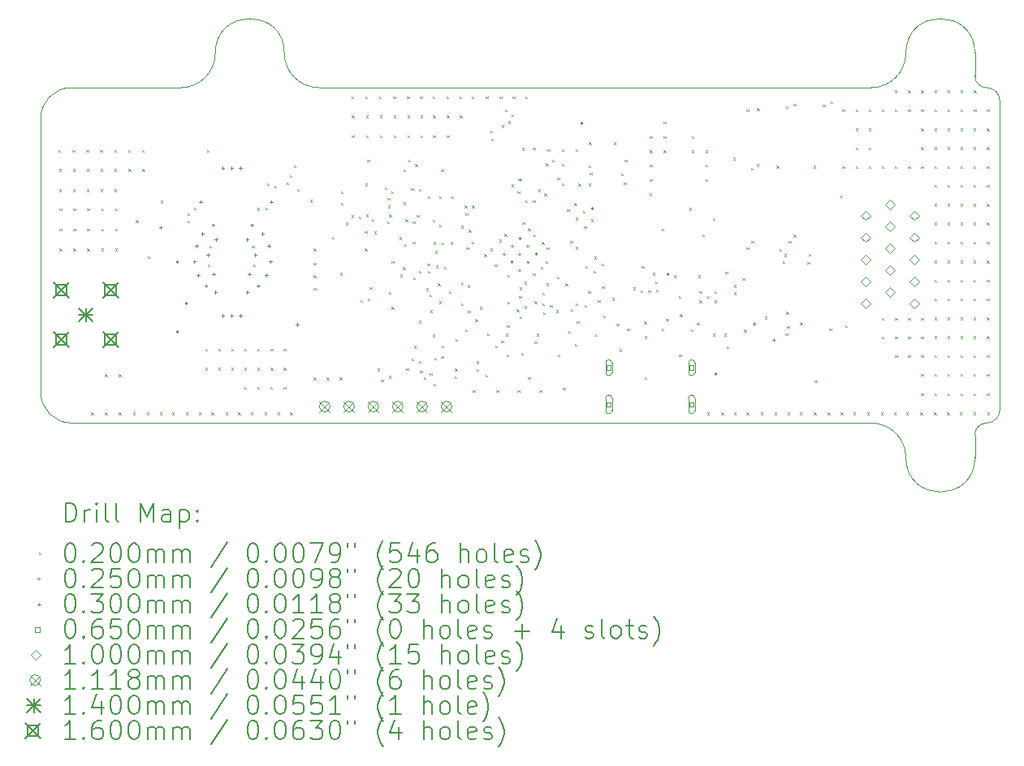
<source format=gbr>
%TF.GenerationSoftware,KiCad,Pcbnew,9.0.2+1*%
%TF.CreationDate,2025-08-16T20:28:59+01:00*%
%TF.ProjectId,Navigator,4e617669-6761-4746-9f72-2e6b69636164,rev?*%
%TF.SameCoordinates,Original*%
%TF.FileFunction,Drillmap*%
%TF.FilePolarity,Positive*%
%FSLAX45Y45*%
G04 Gerber Fmt 4.5, Leading zero omitted, Abs format (unit mm)*
G04 Created by KiCad (PCBNEW 9.0.2+1) date 2025-08-16 20:28:59*
%MOMM*%
%LPD*%
G01*
G04 APERTURE LIST*
%ADD10C,0.050000*%
%ADD11C,0.200000*%
%ADD12C,0.100000*%
%ADD13C,0.111760*%
%ADD14C,0.140000*%
%ADD15C,0.160000*%
G04 APERTURE END LIST*
D10*
X11820000Y-6140000D02*
G75*
G02*
X12540000Y-6140000I360000J0D01*
G01*
X10000000Y-9680000D02*
X10000000Y-6820000D01*
X12900000Y-6500000D02*
X18660000Y-6500000D01*
X10320000Y-10000000D02*
G75*
G02*
X10000000Y-9680000I0J320000D01*
G01*
X11460000Y-6500000D02*
X10320000Y-6500000D01*
X19020000Y-6140000D02*
G75*
G02*
X18660000Y-6500000I-360000J0D01*
G01*
X19020000Y-6140000D02*
G75*
G02*
X19740000Y-6140000I360000J0D01*
G01*
X10320000Y-10000000D02*
X18660000Y-10000000D01*
X19740000Y-6140000D02*
X19740000Y-6380000D01*
X20000000Y-9860000D02*
G75*
G02*
X19860000Y-10000000I-140000J0D01*
G01*
X19740000Y-10120000D02*
X19740000Y-10360000D01*
X19860000Y-6500000D02*
G75*
G02*
X19740000Y-6380000I0J120000D01*
G01*
X20000000Y-6640000D02*
X20000000Y-9860000D01*
X10000000Y-6820000D02*
G75*
G02*
X10320000Y-6500000I320000J0D01*
G01*
X19740000Y-10120000D02*
G75*
G02*
X19860000Y-10000000I120000J0D01*
G01*
X12900000Y-6500000D02*
G75*
G02*
X12540000Y-6140000I0J360000D01*
G01*
X19860000Y-6500000D02*
G75*
G02*
X20000000Y-6640000I0J-140000D01*
G01*
X18660000Y-10000000D02*
G75*
G02*
X19020000Y-10360000I0J-360000D01*
G01*
X11820000Y-6140000D02*
G75*
G02*
X11460000Y-6500000I-360000J0D01*
G01*
X19740000Y-10360000D02*
G75*
G02*
X19020000Y-10360000I-360000J0D01*
G01*
D11*
D12*
X10185000Y-7150000D02*
X10205000Y-7170000D01*
X10205000Y-7150000D02*
X10185000Y-7170000D01*
X10189949Y-7559898D02*
X10209949Y-7579898D01*
X10209949Y-7559898D02*
X10189949Y-7579898D01*
X10190000Y-7350000D02*
X10210000Y-7370000D01*
X10210000Y-7350000D02*
X10190000Y-7370000D01*
X10194949Y-7759898D02*
X10214949Y-7779898D01*
X10214949Y-7759898D02*
X10194949Y-7779898D01*
X10194949Y-7969898D02*
X10214949Y-7989898D01*
X10214949Y-7969898D02*
X10194949Y-7989898D01*
X10195000Y-8180000D02*
X10215000Y-8200000D01*
X10215000Y-8180000D02*
X10195000Y-8200000D01*
X10330000Y-7150000D02*
X10350000Y-7170000D01*
X10350000Y-7150000D02*
X10330000Y-7170000D01*
X10335000Y-7350000D02*
X10355000Y-7370000D01*
X10355000Y-7350000D02*
X10335000Y-7370000D01*
X10335000Y-7560000D02*
X10355000Y-7580000D01*
X10355000Y-7560000D02*
X10335000Y-7580000D01*
X10339949Y-7759898D02*
X10359949Y-7779898D01*
X10359949Y-7759898D02*
X10339949Y-7779898D01*
X10339949Y-7969898D02*
X10359949Y-7989898D01*
X10359949Y-7969898D02*
X10339949Y-7989898D01*
X10340000Y-8180000D02*
X10360000Y-8200000D01*
X10360000Y-8180000D02*
X10340000Y-8200000D01*
X10475000Y-7150000D02*
X10495000Y-7170000D01*
X10495000Y-7150000D02*
X10475000Y-7170000D01*
X10480000Y-7350000D02*
X10500000Y-7370000D01*
X10500000Y-7350000D02*
X10480000Y-7370000D01*
X10480000Y-7560000D02*
X10500000Y-7580000D01*
X10500000Y-7560000D02*
X10480000Y-7580000D01*
X10484949Y-7759898D02*
X10504949Y-7779898D01*
X10504949Y-7759898D02*
X10484949Y-7779898D01*
X10484949Y-7969898D02*
X10504949Y-7989898D01*
X10504949Y-7969898D02*
X10484949Y-7989898D01*
X10485000Y-8180000D02*
X10505000Y-8200000D01*
X10505000Y-8180000D02*
X10485000Y-8200000D01*
X10525000Y-9890000D02*
X10545000Y-9910000D01*
X10545000Y-9890000D02*
X10525000Y-9910000D01*
X10620000Y-7150000D02*
X10640000Y-7170000D01*
X10640000Y-7150000D02*
X10620000Y-7170000D01*
X10625000Y-7350000D02*
X10645000Y-7370000D01*
X10645000Y-7350000D02*
X10625000Y-7370000D01*
X10625000Y-7560000D02*
X10645000Y-7580000D01*
X10645000Y-7560000D02*
X10625000Y-7580000D01*
X10629949Y-7759898D02*
X10649949Y-7779898D01*
X10649949Y-7759898D02*
X10629949Y-7779898D01*
X10629949Y-7969898D02*
X10649949Y-7989898D01*
X10649949Y-7969898D02*
X10629949Y-7989898D01*
X10630000Y-8180000D02*
X10650000Y-8200000D01*
X10650000Y-8180000D02*
X10630000Y-8200000D01*
X10670000Y-9492720D02*
X10690000Y-9512720D01*
X10690000Y-9492720D02*
X10670000Y-9512720D01*
X10670000Y-9890000D02*
X10690000Y-9910000D01*
X10690000Y-9890000D02*
X10670000Y-9910000D01*
X10765000Y-7150000D02*
X10785000Y-7170000D01*
X10785000Y-7150000D02*
X10765000Y-7170000D01*
X10769949Y-7559898D02*
X10789949Y-7579898D01*
X10789949Y-7559898D02*
X10769949Y-7579898D01*
X10770000Y-7350000D02*
X10790000Y-7370000D01*
X10790000Y-7350000D02*
X10770000Y-7370000D01*
X10774949Y-7759898D02*
X10794949Y-7779898D01*
X10794949Y-7759898D02*
X10774949Y-7779898D01*
X10774949Y-7969898D02*
X10794949Y-7989898D01*
X10794949Y-7969898D02*
X10774949Y-7989898D01*
X10775000Y-8180000D02*
X10795000Y-8200000D01*
X10795000Y-8180000D02*
X10775000Y-8200000D01*
X10815000Y-9492720D02*
X10835000Y-9512720D01*
X10835000Y-9492720D02*
X10815000Y-9512720D01*
X10815000Y-9890000D02*
X10835000Y-9910000D01*
X10835000Y-9890000D02*
X10815000Y-9910000D01*
X10910000Y-7150000D02*
X10930000Y-7170000D01*
X10930000Y-7150000D02*
X10910000Y-7170000D01*
X10915000Y-7350000D02*
X10935000Y-7370000D01*
X10935000Y-7350000D02*
X10915000Y-7370000D01*
X10960000Y-9890000D02*
X10980000Y-9910000D01*
X10980000Y-9890000D02*
X10960000Y-9910000D01*
X10993000Y-7882000D02*
X11013000Y-7902000D01*
X11013000Y-7882000D02*
X10993000Y-7902000D01*
X11055000Y-7150000D02*
X11075000Y-7170000D01*
X11075000Y-7150000D02*
X11055000Y-7170000D01*
X11060000Y-7350000D02*
X11080000Y-7370000D01*
X11080000Y-7350000D02*
X11060000Y-7370000D01*
X11105000Y-9890000D02*
X11125000Y-9910000D01*
X11125000Y-9890000D02*
X11105000Y-9910000D01*
X11113000Y-8257500D02*
X11133000Y-8277500D01*
X11133000Y-8257500D02*
X11113000Y-8277500D01*
X11240000Y-9890000D02*
X11260000Y-9910000D01*
X11260000Y-9890000D02*
X11240000Y-9910000D01*
X11250000Y-7680000D02*
X11270000Y-7700000D01*
X11270000Y-7680000D02*
X11250000Y-7700000D01*
X11370000Y-9890000D02*
X11390000Y-9910000D01*
X11390000Y-9890000D02*
X11370000Y-9910000D01*
X11515000Y-9890000D02*
X11535000Y-9910000D01*
X11535000Y-9890000D02*
X11515000Y-9910000D01*
X11527000Y-7811000D02*
X11547000Y-7831000D01*
X11547000Y-7811000D02*
X11527000Y-7831000D01*
X11528000Y-7890000D02*
X11548000Y-7910000D01*
X11548000Y-7890000D02*
X11528000Y-7910000D01*
X11595168Y-7750000D02*
X11615168Y-7770000D01*
X11615168Y-7750000D02*
X11595168Y-7770000D01*
X11650000Y-9890000D02*
X11670000Y-9910000D01*
X11670000Y-9890000D02*
X11650000Y-9910000D01*
X11713333Y-9225000D02*
X11733333Y-9245000D01*
X11733333Y-9225000D02*
X11713333Y-9245000D01*
X11713333Y-9425000D02*
X11733333Y-9445000D01*
X11733333Y-9425000D02*
X11713333Y-9445000D01*
X11730000Y-7150000D02*
X11750000Y-7170000D01*
X11750000Y-7150000D02*
X11730000Y-7170000D01*
X11742486Y-8344850D02*
X11762486Y-8364850D01*
X11762486Y-8344850D02*
X11742486Y-8364850D01*
X11757486Y-8149850D02*
X11777486Y-8169850D01*
X11777486Y-8149850D02*
X11757486Y-8169850D01*
X11780000Y-9890000D02*
X11800000Y-9910000D01*
X11800000Y-9890000D02*
X11780000Y-9910000D01*
X11850000Y-9225000D02*
X11870000Y-9245000D01*
X11870000Y-9225000D02*
X11850000Y-9245000D01*
X11850000Y-9425000D02*
X11870000Y-9445000D01*
X11870000Y-9425000D02*
X11850000Y-9445000D01*
X11925000Y-9890000D02*
X11945000Y-9910000D01*
X11945000Y-9890000D02*
X11925000Y-9910000D01*
X11986667Y-9225000D02*
X12006667Y-9245000D01*
X12006667Y-9225000D02*
X11986667Y-9245000D01*
X11986667Y-9425000D02*
X12006667Y-9445000D01*
X12006667Y-9425000D02*
X11986667Y-9445000D01*
X12060000Y-9890000D02*
X12080000Y-9910000D01*
X12080000Y-9890000D02*
X12060000Y-9910000D01*
X12121667Y-9625000D02*
X12141667Y-9645000D01*
X12141667Y-9625000D02*
X12121667Y-9645000D01*
X12123377Y-9225004D02*
X12143377Y-9245004D01*
X12143377Y-9225004D02*
X12123377Y-9245004D01*
X12123377Y-9425004D02*
X12143377Y-9445004D01*
X12143377Y-9425004D02*
X12123377Y-9445004D01*
X12190000Y-9890000D02*
X12210000Y-9910000D01*
X12210000Y-9890000D02*
X12190000Y-9910000D01*
X12202486Y-8149850D02*
X12222486Y-8169850D01*
X12222486Y-8149850D02*
X12202486Y-8169850D01*
X12217486Y-8344850D02*
X12237486Y-8364850D01*
X12237486Y-8344850D02*
X12217486Y-8364850D01*
X12257000Y-7756000D02*
X12277000Y-7776000D01*
X12277000Y-7756000D02*
X12257000Y-7776000D01*
X12258333Y-9625000D02*
X12278333Y-9645000D01*
X12278333Y-9625000D02*
X12258333Y-9645000D01*
X12260000Y-9225000D02*
X12280000Y-9245000D01*
X12280000Y-9225000D02*
X12260000Y-9245000D01*
X12260043Y-9425004D02*
X12280043Y-9445004D01*
X12280043Y-9425004D02*
X12260043Y-9445004D01*
X12335000Y-9890000D02*
X12355000Y-9910000D01*
X12355000Y-9890000D02*
X12335000Y-9910000D01*
X12342000Y-7751000D02*
X12362000Y-7771000D01*
X12362000Y-7751000D02*
X12342000Y-7771000D01*
X12360000Y-7500000D02*
X12380000Y-7520000D01*
X12380000Y-7500000D02*
X12360000Y-7520000D01*
X12395000Y-9625000D02*
X12415000Y-9645000D01*
X12415000Y-9625000D02*
X12395000Y-9645000D01*
X12396710Y-9225004D02*
X12416710Y-9245004D01*
X12416710Y-9225004D02*
X12396710Y-9245004D01*
X12396710Y-9425004D02*
X12416710Y-9445004D01*
X12416710Y-9425004D02*
X12396710Y-9445004D01*
X12434260Y-7525514D02*
X12454260Y-7545514D01*
X12454260Y-7525514D02*
X12434260Y-7545514D01*
X12470000Y-9890000D02*
X12490000Y-9910000D01*
X12490000Y-9890000D02*
X12470000Y-9910000D01*
X12533377Y-9225004D02*
X12553377Y-9245004D01*
X12553377Y-9225004D02*
X12533377Y-9245004D01*
X12533409Y-9424919D02*
X12553409Y-9444919D01*
X12553409Y-9424919D02*
X12533409Y-9444919D01*
X12533409Y-9624919D02*
X12553409Y-9644919D01*
X12553409Y-9624919D02*
X12533409Y-9644919D01*
X12563310Y-7490000D02*
X12583310Y-7510000D01*
X12583310Y-7490000D02*
X12563310Y-7510000D01*
X12595000Y-7415000D02*
X12615000Y-7435000D01*
X12615000Y-7415000D02*
X12595000Y-7435000D01*
X12600000Y-9890000D02*
X12620000Y-9910000D01*
X12620000Y-9890000D02*
X12600000Y-9910000D01*
X12640000Y-7310000D02*
X12660000Y-7330000D01*
X12660000Y-7310000D02*
X12640000Y-7330000D01*
X12673000Y-7557850D02*
X12693000Y-7577850D01*
X12693000Y-7557850D02*
X12673000Y-7577850D01*
X12808000Y-7672150D02*
X12828000Y-7692150D01*
X12828000Y-7672150D02*
X12808000Y-7692150D01*
X12845000Y-9525000D02*
X12865000Y-9545000D01*
X12865000Y-9525000D02*
X12845000Y-9545000D01*
X12845000Y-8180000D02*
X12865000Y-8200000D01*
X12865000Y-8180000D02*
X12845000Y-8200000D01*
X12845000Y-8325000D02*
X12865000Y-8345000D01*
X12865000Y-8325000D02*
X12845000Y-8345000D01*
X12845000Y-8460000D02*
X12865000Y-8480000D01*
X12865000Y-8460000D02*
X12845000Y-8480000D01*
X12845000Y-8590000D02*
X12865000Y-8610000D01*
X12865000Y-8590000D02*
X12845000Y-8610000D01*
X12981667Y-9525000D02*
X13001667Y-9545000D01*
X13001667Y-9525000D02*
X12981667Y-9545000D01*
X13035850Y-8057858D02*
X13055850Y-8077858D01*
X13055850Y-8057858D02*
X13035850Y-8077858D01*
X13118333Y-9525000D02*
X13138333Y-9545000D01*
X13138333Y-9525000D02*
X13118333Y-9545000D01*
X13120000Y-8435000D02*
X13140000Y-8455000D01*
X13140000Y-8435000D02*
X13120000Y-8455000D01*
X13128000Y-7580000D02*
X13148000Y-7600000D01*
X13148000Y-7580000D02*
X13128000Y-7600000D01*
X13128000Y-7700000D02*
X13148000Y-7720000D01*
X13148000Y-7700000D02*
X13128000Y-7720000D01*
X13180000Y-7910000D02*
X13200000Y-7930000D01*
X13200000Y-7910000D02*
X13180000Y-7930000D01*
X13239527Y-7833849D02*
X13259527Y-7853849D01*
X13259527Y-7833849D02*
X13239527Y-7853849D01*
X13240000Y-6590000D02*
X13260000Y-6610000D01*
X13260000Y-6590000D02*
X13240000Y-6610000D01*
X13245000Y-6790000D02*
X13265000Y-6810000D01*
X13265000Y-6790000D02*
X13245000Y-6810000D01*
X13245000Y-7000000D02*
X13265000Y-7020000D01*
X13265000Y-7000000D02*
X13245000Y-7020000D01*
X13315500Y-7844500D02*
X13335500Y-7864500D01*
X13335500Y-7844500D02*
X13315500Y-7864500D01*
X13333058Y-8716855D02*
X13353058Y-8736855D01*
X13353058Y-8716855D02*
X13333058Y-8736855D01*
X13379100Y-8000000D02*
X13399100Y-8020000D01*
X13399100Y-8000000D02*
X13379100Y-8020000D01*
X13379100Y-8180000D02*
X13399100Y-8200000D01*
X13399100Y-8180000D02*
X13379100Y-8200000D01*
X13381810Y-7501000D02*
X13401810Y-7521000D01*
X13401810Y-7501000D02*
X13381810Y-7521000D01*
X13385000Y-6590000D02*
X13405000Y-6610000D01*
X13405000Y-6590000D02*
X13385000Y-6610000D01*
X13390000Y-6790000D02*
X13410000Y-6810000D01*
X13410000Y-6790000D02*
X13390000Y-6810000D01*
X13390000Y-7000000D02*
X13410000Y-7020000D01*
X13410000Y-7000000D02*
X13390000Y-7020000D01*
X13392516Y-7825000D02*
X13412516Y-7845000D01*
X13412516Y-7825000D02*
X13392516Y-7845000D01*
X13405000Y-7250000D02*
X13425000Y-7270000D01*
X13425000Y-7250000D02*
X13405000Y-7270000D01*
X13410000Y-8700000D02*
X13430000Y-8720000D01*
X13430000Y-8700000D02*
X13410000Y-8720000D01*
X13430000Y-8580000D02*
X13450000Y-8600000D01*
X13450000Y-8580000D02*
X13430000Y-8600000D01*
X13451686Y-7871085D02*
X13471686Y-7891085D01*
X13471686Y-7871085D02*
X13451686Y-7891085D01*
X13477000Y-8001000D02*
X13497000Y-8021000D01*
X13497000Y-8001000D02*
X13477000Y-8021000D01*
X13510000Y-9431500D02*
X13530000Y-9451500D01*
X13530000Y-9431500D02*
X13510000Y-9451500D01*
X13530000Y-6590000D02*
X13550000Y-6610000D01*
X13550000Y-6590000D02*
X13530000Y-6610000D01*
X13535000Y-6790000D02*
X13555000Y-6810000D01*
X13555000Y-6790000D02*
X13535000Y-6810000D01*
X13535000Y-7000000D02*
X13555000Y-7020000D01*
X13555000Y-7000000D02*
X13535000Y-7020000D01*
X13549766Y-9545766D02*
X13569766Y-9565766D01*
X13569766Y-9545766D02*
X13549766Y-9565766D01*
X13588000Y-7540000D02*
X13608000Y-7560000D01*
X13608000Y-7540000D02*
X13588000Y-7560000D01*
X13610000Y-7894500D02*
X13630000Y-7914500D01*
X13630000Y-7894500D02*
X13610000Y-7914500D01*
X13617000Y-7651000D02*
X13637000Y-7671000D01*
X13637000Y-7651000D02*
X13617000Y-7671000D01*
X13618000Y-7730000D02*
X13638000Y-7750000D01*
X13638000Y-7730000D02*
X13618000Y-7750000D01*
X13628500Y-9509000D02*
X13648500Y-9529000D01*
X13648500Y-9509000D02*
X13628500Y-9529000D01*
X13630000Y-8630000D02*
X13650000Y-8650000D01*
X13650000Y-8630000D02*
X13630000Y-8650000D01*
X13633000Y-7822500D02*
X13653000Y-7842500D01*
X13653000Y-7822500D02*
X13633000Y-7842500D01*
X13652000Y-7581000D02*
X13672000Y-7601000D01*
X13672000Y-7581000D02*
X13652000Y-7601000D01*
X13658000Y-8790000D02*
X13678000Y-8810000D01*
X13678000Y-8790000D02*
X13658000Y-8810000D01*
X13658744Y-8313243D02*
X13678744Y-8333243D01*
X13678744Y-8313243D02*
X13658744Y-8333243D01*
X13675000Y-6590000D02*
X13695000Y-6610000D01*
X13695000Y-6590000D02*
X13675000Y-6610000D01*
X13680000Y-6790000D02*
X13700000Y-6810000D01*
X13700000Y-6790000D02*
X13680000Y-6810000D01*
X13680000Y-7000000D02*
X13700000Y-7020000D01*
X13700000Y-7000000D02*
X13680000Y-7020000D01*
X13737000Y-8060000D02*
X13757000Y-8080000D01*
X13757000Y-8060000D02*
X13737000Y-8080000D01*
X13747486Y-8449850D02*
X13767486Y-8469850D01*
X13767486Y-8449850D02*
X13747486Y-8469850D01*
X13776000Y-8373487D02*
X13796000Y-8393488D01*
X13796000Y-8373487D02*
X13776000Y-8393488D01*
X13782000Y-7696000D02*
X13802000Y-7716000D01*
X13802000Y-7696000D02*
X13782000Y-7716000D01*
X13783000Y-7355700D02*
X13803000Y-7375700D01*
X13803000Y-7355700D02*
X13783000Y-7375700D01*
X13792000Y-8131000D02*
X13812000Y-8151000D01*
X13812000Y-8131000D02*
X13792000Y-8151000D01*
X13803952Y-7874000D02*
X13823952Y-7894000D01*
X13823952Y-7874000D02*
X13803952Y-7894000D01*
X13810000Y-9430000D02*
X13830000Y-9450000D01*
X13830000Y-9430000D02*
X13810000Y-9450000D01*
X13820000Y-6590000D02*
X13840000Y-6610000D01*
X13840000Y-6590000D02*
X13820000Y-6610000D01*
X13825000Y-6790000D02*
X13845000Y-6810000D01*
X13845000Y-6790000D02*
X13825000Y-6810000D01*
X13825000Y-7000000D02*
X13845000Y-7020000D01*
X13845000Y-7000000D02*
X13825000Y-7020000D01*
X13830000Y-7250000D02*
X13850000Y-7270000D01*
X13850000Y-7250000D02*
X13830000Y-7270000D01*
X13862000Y-7551000D02*
X13882000Y-7571000D01*
X13882000Y-7551000D02*
X13862000Y-7571000D01*
X13865000Y-9326900D02*
X13885000Y-9346900D01*
X13885000Y-9326900D02*
X13865000Y-9346900D01*
X13877486Y-8104850D02*
X13897486Y-8124850D01*
X13897486Y-8104850D02*
X13877486Y-8124850D01*
X13880166Y-7894500D02*
X13900166Y-7914500D01*
X13900166Y-7894500D02*
X13880166Y-7914500D01*
X13882500Y-8477500D02*
X13902500Y-8497500D01*
X13902500Y-8477500D02*
X13882500Y-8497500D01*
X13890000Y-9195000D02*
X13910000Y-9215000D01*
X13910000Y-9195000D02*
X13890000Y-9215000D01*
X13903350Y-7300350D02*
X13923350Y-7320350D01*
X13923350Y-7300350D02*
X13903350Y-7320350D01*
X13922000Y-7826000D02*
X13942000Y-7846000D01*
X13942000Y-7826000D02*
X13922000Y-7846000D01*
X13940000Y-7555000D02*
X13960000Y-7575000D01*
X13960000Y-7555000D02*
X13940000Y-7575000D01*
X13940000Y-9351500D02*
X13960000Y-9371500D01*
X13960000Y-9351500D02*
X13940000Y-9371500D01*
X13943000Y-8414000D02*
X13963000Y-8434000D01*
X13963000Y-8414000D02*
X13943000Y-8434000D01*
X13943651Y-8933325D02*
X13963651Y-8953325D01*
X13963651Y-8933325D02*
X13943651Y-8953325D01*
X13955000Y-6590000D02*
X13975000Y-6610000D01*
X13975000Y-6590000D02*
X13955000Y-6610000D01*
X13955000Y-9455000D02*
X13975000Y-9475000D01*
X13975000Y-9455000D02*
X13955000Y-9475000D01*
X13960000Y-6790000D02*
X13980000Y-6810000D01*
X13980000Y-6790000D02*
X13960000Y-6810000D01*
X13960000Y-7000000D02*
X13980000Y-7020000D01*
X13980000Y-7000000D02*
X13960000Y-7020000D01*
X13993587Y-9519312D02*
X14013587Y-9539312D01*
X14013587Y-9519312D02*
X13993587Y-9539312D01*
X14020000Y-8595000D02*
X14040000Y-8615000D01*
X14040000Y-8595000D02*
X14020000Y-8615000D01*
X14032000Y-8334850D02*
X14052000Y-8354850D01*
X14052000Y-8334850D02*
X14032000Y-8354850D01*
X14033000Y-7632850D02*
X14053000Y-7652850D01*
X14053000Y-7632850D02*
X14033000Y-7652850D01*
X14037486Y-8409850D02*
X14057486Y-8429850D01*
X14057486Y-8409850D02*
X14037486Y-8429850D01*
X14050000Y-8660000D02*
X14070000Y-8680000D01*
X14070000Y-8660000D02*
X14050000Y-8680000D01*
X14058000Y-9481500D02*
X14078000Y-9501500D01*
X14078000Y-9481500D02*
X14058000Y-9501500D01*
X14058651Y-8823325D02*
X14078651Y-8843325D01*
X14078651Y-8823325D02*
X14058651Y-8843325D01*
X14083651Y-9078325D02*
X14103651Y-9098325D01*
X14103651Y-9078325D02*
X14083651Y-9098325D01*
X14085000Y-6590000D02*
X14105000Y-6610000D01*
X14105000Y-6590000D02*
X14085000Y-6610000D01*
X14087000Y-7881000D02*
X14107000Y-7901000D01*
X14107000Y-7881000D02*
X14087000Y-7901000D01*
X14090000Y-6790000D02*
X14110000Y-6810000D01*
X14110000Y-6790000D02*
X14090000Y-6810000D01*
X14090000Y-7000000D02*
X14110000Y-7020000D01*
X14110000Y-7000000D02*
X14090000Y-7020000D01*
X14092850Y-9590000D02*
X14112850Y-9610000D01*
X14112850Y-9590000D02*
X14092850Y-9610000D01*
X14095000Y-8112500D02*
X14115000Y-8132500D01*
X14115000Y-8112500D02*
X14095000Y-8132500D01*
X14101975Y-9318600D02*
X14121975Y-9338600D01*
X14121975Y-9318600D02*
X14101975Y-9338600D01*
X14112500Y-8205000D02*
X14132500Y-8225000D01*
X14132500Y-8205000D02*
X14112500Y-8225000D01*
X14117486Y-8356000D02*
X14137486Y-8376000D01*
X14137486Y-8356000D02*
X14117486Y-8376000D01*
X14142500Y-8542500D02*
X14162500Y-8562500D01*
X14162500Y-8542500D02*
X14142500Y-8562500D01*
X14153000Y-7632850D02*
X14173000Y-7652850D01*
X14173000Y-7632850D02*
X14153000Y-7652850D01*
X14153000Y-7929600D02*
X14173000Y-7949600D01*
X14173000Y-7929600D02*
X14153000Y-7949600D01*
X14153651Y-8728396D02*
X14173651Y-8748396D01*
X14173651Y-8728396D02*
X14153651Y-8748396D01*
X14175000Y-7355000D02*
X14195000Y-7375000D01*
X14195000Y-7355000D02*
X14175000Y-7375000D01*
X14175000Y-9301500D02*
X14195000Y-9321500D01*
X14195000Y-9301500D02*
X14175000Y-9321500D01*
X14180000Y-9190000D02*
X14200000Y-9210000D01*
X14200000Y-9190000D02*
X14180000Y-9210000D01*
X14180500Y-8117500D02*
X14200500Y-8137500D01*
X14200500Y-8117500D02*
X14180500Y-8137500D01*
X14202500Y-8369500D02*
X14222500Y-8389500D01*
X14222500Y-8369500D02*
X14202500Y-8389500D01*
X14230000Y-6590000D02*
X14250000Y-6610000D01*
X14250000Y-6590000D02*
X14230000Y-6610000D01*
X14235000Y-6790000D02*
X14255000Y-6810000D01*
X14255000Y-6790000D02*
X14235000Y-6810000D01*
X14235000Y-7000000D02*
X14255000Y-7020000D01*
X14255000Y-7000000D02*
X14235000Y-7020000D01*
X14257651Y-8624396D02*
X14277651Y-8644396D01*
X14277651Y-8624396D02*
X14257651Y-8644396D01*
X14274585Y-8112750D02*
X14294585Y-8132750D01*
X14294585Y-8112750D02*
X14274585Y-8132750D01*
X14283000Y-7632850D02*
X14303000Y-7652850D01*
X14303000Y-7632850D02*
X14283000Y-7652850D01*
X14315000Y-9515000D02*
X14335000Y-9535000D01*
X14335000Y-9515000D02*
X14315000Y-9535000D01*
X14320000Y-9433000D02*
X14340000Y-9453000D01*
X14340000Y-9433000D02*
X14320000Y-9453000D01*
X14325151Y-9123825D02*
X14345151Y-9143825D01*
X14345151Y-9123825D02*
X14325151Y-9143825D01*
X14365000Y-6590000D02*
X14385000Y-6610000D01*
X14385000Y-6590000D02*
X14365000Y-6610000D01*
X14370000Y-6790000D02*
X14390000Y-6810000D01*
X14390000Y-6790000D02*
X14370000Y-6810000D01*
X14380000Y-8531000D02*
X14400000Y-8551000D01*
X14400000Y-8531000D02*
X14380000Y-8551000D01*
X14382000Y-7941000D02*
X14402000Y-7961000D01*
X14402000Y-7941000D02*
X14382000Y-7961000D01*
X14383651Y-8748325D02*
X14403651Y-8768325D01*
X14403651Y-8748325D02*
X14383651Y-8768325D01*
X14422000Y-7731000D02*
X14442000Y-7751000D01*
X14442000Y-7731000D02*
X14422000Y-7751000D01*
X14427651Y-9021325D02*
X14447651Y-9041325D01*
X14447651Y-9021325D02*
X14427651Y-9041325D01*
X14428000Y-7810000D02*
X14448000Y-7830000D01*
X14448000Y-7810000D02*
X14428000Y-7830000D01*
X14437000Y-8166000D02*
X14457000Y-8186000D01*
X14457000Y-8166000D02*
X14437000Y-8186000D01*
X14449536Y-8559102D02*
X14469536Y-8579102D01*
X14469536Y-8559102D02*
X14449536Y-8579102D01*
X14453651Y-8827325D02*
X14473651Y-8847325D01*
X14473651Y-8827325D02*
X14453651Y-8847325D01*
X14462000Y-7986000D02*
X14482000Y-8006000D01*
X14482000Y-7986000D02*
X14462000Y-8006000D01*
X14493000Y-8105000D02*
X14513000Y-8125000D01*
X14513000Y-8105000D02*
X14493000Y-8125000D01*
X14495000Y-6590000D02*
X14515000Y-6610000D01*
X14515000Y-6590000D02*
X14495000Y-6610000D01*
X14498000Y-7730000D02*
X14518000Y-7750000D01*
X14518000Y-7730000D02*
X14498000Y-7750000D01*
X14505000Y-9655000D02*
X14525000Y-9675000D01*
X14525000Y-9655000D02*
X14505000Y-9675000D01*
X14531651Y-8917325D02*
X14551651Y-8937325D01*
X14551651Y-8917325D02*
X14531651Y-8937325D01*
X14542525Y-9355415D02*
X14562525Y-9375415D01*
X14562525Y-9355415D02*
X14542525Y-9375415D01*
X14545000Y-9435000D02*
X14565000Y-9455000D01*
X14565000Y-9435000D02*
X14545000Y-9455000D01*
X14579678Y-8788322D02*
X14599678Y-8808322D01*
X14599678Y-8788322D02*
X14579678Y-8808322D01*
X14622486Y-8239850D02*
X14642486Y-8259850D01*
X14642486Y-8239850D02*
X14622486Y-8259850D01*
X14635000Y-9495000D02*
X14655000Y-9515000D01*
X14655000Y-9495000D02*
X14635000Y-9515000D01*
X14640000Y-6590000D02*
X14660000Y-6610000D01*
X14660000Y-6590000D02*
X14640000Y-6610000D01*
X14655000Y-9065000D02*
X14675000Y-9085000D01*
X14675000Y-9065000D02*
X14655000Y-9085000D01*
X14685000Y-8180000D02*
X14705000Y-8200000D01*
X14705000Y-8180000D02*
X14685000Y-8200000D01*
X14690000Y-6950000D02*
X14710000Y-6970000D01*
X14710000Y-6950000D02*
X14690000Y-6970000D01*
X14695000Y-7030000D02*
X14715000Y-7050000D01*
X14715000Y-7030000D02*
X14695000Y-7050000D01*
X14732486Y-8344850D02*
X14752486Y-8364850D01*
X14752486Y-8344850D02*
X14732486Y-8364850D01*
X14740000Y-9190000D02*
X14760000Y-9210000D01*
X14760000Y-9190000D02*
X14740000Y-9210000D01*
X14752000Y-9656000D02*
X14772000Y-9676000D01*
X14772000Y-9656000D02*
X14752000Y-9676000D01*
X14782000Y-8086000D02*
X14802000Y-8106000D01*
X14802000Y-8086000D02*
X14782000Y-8106000D01*
X14785000Y-6590000D02*
X14805000Y-6610000D01*
X14805000Y-6590000D02*
X14785000Y-6610000D01*
X14801707Y-9139922D02*
X14821707Y-9159922D01*
X14821707Y-9139922D02*
X14801707Y-9159922D01*
X14805388Y-6892172D02*
X14825388Y-6912172D01*
X14825388Y-6892172D02*
X14805388Y-6912172D01*
X14837000Y-8026000D02*
X14857000Y-8046000D01*
X14857000Y-8026000D02*
X14837000Y-8046000D01*
X14840000Y-6725353D02*
X14860000Y-6745353D01*
X14860000Y-6725353D02*
X14840000Y-6745353D01*
X14850000Y-9070000D02*
X14870000Y-9090000D01*
X14870000Y-9070000D02*
X14850000Y-9090000D01*
X14857486Y-9284850D02*
X14877486Y-9304850D01*
X14877486Y-9284850D02*
X14857486Y-9304850D01*
X14862500Y-8977500D02*
X14882500Y-8997500D01*
X14882500Y-8977500D02*
X14862500Y-8997500D01*
X14863000Y-8456000D02*
X14883000Y-8476000D01*
X14883000Y-8456000D02*
X14863000Y-8476000D01*
X14864327Y-8733327D02*
X14884327Y-8753327D01*
X14884327Y-8733327D02*
X14864327Y-8753327D01*
X14872864Y-6850653D02*
X14892864Y-6870653D01*
X14892864Y-6850653D02*
X14872864Y-6870653D01*
X14907000Y-6780000D02*
X14927000Y-6800000D01*
X14927000Y-6780000D02*
X14907000Y-6800000D01*
X14908000Y-7510000D02*
X14928000Y-7530000D01*
X14928000Y-7510000D02*
X14908000Y-7530000D01*
X14920000Y-6590000D02*
X14940000Y-6610000D01*
X14940000Y-6590000D02*
X14920000Y-6610000D01*
X14963656Y-8815027D02*
X14983656Y-8835027D01*
X14983656Y-8815027D02*
X14963656Y-8835027D01*
X14970000Y-7580000D02*
X14990000Y-7600000D01*
X14990000Y-7580000D02*
X14970000Y-7600000D01*
X14972000Y-9656000D02*
X14992000Y-9676000D01*
X14992000Y-9656000D02*
X14972000Y-9676000D01*
X14988617Y-8675338D02*
X15008617Y-8695338D01*
X15008617Y-8675338D02*
X14988617Y-8695338D01*
X14992916Y-8884084D02*
X15012916Y-8904084D01*
X15012916Y-8884084D02*
X14992916Y-8904084D01*
X14993000Y-8585000D02*
X15013000Y-8605000D01*
X15013000Y-8585000D02*
X14993000Y-8605000D01*
X15007486Y-9269850D02*
X15027486Y-9289850D01*
X15027486Y-9269850D02*
X15007486Y-9289850D01*
X15020000Y-7130000D02*
X15040000Y-7150000D01*
X15040000Y-7130000D02*
X15020000Y-7150000D01*
X15020514Y-7902201D02*
X15040514Y-7922201D01*
X15040514Y-7902201D02*
X15020514Y-7922201D01*
X15042000Y-8526000D02*
X15062000Y-8546000D01*
X15062000Y-8526000D02*
X15042000Y-8546000D01*
X15044823Y-8779850D02*
X15064823Y-8799850D01*
X15064823Y-8779850D02*
X15044823Y-8799850D01*
X15050000Y-6590000D02*
X15070000Y-6610000D01*
X15070000Y-6590000D02*
X15050000Y-6610000D01*
X15052000Y-7676000D02*
X15072000Y-7696000D01*
X15072000Y-7676000D02*
X15052000Y-7696000D01*
X15080000Y-9520381D02*
X15100000Y-9540381D01*
X15100000Y-9520381D02*
X15080000Y-9540381D01*
X15080500Y-7967500D02*
X15100500Y-7987500D01*
X15100500Y-7967500D02*
X15080500Y-7987500D01*
X15132000Y-8436000D02*
X15152000Y-8456000D01*
X15152000Y-8436000D02*
X15132000Y-8456000D01*
X15133000Y-7124830D02*
X15153000Y-7144830D01*
X15153000Y-7124830D02*
X15133000Y-7144830D01*
X15133000Y-7675000D02*
X15153000Y-7695000D01*
X15153000Y-7675000D02*
X15133000Y-7695000D01*
X15138000Y-8030000D02*
X15158000Y-8050000D01*
X15158000Y-8030000D02*
X15138000Y-8050000D01*
X15148500Y-8731000D02*
X15168500Y-8751000D01*
X15168500Y-8731000D02*
X15148500Y-8751000D01*
X15150000Y-9150000D02*
X15170000Y-9170000D01*
X15170000Y-9150000D02*
X15150000Y-9170000D01*
X15167486Y-9069850D02*
X15187486Y-9089850D01*
X15187486Y-9069850D02*
X15167486Y-9089850D01*
X15188652Y-7560075D02*
X15208652Y-7580075D01*
X15208652Y-7560075D02*
X15188652Y-7580075D01*
X15200000Y-9655000D02*
X15220000Y-9675000D01*
X15220000Y-9655000D02*
X15200000Y-9675000D01*
X15212486Y-8369850D02*
X15232486Y-8389850D01*
X15232486Y-8369850D02*
X15212486Y-8389850D01*
X15223967Y-8112967D02*
X15243967Y-8132967D01*
X15243967Y-8112967D02*
X15223967Y-8132967D01*
X15227000Y-8641000D02*
X15247000Y-8661000D01*
X15247000Y-8641000D02*
X15227000Y-8661000D01*
X15231415Y-8751429D02*
X15251415Y-8771429D01*
X15251415Y-8751429D02*
X15231415Y-8771429D01*
X15238084Y-8844916D02*
X15258084Y-8864916D01*
X15258084Y-8844916D02*
X15238084Y-8864916D01*
X15250500Y-7602500D02*
X15270500Y-7622500D01*
X15270500Y-7602500D02*
X15250500Y-7622500D01*
X15262000Y-8311000D02*
X15282000Y-8331000D01*
X15282000Y-8311000D02*
X15262000Y-8331000D01*
X15267000Y-7291000D02*
X15287000Y-7311000D01*
X15287000Y-7291000D02*
X15267000Y-7311000D01*
X15270500Y-8542500D02*
X15290500Y-8562500D01*
X15290500Y-8542500D02*
X15270500Y-8562500D01*
X15277000Y-8166000D02*
X15297000Y-8186000D01*
X15297000Y-8166000D02*
X15277000Y-8186000D01*
X15285000Y-7140000D02*
X15305000Y-7160000D01*
X15305000Y-7140000D02*
X15285000Y-7160000D01*
X15308582Y-8769418D02*
X15328582Y-8789418D01*
X15328582Y-8769418D02*
X15308582Y-8789418D01*
X15332000Y-7251000D02*
X15352000Y-7271000D01*
X15352000Y-7251000D02*
X15332000Y-7271000D01*
X15374416Y-8823584D02*
X15394416Y-8843584D01*
X15394416Y-8823584D02*
X15374416Y-8843584D01*
X15380000Y-8472500D02*
X15400000Y-8492500D01*
X15400000Y-8472500D02*
X15380000Y-8492500D01*
X15387000Y-7436000D02*
X15407000Y-7456000D01*
X15407000Y-7436000D02*
X15387000Y-7456000D01*
X15390000Y-9285000D02*
X15410000Y-9305000D01*
X15410000Y-9285000D02*
X15390000Y-9305000D01*
X15430000Y-7140000D02*
X15450000Y-7160000D01*
X15450000Y-7140000D02*
X15430000Y-7160000D01*
X15430000Y-7295000D02*
X15450000Y-7315000D01*
X15450000Y-7295000D02*
X15430000Y-7315000D01*
X15433000Y-7500000D02*
X15453000Y-7520000D01*
X15453000Y-7500000D02*
X15433000Y-7520000D01*
X15446000Y-9633000D02*
X15466000Y-9653000D01*
X15466000Y-9633000D02*
X15446000Y-9653000D01*
X15469334Y-8544666D02*
X15489334Y-8564666D01*
X15489334Y-8544666D02*
X15469334Y-8564666D01*
X15488822Y-7769178D02*
X15508822Y-7789178D01*
X15508822Y-7769178D02*
X15488822Y-7789178D01*
X15502318Y-9039682D02*
X15522318Y-9059682D01*
X15522318Y-9039682D02*
X15502318Y-9059682D01*
X15520000Y-8100000D02*
X15540000Y-8120000D01*
X15540000Y-8100000D02*
X15520000Y-8120000D01*
X15526000Y-8808000D02*
X15546000Y-8828000D01*
X15546000Y-8808000D02*
X15526000Y-8828000D01*
X15565000Y-7705000D02*
X15585000Y-7725000D01*
X15585000Y-7705000D02*
X15565000Y-7725000D01*
X15567407Y-9175593D02*
X15587407Y-9195593D01*
X15587407Y-9175593D02*
X15567407Y-9195593D01*
X15575000Y-7140000D02*
X15595000Y-7160000D01*
X15595000Y-7140000D02*
X15575000Y-7160000D01*
X15576416Y-8163584D02*
X15596416Y-8183584D01*
X15596416Y-8163584D02*
X15576416Y-8183584D01*
X15576982Y-8749347D02*
X15596982Y-8769347D01*
X15596982Y-8749347D02*
X15576982Y-8769347D01*
X15578822Y-7859178D02*
X15598822Y-7879178D01*
X15598822Y-7859178D02*
X15578822Y-7879178D01*
X15590000Y-8937500D02*
X15610000Y-8957500D01*
X15610000Y-8937500D02*
X15590000Y-8957500D01*
X15605000Y-7502000D02*
X15625000Y-7522000D01*
X15625000Y-7502000D02*
X15605000Y-7522000D01*
X15650000Y-7785000D02*
X15670000Y-7805000D01*
X15670000Y-7785000D02*
X15650000Y-7805000D01*
X15663822Y-7944178D02*
X15683822Y-7964178D01*
X15683822Y-7944178D02*
X15663822Y-7964178D01*
X15667000Y-8766000D02*
X15687000Y-8786000D01*
X15687000Y-8766000D02*
X15667000Y-8786000D01*
X15677897Y-8360261D02*
X15697897Y-8380261D01*
X15697897Y-8360261D02*
X15677897Y-8380261D01*
X15707486Y-8624850D02*
X15727486Y-8644850D01*
X15727486Y-8624850D02*
X15707486Y-8644850D01*
X15709874Y-7314015D02*
X15729874Y-7334015D01*
X15729874Y-7314015D02*
X15709874Y-7334015D01*
X15710000Y-7502000D02*
X15730000Y-7522000D01*
X15730000Y-7502000D02*
X15710000Y-7522000D01*
X15715000Y-7070000D02*
X15735000Y-7090000D01*
X15735000Y-7070000D02*
X15715000Y-7090000D01*
X15724156Y-7388757D02*
X15744156Y-7408757D01*
X15744156Y-7388757D02*
X15724156Y-7408757D01*
X15735000Y-7875000D02*
X15755000Y-7895000D01*
X15755000Y-7875000D02*
X15735000Y-7895000D01*
X15765000Y-8415000D02*
X15785000Y-8435000D01*
X15785000Y-8415000D02*
X15765000Y-8435000D01*
X15772897Y-8265261D02*
X15792897Y-8285261D01*
X15792897Y-8265261D02*
X15772897Y-8285261D01*
X15780000Y-9075000D02*
X15800000Y-9095000D01*
X15800000Y-9075000D02*
X15780000Y-9095000D01*
X15810656Y-8716000D02*
X15830656Y-8736000D01*
X15830656Y-8716000D02*
X15810656Y-8736000D01*
X15845000Y-8335000D02*
X15865000Y-8355000D01*
X15865000Y-8335000D02*
X15845000Y-8355000D01*
X15852000Y-8572793D02*
X15872000Y-8592793D01*
X15872000Y-8572793D02*
X15852000Y-8592793D01*
X15866543Y-8877928D02*
X15886543Y-8897928D01*
X15886543Y-8877928D02*
X15866543Y-8897928D01*
X15960000Y-8695000D02*
X15980000Y-8715000D01*
X15980000Y-8695000D02*
X15960000Y-8715000D01*
X15972486Y-7069500D02*
X15992486Y-7089500D01*
X15992486Y-7069500D02*
X15972486Y-7089500D01*
X16034486Y-9230000D02*
X16054486Y-9250000D01*
X16054486Y-9230000D02*
X16034486Y-9250000D01*
X16050000Y-7395000D02*
X16070000Y-7415000D01*
X16070000Y-7395000D02*
X16050000Y-7415000D01*
X16080000Y-7490000D02*
X16100000Y-7510000D01*
X16100000Y-7490000D02*
X16080000Y-7510000D01*
X16090000Y-7250000D02*
X16110000Y-7270000D01*
X16110000Y-7250000D02*
X16090000Y-7270000D01*
X16114486Y-9015255D02*
X16134486Y-9035255D01*
X16134486Y-9015255D02*
X16114486Y-9035255D01*
X16175000Y-8585000D02*
X16195000Y-8605000D01*
X16195000Y-8585000D02*
X16175000Y-8605000D01*
X16254735Y-8613873D02*
X16274735Y-8633873D01*
X16274735Y-8613873D02*
X16254735Y-8633873D01*
X16267000Y-8363000D02*
X16287000Y-8383000D01*
X16287000Y-8363000D02*
X16267000Y-8383000D01*
X16292500Y-8942500D02*
X16312500Y-8962500D01*
X16312500Y-8942500D02*
X16292500Y-8962500D01*
X16294486Y-9094850D02*
X16314486Y-9114850D01*
X16314486Y-9094850D02*
X16294486Y-9114850D01*
X16294486Y-9521000D02*
X16314486Y-9541000D01*
X16314486Y-9521000D02*
X16294486Y-9541000D01*
X16334235Y-8613873D02*
X16354235Y-8633873D01*
X16354235Y-8613873D02*
X16334235Y-8633873D01*
X16345000Y-7605000D02*
X16365000Y-7625000D01*
X16365000Y-7605000D02*
X16345000Y-7625000D01*
X16350000Y-7005000D02*
X16370000Y-7025000D01*
X16370000Y-7005000D02*
X16350000Y-7025000D01*
X16350000Y-7155000D02*
X16370000Y-7175000D01*
X16370000Y-7155000D02*
X16350000Y-7175000D01*
X16350000Y-7305000D02*
X16370000Y-7325000D01*
X16370000Y-7305000D02*
X16350000Y-7325000D01*
X16350000Y-7455000D02*
X16370000Y-7475000D01*
X16370000Y-7455000D02*
X16350000Y-7475000D01*
X16380000Y-8435000D02*
X16400000Y-8455000D01*
X16400000Y-8435000D02*
X16380000Y-8455000D01*
X16405000Y-8522500D02*
X16425000Y-8542500D01*
X16425000Y-8522500D02*
X16405000Y-8542500D01*
X16412500Y-8605000D02*
X16432500Y-8625000D01*
X16432500Y-8605000D02*
X16412500Y-8625000D01*
X16474485Y-9015255D02*
X16494485Y-9035255D01*
X16494485Y-9015255D02*
X16474485Y-9035255D01*
X16475000Y-7970000D02*
X16495000Y-7990000D01*
X16495000Y-7970000D02*
X16475000Y-7990000D01*
X16495000Y-6855000D02*
X16515000Y-6875000D01*
X16515000Y-6855000D02*
X16495000Y-6875000D01*
X16495000Y-7005000D02*
X16515000Y-7025000D01*
X16515000Y-7005000D02*
X16495000Y-7025000D01*
X16495000Y-7155000D02*
X16515000Y-7175000D01*
X16515000Y-7155000D02*
X16495000Y-7175000D01*
X16601000Y-8459000D02*
X16621000Y-8479000D01*
X16621000Y-8459000D02*
X16601000Y-8479000D01*
X16650000Y-8675000D02*
X16670000Y-8695000D01*
X16670000Y-8675000D02*
X16650000Y-8695000D01*
X16654486Y-9285255D02*
X16674486Y-9305255D01*
X16674486Y-9285255D02*
X16654486Y-9305255D01*
X16665000Y-8865000D02*
X16685000Y-8885000D01*
X16685000Y-8865000D02*
X16665000Y-8885000D01*
X16763000Y-7756000D02*
X16783000Y-7776000D01*
X16783000Y-7756000D02*
X16763000Y-7776000D01*
X16777486Y-9020000D02*
X16797486Y-9040000D01*
X16797486Y-9020000D02*
X16777486Y-9040000D01*
X16785000Y-7005000D02*
X16805000Y-7025000D01*
X16805000Y-7005000D02*
X16785000Y-7025000D01*
X16785000Y-7155000D02*
X16805000Y-7175000D01*
X16805000Y-7155000D02*
X16785000Y-7175000D01*
X16852486Y-8459850D02*
X16872486Y-8479850D01*
X16872486Y-8459850D02*
X16852486Y-8479850D01*
X16867486Y-8624850D02*
X16887486Y-8644850D01*
X16887486Y-8624850D02*
X16867486Y-8644850D01*
X16867486Y-8719850D02*
X16887486Y-8739850D01*
X16887486Y-8719850D02*
X16867486Y-8739850D01*
X16895000Y-8030000D02*
X16915000Y-8050000D01*
X16915000Y-8030000D02*
X16895000Y-8050000D01*
X16930000Y-7155000D02*
X16950000Y-7175000D01*
X16950000Y-7155000D02*
X16930000Y-7175000D01*
X16930000Y-7305000D02*
X16950000Y-7325000D01*
X16950000Y-7305000D02*
X16930000Y-7325000D01*
X16930000Y-7455000D02*
X16950000Y-7475000D01*
X16950000Y-7455000D02*
X16930000Y-7475000D01*
X16947486Y-8672700D02*
X16967486Y-8692700D01*
X16967486Y-8672700D02*
X16947486Y-8692700D01*
X16950000Y-9890000D02*
X16970000Y-9910000D01*
X16970000Y-9890000D02*
X16950000Y-9910000D01*
X17005000Y-7860000D02*
X17025000Y-7880000D01*
X17025000Y-7860000D02*
X17005000Y-7880000D01*
X17007486Y-9069850D02*
X17027486Y-9089850D01*
X17027486Y-9069850D02*
X17007486Y-9089850D01*
X17022486Y-8624850D02*
X17042486Y-8644850D01*
X17042486Y-8624850D02*
X17022486Y-8644850D01*
X17022486Y-8719850D02*
X17042486Y-8739850D01*
X17042486Y-8719850D02*
X17022486Y-8739850D01*
X17095000Y-9890000D02*
X17115000Y-9910000D01*
X17115000Y-9890000D02*
X17095000Y-9910000D01*
X17127486Y-9069850D02*
X17147486Y-9089850D01*
X17147486Y-9069850D02*
X17127486Y-9089850D01*
X17137486Y-8419850D02*
X17157486Y-8439850D01*
X17157486Y-8419850D02*
X17137486Y-8439850D01*
X17150000Y-9200000D02*
X17170000Y-9220000D01*
X17170000Y-9200000D02*
X17150000Y-9220000D01*
X17220000Y-7230000D02*
X17240000Y-7250000D01*
X17240000Y-7230000D02*
X17220000Y-7250000D01*
X17227486Y-8559850D02*
X17247486Y-8579850D01*
X17247486Y-8559850D02*
X17227486Y-8579850D01*
X17227486Y-8636000D02*
X17247486Y-8656000D01*
X17247486Y-8636000D02*
X17227486Y-8656000D01*
X17230000Y-9890000D02*
X17250000Y-9910000D01*
X17250000Y-9890000D02*
X17230000Y-9910000D01*
X17317000Y-8491000D02*
X17337000Y-8511000D01*
X17337000Y-8491000D02*
X17317000Y-8511000D01*
X17334000Y-9025550D02*
X17354000Y-9045550D01*
X17354000Y-9025550D02*
X17334000Y-9045550D01*
X17359880Y-6730000D02*
X17379880Y-6750000D01*
X17379880Y-6730000D02*
X17359880Y-6750000D01*
X17360000Y-8165000D02*
X17380000Y-8185000D01*
X17380000Y-8165000D02*
X17360000Y-8185000D01*
X17360000Y-9890000D02*
X17380000Y-9910000D01*
X17380000Y-9890000D02*
X17360000Y-9910000D01*
X17403500Y-7338500D02*
X17423500Y-7358500D01*
X17423500Y-7338500D02*
X17403500Y-7358500D01*
X17410000Y-8100000D02*
X17430000Y-8120000D01*
X17430000Y-8100000D02*
X17410000Y-8120000D01*
X17462000Y-7299000D02*
X17482000Y-7319000D01*
X17482000Y-7299000D02*
X17462000Y-7319000D01*
X17470000Y-6715000D02*
X17490000Y-6735000D01*
X17490000Y-6715000D02*
X17470000Y-6735000D01*
X17505000Y-9890000D02*
X17525000Y-9910000D01*
X17525000Y-9890000D02*
X17505000Y-9910000D01*
X17550000Y-8890000D02*
X17570000Y-8910000D01*
X17570000Y-8890000D02*
X17550000Y-8910000D01*
X17650000Y-9890000D02*
X17670000Y-9910000D01*
X17670000Y-9890000D02*
X17650000Y-9910000D01*
X17671412Y-7316000D02*
X17691412Y-7336000D01*
X17691412Y-7316000D02*
X17671412Y-7336000D01*
X17701967Y-8182500D02*
X17721967Y-8202500D01*
X17721967Y-8182500D02*
X17701967Y-8202500D01*
X17734396Y-8312115D02*
X17754396Y-8332115D01*
X17754396Y-8312115D02*
X17734396Y-8332115D01*
X17755000Y-8240000D02*
X17775000Y-8260000D01*
X17775000Y-8240000D02*
X17755000Y-8260000D01*
X17765000Y-9062721D02*
X17785000Y-9082721D01*
X17785000Y-9062721D02*
X17765000Y-9082721D01*
X17770000Y-6695000D02*
X17790000Y-6715000D01*
X17790000Y-6695000D02*
X17770000Y-6715000D01*
X17775000Y-8840000D02*
X17795000Y-8860000D01*
X17795000Y-8840000D02*
X17775000Y-8860000D01*
X17782000Y-8986000D02*
X17802000Y-9006000D01*
X17802000Y-8986000D02*
X17782000Y-9006000D01*
X17785000Y-9890000D02*
X17805000Y-9910000D01*
X17805000Y-9890000D02*
X17785000Y-9910000D01*
X17800000Y-8100000D02*
X17820000Y-8120000D01*
X17820000Y-8100000D02*
X17800000Y-8120000D01*
X17850000Y-6670000D02*
X17870000Y-6690000D01*
X17870000Y-6670000D02*
X17850000Y-6690000D01*
X17850000Y-8035000D02*
X17870000Y-8055000D01*
X17870000Y-8035000D02*
X17850000Y-8055000D01*
X17915000Y-9890000D02*
X17935000Y-9910000D01*
X17935000Y-9890000D02*
X17915000Y-9910000D01*
X17916686Y-8949050D02*
X17936686Y-8969050D01*
X17936686Y-8949050D02*
X17916686Y-8969050D01*
X17995000Y-8320000D02*
X18015000Y-8340000D01*
X18015000Y-8320000D02*
X17995000Y-8340000D01*
X18005000Y-8235000D02*
X18025000Y-8255000D01*
X18025000Y-8235000D02*
X18005000Y-8255000D01*
X18057000Y-7316000D02*
X18077000Y-7336000D01*
X18077000Y-7316000D02*
X18057000Y-7336000D01*
X18060000Y-9890000D02*
X18080000Y-9910000D01*
X18080000Y-9890000D02*
X18060000Y-9910000D01*
X18155000Y-6675000D02*
X18175000Y-6695000D01*
X18175000Y-6675000D02*
X18155000Y-6695000D01*
X18205000Y-9890000D02*
X18225000Y-9910000D01*
X18225000Y-9890000D02*
X18205000Y-9910000D01*
X18223000Y-9014000D02*
X18243000Y-9034000D01*
X18243000Y-9014000D02*
X18223000Y-9034000D01*
X18237000Y-6645000D02*
X18257000Y-6665000D01*
X18257000Y-6645000D02*
X18237000Y-6665000D01*
X18335000Y-7625000D02*
X18355000Y-7645000D01*
X18355000Y-7625000D02*
X18335000Y-7645000D01*
X18340000Y-9890000D02*
X18360000Y-9910000D01*
X18360000Y-9890000D02*
X18340000Y-9910000D01*
X18359167Y-6730000D02*
X18379167Y-6750000D01*
X18379167Y-6730000D02*
X18359167Y-6750000D01*
X18359167Y-7320000D02*
X18379167Y-7340000D01*
X18379167Y-7320000D02*
X18359167Y-7340000D01*
X18390000Y-8980000D02*
X18410000Y-9000000D01*
X18410000Y-8980000D02*
X18390000Y-9000000D01*
X18470000Y-9890000D02*
X18490000Y-9910000D01*
X18490000Y-9890000D02*
X18470000Y-9910000D01*
X18495833Y-7320000D02*
X18515833Y-7340000D01*
X18515833Y-7320000D02*
X18495833Y-7340000D01*
X18495833Y-6730000D02*
X18515833Y-6750000D01*
X18515833Y-6730000D02*
X18495833Y-6750000D01*
X18495833Y-6925000D02*
X18515833Y-6945000D01*
X18515833Y-6925000D02*
X18495833Y-6945000D01*
X18495833Y-7125000D02*
X18515833Y-7145000D01*
X18515833Y-7125000D02*
X18495833Y-7145000D01*
X18615000Y-9890000D02*
X18635000Y-9910000D01*
X18635000Y-9890000D02*
X18615000Y-9910000D01*
X18632500Y-6730000D02*
X18652500Y-6750000D01*
X18652500Y-6730000D02*
X18632500Y-6750000D01*
X18632500Y-6925000D02*
X18652500Y-6945000D01*
X18652500Y-6925000D02*
X18632500Y-6945000D01*
X18632500Y-7125000D02*
X18652500Y-7145000D01*
X18652500Y-7125000D02*
X18632500Y-7145000D01*
X18632625Y-7319764D02*
X18652625Y-7339764D01*
X18652625Y-7319764D02*
X18632625Y-7339764D01*
X18760000Y-9890000D02*
X18780000Y-9910000D01*
X18780000Y-9890000D02*
X18760000Y-9910000D01*
X18767917Y-8905000D02*
X18787917Y-8925000D01*
X18787917Y-8905000D02*
X18767917Y-8925000D01*
X18767917Y-9100000D02*
X18787917Y-9120000D01*
X18787917Y-9100000D02*
X18767917Y-9120000D01*
X18769292Y-6729764D02*
X18789292Y-6749764D01*
X18789292Y-6729764D02*
X18769292Y-6749764D01*
X18769292Y-7319764D02*
X18789292Y-7339764D01*
X18789292Y-7319764D02*
X18769292Y-7339764D01*
X18895000Y-9890000D02*
X18915000Y-9910000D01*
X18915000Y-9890000D02*
X18895000Y-9910000D01*
X18905833Y-7320000D02*
X18925833Y-7340000D01*
X18925833Y-7320000D02*
X18905833Y-7340000D01*
X18905991Y-6529858D02*
X18925991Y-6549858D01*
X18925991Y-6529858D02*
X18905991Y-6549858D01*
X18905991Y-6729858D02*
X18925991Y-6749858D01*
X18925991Y-6729858D02*
X18905991Y-6749858D01*
X18906667Y-8905000D02*
X18926667Y-8925000D01*
X18926667Y-8905000D02*
X18906667Y-8925000D01*
X18906667Y-9100000D02*
X18926667Y-9120000D01*
X18926667Y-9100000D02*
X18906667Y-9120000D01*
X18906667Y-9295000D02*
X18926667Y-9315000D01*
X18926667Y-9295000D02*
X18906667Y-9315000D01*
X19025000Y-9890000D02*
X19045000Y-9910000D01*
X19045000Y-9890000D02*
X19025000Y-9910000D01*
X19042500Y-6530000D02*
X19062500Y-6550000D01*
X19062500Y-6530000D02*
X19042500Y-6550000D01*
X19042500Y-6725000D02*
X19062500Y-6745000D01*
X19062500Y-6725000D02*
X19042500Y-6745000D01*
X19042500Y-7320000D02*
X19062500Y-7340000D01*
X19062500Y-7320000D02*
X19042500Y-7340000D01*
X19043333Y-8905000D02*
X19063333Y-8925000D01*
X19063333Y-8905000D02*
X19043333Y-8925000D01*
X19043333Y-9100000D02*
X19063333Y-9120000D01*
X19063333Y-9100000D02*
X19043333Y-9120000D01*
X19043333Y-9295000D02*
X19063333Y-9315000D01*
X19063333Y-9295000D02*
X19043333Y-9315000D01*
X19170000Y-9890000D02*
X19190000Y-9910000D01*
X19190000Y-9890000D02*
X19170000Y-9910000D01*
X19180000Y-9490000D02*
X19200000Y-9510000D01*
X19200000Y-9490000D02*
X19180000Y-9510000D01*
X19180000Y-9690000D02*
X19200000Y-9710000D01*
X19200000Y-9690000D02*
X19180000Y-9710000D01*
X19180000Y-6530000D02*
X19200000Y-6550000D01*
X19200000Y-6530000D02*
X19180000Y-6550000D01*
X19180000Y-6725000D02*
X19200000Y-6745000D01*
X19200000Y-6725000D02*
X19180000Y-6745000D01*
X19180000Y-6925000D02*
X19200000Y-6945000D01*
X19200000Y-6925000D02*
X19180000Y-6945000D01*
X19180000Y-7120000D02*
X19200000Y-7140000D01*
X19200000Y-7120000D02*
X19180000Y-7140000D01*
X19180000Y-7320000D02*
X19200000Y-7340000D01*
X19200000Y-7320000D02*
X19180000Y-7340000D01*
X19180000Y-8905000D02*
X19200000Y-8925000D01*
X19200000Y-8905000D02*
X19180000Y-8925000D01*
X19180000Y-9100000D02*
X19200000Y-9120000D01*
X19200000Y-9100000D02*
X19180000Y-9120000D01*
X19180000Y-9295000D02*
X19200000Y-9315000D01*
X19200000Y-9295000D02*
X19180000Y-9315000D01*
X19315000Y-9890000D02*
X19335000Y-9910000D01*
X19335000Y-9890000D02*
X19315000Y-9910000D01*
X19316667Y-7515000D02*
X19336667Y-7535000D01*
X19336667Y-7515000D02*
X19316667Y-7535000D01*
X19316667Y-7715000D02*
X19336667Y-7735000D01*
X19336667Y-7715000D02*
X19316667Y-7735000D01*
X19316667Y-7910000D02*
X19336667Y-7930000D01*
X19336667Y-7910000D02*
X19316667Y-7930000D01*
X19316667Y-8110000D02*
X19336667Y-8130000D01*
X19336667Y-8110000D02*
X19316667Y-8130000D01*
X19316667Y-8305000D02*
X19336667Y-8325000D01*
X19336667Y-8305000D02*
X19316667Y-8325000D01*
X19316667Y-8505000D02*
X19336667Y-8525000D01*
X19336667Y-8505000D02*
X19316667Y-8525000D01*
X19316667Y-8700000D02*
X19336667Y-8720000D01*
X19336667Y-8700000D02*
X19316667Y-8720000D01*
X19316667Y-8900000D02*
X19336667Y-8920000D01*
X19336667Y-8900000D02*
X19316667Y-8920000D01*
X19316667Y-9095000D02*
X19336667Y-9115000D01*
X19336667Y-9095000D02*
X19316667Y-9115000D01*
X19316667Y-9295000D02*
X19336667Y-9315000D01*
X19336667Y-9295000D02*
X19316667Y-9315000D01*
X19316667Y-9490000D02*
X19336667Y-9510000D01*
X19336667Y-9490000D02*
X19316667Y-9510000D01*
X19316667Y-9690000D02*
X19336667Y-9710000D01*
X19336667Y-9690000D02*
X19316667Y-9710000D01*
X19317500Y-6530000D02*
X19337500Y-6550000D01*
X19337500Y-6530000D02*
X19317500Y-6550000D01*
X19317500Y-6725000D02*
X19337500Y-6745000D01*
X19337500Y-6725000D02*
X19317500Y-6745000D01*
X19317500Y-6925000D02*
X19337500Y-6945000D01*
X19337500Y-6925000D02*
X19317500Y-6945000D01*
X19317500Y-7120000D02*
X19337500Y-7140000D01*
X19337500Y-7120000D02*
X19317500Y-7140000D01*
X19317500Y-7320000D02*
X19337500Y-7340000D01*
X19337500Y-7320000D02*
X19317500Y-7340000D01*
X19450000Y-9890000D02*
X19470000Y-9910000D01*
X19470000Y-9890000D02*
X19450000Y-9910000D01*
X19453333Y-6925000D02*
X19473333Y-6945000D01*
X19473333Y-6925000D02*
X19453333Y-6945000D01*
X19453333Y-7120000D02*
X19473333Y-7140000D01*
X19473333Y-7120000D02*
X19453333Y-7140000D01*
X19453333Y-7320000D02*
X19473333Y-7340000D01*
X19473333Y-7320000D02*
X19453333Y-7340000D01*
X19453333Y-7515000D02*
X19473333Y-7535000D01*
X19473333Y-7515000D02*
X19453333Y-7535000D01*
X19453333Y-7715000D02*
X19473333Y-7735000D01*
X19473333Y-7715000D02*
X19453333Y-7735000D01*
X19453333Y-7910000D02*
X19473333Y-7930000D01*
X19473333Y-7910000D02*
X19453333Y-7930000D01*
X19453333Y-8110000D02*
X19473333Y-8130000D01*
X19473333Y-8110000D02*
X19453333Y-8130000D01*
X19453333Y-8305000D02*
X19473333Y-8325000D01*
X19473333Y-8305000D02*
X19453333Y-8325000D01*
X19453333Y-8505000D02*
X19473333Y-8525000D01*
X19473333Y-8505000D02*
X19453333Y-8525000D01*
X19453333Y-8700000D02*
X19473333Y-8720000D01*
X19473333Y-8700000D02*
X19453333Y-8720000D01*
X19453333Y-8900000D02*
X19473333Y-8920000D01*
X19473333Y-8900000D02*
X19453333Y-8920000D01*
X19453333Y-9095000D02*
X19473333Y-9115000D01*
X19473333Y-9095000D02*
X19453333Y-9115000D01*
X19453333Y-9295000D02*
X19473333Y-9315000D01*
X19473333Y-9295000D02*
X19453333Y-9315000D01*
X19453333Y-9490000D02*
X19473333Y-9510000D01*
X19473333Y-9490000D02*
X19453333Y-9510000D01*
X19453333Y-9690000D02*
X19473333Y-9710000D01*
X19473333Y-9690000D02*
X19453333Y-9710000D01*
X19454167Y-6530000D02*
X19474167Y-6550000D01*
X19474167Y-6530000D02*
X19454167Y-6550000D01*
X19454167Y-6725000D02*
X19474167Y-6745000D01*
X19474167Y-6725000D02*
X19454167Y-6745000D01*
X19580000Y-9890000D02*
X19600000Y-9910000D01*
X19600000Y-9890000D02*
X19580000Y-9910000D01*
X19590000Y-6925000D02*
X19610000Y-6945000D01*
X19610000Y-6925000D02*
X19590000Y-6945000D01*
X19590000Y-7120000D02*
X19610000Y-7140000D01*
X19610000Y-7120000D02*
X19590000Y-7140000D01*
X19590000Y-7320000D02*
X19610000Y-7340000D01*
X19610000Y-7320000D02*
X19590000Y-7340000D01*
X19590000Y-7515000D02*
X19610000Y-7535000D01*
X19610000Y-7515000D02*
X19590000Y-7535000D01*
X19590000Y-7715000D02*
X19610000Y-7735000D01*
X19610000Y-7715000D02*
X19590000Y-7735000D01*
X19590000Y-7910000D02*
X19610000Y-7930000D01*
X19610000Y-7910000D02*
X19590000Y-7930000D01*
X19590000Y-8110000D02*
X19610000Y-8130000D01*
X19610000Y-8110000D02*
X19590000Y-8130000D01*
X19590000Y-8305000D02*
X19610000Y-8325000D01*
X19610000Y-8305000D02*
X19590000Y-8325000D01*
X19590000Y-8505000D02*
X19610000Y-8525000D01*
X19610000Y-8505000D02*
X19590000Y-8525000D01*
X19590000Y-8700000D02*
X19610000Y-8720000D01*
X19610000Y-8700000D02*
X19590000Y-8720000D01*
X19590000Y-8900000D02*
X19610000Y-8920000D01*
X19610000Y-8900000D02*
X19590000Y-8920000D01*
X19590000Y-9095000D02*
X19610000Y-9115000D01*
X19610000Y-9095000D02*
X19590000Y-9115000D01*
X19590000Y-9295000D02*
X19610000Y-9315000D01*
X19610000Y-9295000D02*
X19590000Y-9315000D01*
X19590000Y-9490000D02*
X19610000Y-9510000D01*
X19610000Y-9490000D02*
X19590000Y-9510000D01*
X19590000Y-9690000D02*
X19610000Y-9710000D01*
X19610000Y-9690000D02*
X19590000Y-9710000D01*
X19590833Y-6530000D02*
X19610833Y-6550000D01*
X19610833Y-6530000D02*
X19590833Y-6550000D01*
X19590833Y-6725000D02*
X19610833Y-6745000D01*
X19610833Y-6725000D02*
X19590833Y-6745000D01*
X19725000Y-9890000D02*
X19745000Y-9910000D01*
X19745000Y-9890000D02*
X19725000Y-9910000D01*
X19727500Y-6925000D02*
X19747500Y-6945000D01*
X19747500Y-6925000D02*
X19727500Y-6945000D01*
X19727500Y-7120000D02*
X19747500Y-7140000D01*
X19747500Y-7120000D02*
X19727500Y-7140000D01*
X19727500Y-7320000D02*
X19747500Y-7340000D01*
X19747500Y-7320000D02*
X19727500Y-7340000D01*
X19727500Y-7515000D02*
X19747500Y-7535000D01*
X19747500Y-7515000D02*
X19727500Y-7535000D01*
X19727500Y-7715000D02*
X19747500Y-7735000D01*
X19747500Y-7715000D02*
X19727500Y-7735000D01*
X19727500Y-7910000D02*
X19747500Y-7930000D01*
X19747500Y-7910000D02*
X19727500Y-7930000D01*
X19727500Y-8110000D02*
X19747500Y-8130000D01*
X19747500Y-8110000D02*
X19727500Y-8130000D01*
X19727500Y-8305000D02*
X19747500Y-8325000D01*
X19747500Y-8305000D02*
X19727500Y-8325000D01*
X19727500Y-8505000D02*
X19747500Y-8525000D01*
X19747500Y-8505000D02*
X19727500Y-8525000D01*
X19727500Y-8700000D02*
X19747500Y-8720000D01*
X19747500Y-8700000D02*
X19727500Y-8720000D01*
X19727500Y-8900000D02*
X19747500Y-8920000D01*
X19747500Y-8900000D02*
X19727500Y-8920000D01*
X19727500Y-9095000D02*
X19747500Y-9115000D01*
X19747500Y-9095000D02*
X19727500Y-9115000D01*
X19727500Y-9295000D02*
X19747500Y-9315000D01*
X19747500Y-9295000D02*
X19727500Y-9315000D01*
X19727500Y-9490000D02*
X19747500Y-9510000D01*
X19747500Y-9490000D02*
X19727500Y-9510000D01*
X19727500Y-9690000D02*
X19747500Y-9710000D01*
X19747500Y-9690000D02*
X19727500Y-9710000D01*
X19728333Y-6530000D02*
X19748333Y-6550000D01*
X19748333Y-6530000D02*
X19728333Y-6550000D01*
X19728333Y-6725000D02*
X19748333Y-6745000D01*
X19748333Y-6725000D02*
X19728333Y-6745000D01*
X19865000Y-6925000D02*
X19885000Y-6945000D01*
X19885000Y-6925000D02*
X19865000Y-6945000D01*
X19865000Y-7120000D02*
X19885000Y-7140000D01*
X19885000Y-7120000D02*
X19865000Y-7140000D01*
X19865000Y-7320000D02*
X19885000Y-7340000D01*
X19885000Y-7320000D02*
X19865000Y-7340000D01*
X19865000Y-7515000D02*
X19885000Y-7535000D01*
X19885000Y-7515000D02*
X19865000Y-7535000D01*
X19865000Y-7715000D02*
X19885000Y-7735000D01*
X19885000Y-7715000D02*
X19865000Y-7735000D01*
X19865000Y-7910000D02*
X19885000Y-7930000D01*
X19885000Y-7910000D02*
X19865000Y-7930000D01*
X19865000Y-8110000D02*
X19885000Y-8130000D01*
X19885000Y-8110000D02*
X19865000Y-8130000D01*
X19865000Y-8305000D02*
X19885000Y-8325000D01*
X19885000Y-8305000D02*
X19865000Y-8325000D01*
X19865000Y-8505000D02*
X19885000Y-8525000D01*
X19885000Y-8505000D02*
X19865000Y-8525000D01*
X19865000Y-8700000D02*
X19885000Y-8720000D01*
X19885000Y-8700000D02*
X19865000Y-8720000D01*
X19865000Y-8900000D02*
X19885000Y-8920000D01*
X19885000Y-8900000D02*
X19865000Y-8920000D01*
X19865000Y-9095000D02*
X19885000Y-9115000D01*
X19885000Y-9095000D02*
X19865000Y-9115000D01*
X19865000Y-9295000D02*
X19885000Y-9315000D01*
X19885000Y-9295000D02*
X19865000Y-9315000D01*
X19865000Y-9490000D02*
X19885000Y-9510000D01*
X19885000Y-9490000D02*
X19865000Y-9510000D01*
X19865000Y-9690000D02*
X19885000Y-9710000D01*
X19885000Y-9690000D02*
X19865000Y-9710000D01*
X19865833Y-6725000D02*
X19885833Y-6745000D01*
X19885833Y-6725000D02*
X19865833Y-6745000D01*
X19870000Y-9890000D02*
X19890000Y-9910000D01*
X19890000Y-9890000D02*
X19870000Y-9910000D01*
X11434986Y-8320850D02*
G75*
G02*
X11409986Y-8320850I-12500J0D01*
G01*
X11409986Y-8320850D02*
G75*
G02*
X11434986Y-8320850I12500J0D01*
G01*
X11437500Y-9045000D02*
G75*
G02*
X11412500Y-9045000I-12500J0D01*
G01*
X11412500Y-9045000D02*
G75*
G02*
X11437500Y-9045000I12500J0D01*
G01*
X11530500Y-8755000D02*
G75*
G02*
X11505500Y-8755000I-12500J0D01*
G01*
X11505500Y-8755000D02*
G75*
G02*
X11530500Y-8755000I12500J0D01*
G01*
X14843521Y-8239385D02*
G75*
G02*
X14818521Y-8239385I-12500J0D01*
G01*
X14818521Y-8239385D02*
G75*
G02*
X14843521Y-8239385I12500J0D01*
G01*
X14926771Y-8156135D02*
G75*
G02*
X14901771Y-8156135I-12500J0D01*
G01*
X14901771Y-8156135D02*
G75*
G02*
X14926771Y-8156135I12500J0D01*
G01*
X14928274Y-8320972D02*
G75*
G02*
X14903274Y-8320972I-12500J0D01*
G01*
X14903274Y-8320972D02*
G75*
G02*
X14928274Y-8320972I12500J0D01*
G01*
X15009524Y-8239722D02*
G75*
G02*
X14984524Y-8239722I-12500J0D01*
G01*
X14984524Y-8239722D02*
G75*
G02*
X15009524Y-8239722I12500J0D01*
G01*
X15009986Y-8409850D02*
G75*
G02*
X14984986Y-8409850I-12500J0D01*
G01*
X14984986Y-8409850D02*
G75*
G02*
X15009986Y-8409850I12500J0D01*
G01*
X15010021Y-8072885D02*
G75*
G02*
X14985021Y-8072885I-12500J0D01*
G01*
X14985021Y-8072885D02*
G75*
G02*
X15010021Y-8072885I12500J0D01*
G01*
X15090774Y-8158472D02*
G75*
G02*
X15065774Y-8158472I-12500J0D01*
G01*
X15065774Y-8158472D02*
G75*
G02*
X15090774Y-8158472I12500J0D01*
G01*
X15094986Y-8324850D02*
G75*
G02*
X15069986Y-8324850I-12500J0D01*
G01*
X15069986Y-8324850D02*
G75*
G02*
X15094986Y-8324850I12500J0D01*
G01*
X15179986Y-8239850D02*
G75*
G02*
X15154986Y-8239850I-12500J0D01*
G01*
X15154986Y-8239850D02*
G75*
G02*
X15179986Y-8239850I12500J0D01*
G01*
X15652500Y-6875000D02*
G75*
G02*
X15627500Y-6875000I-12500J0D01*
G01*
X15627500Y-6875000D02*
G75*
G02*
X15652500Y-6875000I12500J0D01*
G01*
X15762500Y-7760000D02*
G75*
G02*
X15737500Y-7760000I-12500J0D01*
G01*
X15737500Y-7760000D02*
G75*
G02*
X15762500Y-7760000I12500J0D01*
G01*
X16029986Y-8979850D02*
G75*
G02*
X16004986Y-8979850I-12500J0D01*
G01*
X16004986Y-8979850D02*
G75*
G02*
X16029986Y-8979850I12500J0D01*
G01*
X16549986Y-8449850D02*
G75*
G02*
X16524986Y-8449850I-12500J0D01*
G01*
X16524986Y-8449850D02*
G75*
G02*
X16549986Y-8449850I12500J0D01*
G01*
X16549986Y-8924850D02*
G75*
G02*
X16524986Y-8924850I-12500J0D01*
G01*
X16524986Y-8924850D02*
G75*
G02*
X16549986Y-8924850I12500J0D01*
G01*
X16869986Y-8965550D02*
G75*
G02*
X16844986Y-8965550I-12500J0D01*
G01*
X16844986Y-8965550D02*
G75*
G02*
X16869986Y-8965550I12500J0D01*
G01*
X17051200Y-9488097D02*
G75*
G02*
X17026200Y-9488097I-12500J0D01*
G01*
X17026200Y-9488097D02*
G75*
G02*
X17051200Y-9488097I12500J0D01*
G01*
X18094986Y-9569850D02*
G75*
G02*
X18069986Y-9569850I-12500J0D01*
G01*
X18069986Y-9569850D02*
G75*
G02*
X18094986Y-9569850I12500J0D01*
G01*
X11248000Y-7945000D02*
X11248000Y-7975000D01*
X11233000Y-7960000D02*
X11263000Y-7960000D01*
X11602486Y-8299850D02*
X11602486Y-8329850D01*
X11587486Y-8314850D02*
X11617486Y-8314850D01*
X11622486Y-8134850D02*
X11622486Y-8164850D01*
X11607486Y-8149850D02*
X11637486Y-8149850D01*
X11642486Y-8439850D02*
X11642486Y-8469850D01*
X11627486Y-8454850D02*
X11657486Y-8454850D01*
X11667486Y-7675000D02*
X11667486Y-7705000D01*
X11652486Y-7690000D02*
X11682486Y-7690000D01*
X11687486Y-8009850D02*
X11687486Y-8039850D01*
X11672486Y-8024850D02*
X11702486Y-8024850D01*
X11722486Y-8554850D02*
X11722486Y-8584850D01*
X11707486Y-8569850D02*
X11737486Y-8569850D01*
X11742486Y-8229850D02*
X11742486Y-8259850D01*
X11727486Y-8244850D02*
X11757486Y-8244850D01*
X11797486Y-7919850D02*
X11797486Y-7949850D01*
X11782486Y-7934850D02*
X11812486Y-7934850D01*
X11802486Y-8429850D02*
X11802486Y-8459850D01*
X11787486Y-8444850D02*
X11817486Y-8444850D01*
X11822486Y-8619850D02*
X11822486Y-8649850D01*
X11807486Y-8634850D02*
X11837486Y-8634850D01*
X11827486Y-8069850D02*
X11827486Y-8099850D01*
X11812486Y-8084850D02*
X11842486Y-8084850D01*
X11898000Y-7325000D02*
X11898000Y-7355000D01*
X11883000Y-7340000D02*
X11913000Y-7340000D01*
X11898000Y-8865000D02*
X11898000Y-8895000D01*
X11883000Y-8880000D02*
X11913000Y-8880000D01*
X11990500Y-7325000D02*
X11990500Y-7355000D01*
X11975500Y-7340000D02*
X12005500Y-7340000D01*
X11990500Y-8865000D02*
X11990500Y-8895000D01*
X11975500Y-8880000D02*
X12005500Y-8880000D01*
X12083000Y-7325000D02*
X12083000Y-7355000D01*
X12068000Y-7340000D02*
X12098000Y-7340000D01*
X12083000Y-8865000D02*
X12083000Y-8895000D01*
X12068000Y-8880000D02*
X12098000Y-8880000D01*
X12152486Y-8069850D02*
X12152486Y-8099850D01*
X12137486Y-8084850D02*
X12167486Y-8084850D01*
X12152486Y-8619850D02*
X12152486Y-8649850D01*
X12137486Y-8634850D02*
X12167486Y-8634850D01*
X12172486Y-8429850D02*
X12172486Y-8459850D01*
X12157486Y-8444850D02*
X12187486Y-8444850D01*
X12197486Y-7919850D02*
X12197486Y-7949850D01*
X12182486Y-7934850D02*
X12212486Y-7934850D01*
X12237486Y-8229850D02*
X12237486Y-8259850D01*
X12222486Y-8244850D02*
X12252486Y-8244850D01*
X12267486Y-8554850D02*
X12267486Y-8584850D01*
X12252486Y-8569850D02*
X12282486Y-8569850D01*
X12312486Y-8009850D02*
X12312486Y-8039850D01*
X12297486Y-8024850D02*
X12327486Y-8024850D01*
X12352486Y-8439850D02*
X12352486Y-8469850D01*
X12337486Y-8454850D02*
X12367486Y-8454850D01*
X12377486Y-8134850D02*
X12377486Y-8164850D01*
X12362486Y-8149850D02*
X12392486Y-8149850D01*
X12392486Y-8299850D02*
X12392486Y-8329850D01*
X12377486Y-8314850D02*
X12407486Y-8314850D01*
X12405000Y-7675000D02*
X12405000Y-7705000D01*
X12390000Y-7690000D02*
X12420000Y-7690000D01*
X12675000Y-8958850D02*
X12675000Y-8988850D01*
X12660000Y-8973850D02*
X12690000Y-8973850D01*
X14992486Y-7445500D02*
X14992486Y-7475500D01*
X14977486Y-7460500D02*
X15007486Y-7460500D01*
X17437486Y-8950550D02*
X17437486Y-8980550D01*
X17422486Y-8965550D02*
X17452486Y-8965550D01*
X17640850Y-9114850D02*
X17640850Y-9144850D01*
X17625850Y-9129850D02*
X17655850Y-9129850D01*
X15945467Y-9445331D02*
X15945467Y-9399369D01*
X15899504Y-9399369D01*
X15899504Y-9445331D01*
X15945467Y-9445331D01*
X15889986Y-9372350D02*
X15889986Y-9472350D01*
X15954986Y-9472350D02*
G75*
G02*
X15889986Y-9472350I-32500J0D01*
G01*
X15954986Y-9472350D02*
X15954986Y-9372350D01*
X15954986Y-9372350D02*
G75*
G03*
X15889986Y-9372350I-32500J0D01*
G01*
X15945467Y-9827831D02*
X15945467Y-9781869D01*
X15899504Y-9781869D01*
X15899504Y-9827831D01*
X15945467Y-9827831D01*
X15889986Y-9739850D02*
X15889986Y-9869850D01*
X15954986Y-9869850D02*
G75*
G02*
X15889986Y-9869850I-32500J0D01*
G01*
X15954986Y-9869850D02*
X15954986Y-9739850D01*
X15954986Y-9739850D02*
G75*
G03*
X15889986Y-9739850I-32500J0D01*
G01*
X16809467Y-9445331D02*
X16809467Y-9399369D01*
X16763504Y-9399369D01*
X16763504Y-9445331D01*
X16809467Y-9445331D01*
X16753986Y-9372350D02*
X16753986Y-9472350D01*
X16818986Y-9472350D02*
G75*
G02*
X16753986Y-9472350I-32500J0D01*
G01*
X16818986Y-9472350D02*
X16818986Y-9372350D01*
X16818986Y-9372350D02*
G75*
G03*
X16753986Y-9372350I-32500J0D01*
G01*
X16809467Y-9827831D02*
X16809467Y-9781869D01*
X16763504Y-9781869D01*
X16763504Y-9827831D01*
X16809467Y-9827831D01*
X16753986Y-9739850D02*
X16753986Y-9869850D01*
X16818986Y-9869850D02*
G75*
G02*
X16753986Y-9869850I-32500J0D01*
G01*
X16818986Y-9869850D02*
X16818986Y-9739850D01*
X16818986Y-9739850D02*
G75*
G03*
X16753986Y-9739850I-32500J0D01*
G01*
X18598000Y-7884000D02*
X18648000Y-7834000D01*
X18598000Y-7784000D01*
X18548000Y-7834000D01*
X18598000Y-7884000D01*
X18598000Y-8113000D02*
X18648000Y-8063000D01*
X18598000Y-8013000D01*
X18548000Y-8063000D01*
X18598000Y-8113000D01*
X18598000Y-8342000D02*
X18648000Y-8292000D01*
X18598000Y-8242000D01*
X18548000Y-8292000D01*
X18598000Y-8342000D01*
X18598000Y-8571000D02*
X18648000Y-8521000D01*
X18598000Y-8471000D01*
X18548000Y-8521000D01*
X18598000Y-8571000D01*
X18598000Y-8800000D02*
X18648000Y-8750000D01*
X18598000Y-8700000D01*
X18548000Y-8750000D01*
X18598000Y-8800000D01*
X18852000Y-7769500D02*
X18902000Y-7719500D01*
X18852000Y-7669500D01*
X18802000Y-7719500D01*
X18852000Y-7769500D01*
X18852000Y-7998500D02*
X18902000Y-7948500D01*
X18852000Y-7898500D01*
X18802000Y-7948500D01*
X18852000Y-7998500D01*
X18852000Y-8227500D02*
X18902000Y-8177500D01*
X18852000Y-8127500D01*
X18802000Y-8177500D01*
X18852000Y-8227500D01*
X18852000Y-8456500D02*
X18902000Y-8406500D01*
X18852000Y-8356500D01*
X18802000Y-8406500D01*
X18852000Y-8456500D01*
X18852000Y-8685500D02*
X18902000Y-8635500D01*
X18852000Y-8585500D01*
X18802000Y-8635500D01*
X18852000Y-8685500D01*
X19106000Y-7884000D02*
X19156000Y-7834000D01*
X19106000Y-7784000D01*
X19056000Y-7834000D01*
X19106000Y-7884000D01*
X19106000Y-8113000D02*
X19156000Y-8063000D01*
X19106000Y-8013000D01*
X19056000Y-8063000D01*
X19106000Y-8113000D01*
X19106000Y-8342000D02*
X19156000Y-8292000D01*
X19106000Y-8242000D01*
X19056000Y-8292000D01*
X19106000Y-8342000D01*
X19106000Y-8571000D02*
X19156000Y-8521000D01*
X19106000Y-8471000D01*
X19056000Y-8521000D01*
X19106000Y-8571000D01*
X19106000Y-8800000D02*
X19156000Y-8750000D01*
X19106000Y-8700000D01*
X19056000Y-8750000D01*
X19106000Y-8800000D01*
D13*
X12904120Y-9772820D02*
X13015880Y-9884580D01*
X13015880Y-9772820D02*
X12904120Y-9884580D01*
X13015880Y-9828700D02*
G75*
G02*
X12904120Y-9828700I-55880J0D01*
G01*
X12904120Y-9828700D02*
G75*
G02*
X13015880Y-9828700I55880J0D01*
G01*
X13158120Y-9772820D02*
X13269880Y-9884580D01*
X13269880Y-9772820D02*
X13158120Y-9884580D01*
X13269880Y-9828700D02*
G75*
G02*
X13158120Y-9828700I-55880J0D01*
G01*
X13158120Y-9828700D02*
G75*
G02*
X13269880Y-9828700I55880J0D01*
G01*
X13412120Y-9772820D02*
X13523880Y-9884580D01*
X13523880Y-9772820D02*
X13412120Y-9884580D01*
X13523880Y-9828700D02*
G75*
G02*
X13412120Y-9828700I-55880J0D01*
G01*
X13412120Y-9828700D02*
G75*
G02*
X13523880Y-9828700I55880J0D01*
G01*
X13666120Y-9772820D02*
X13777880Y-9884580D01*
X13777880Y-9772820D02*
X13666120Y-9884580D01*
X13777880Y-9828700D02*
G75*
G02*
X13666120Y-9828700I-55880J0D01*
G01*
X13666120Y-9828700D02*
G75*
G02*
X13777880Y-9828700I55880J0D01*
G01*
X13920120Y-9772820D02*
X14031880Y-9884580D01*
X14031880Y-9772820D02*
X13920120Y-9884580D01*
X14031880Y-9828700D02*
G75*
G02*
X13920120Y-9828700I-55880J0D01*
G01*
X13920120Y-9828700D02*
G75*
G02*
X14031880Y-9828700I55880J0D01*
G01*
X14174120Y-9772820D02*
X14285880Y-9884580D01*
X14285880Y-9772820D02*
X14174120Y-9884580D01*
X14285880Y-9828700D02*
G75*
G02*
X14174120Y-9828700I-55880J0D01*
G01*
X14174120Y-9828700D02*
G75*
G02*
X14285880Y-9828700I55880J0D01*
G01*
D14*
X10400000Y-8800000D02*
X10540000Y-8940000D01*
X10540000Y-8800000D02*
X10400000Y-8940000D01*
X10470000Y-8800000D02*
X10470000Y-8940000D01*
X10400000Y-8870000D02*
X10540000Y-8870000D01*
D15*
X10132500Y-8532500D02*
X10292500Y-8692500D01*
X10292500Y-8532500D02*
X10132500Y-8692500D01*
X10269069Y-8669069D02*
X10269069Y-8555931D01*
X10155931Y-8555931D01*
X10155931Y-8669069D01*
X10269069Y-8669069D01*
X10132500Y-9047500D02*
X10292500Y-9207500D01*
X10292500Y-9047500D02*
X10132500Y-9207500D01*
X10269069Y-9184069D02*
X10269069Y-9070931D01*
X10155931Y-9070931D01*
X10155931Y-9184069D01*
X10269069Y-9184069D01*
X10647500Y-8532500D02*
X10807500Y-8692500D01*
X10807500Y-8532500D02*
X10647500Y-8692500D01*
X10784069Y-8669069D02*
X10784069Y-8555931D01*
X10670931Y-8555931D01*
X10670931Y-8669069D01*
X10784069Y-8669069D01*
X10647500Y-9047500D02*
X10807500Y-9207500D01*
X10807500Y-9047500D02*
X10647500Y-9207500D01*
X10784069Y-9184069D02*
X10784069Y-9070931D01*
X10670931Y-9070931D01*
X10670931Y-9184069D01*
X10784069Y-9184069D01*
D11*
X10258277Y-11033984D02*
X10258277Y-10833984D01*
X10258277Y-10833984D02*
X10305896Y-10833984D01*
X10305896Y-10833984D02*
X10334467Y-10843508D01*
X10334467Y-10843508D02*
X10353515Y-10862555D01*
X10353515Y-10862555D02*
X10363039Y-10881603D01*
X10363039Y-10881603D02*
X10372563Y-10919698D01*
X10372563Y-10919698D02*
X10372563Y-10948270D01*
X10372563Y-10948270D02*
X10363039Y-10986365D01*
X10363039Y-10986365D02*
X10353515Y-11005412D01*
X10353515Y-11005412D02*
X10334467Y-11024460D01*
X10334467Y-11024460D02*
X10305896Y-11033984D01*
X10305896Y-11033984D02*
X10258277Y-11033984D01*
X10458277Y-11033984D02*
X10458277Y-10900650D01*
X10458277Y-10938746D02*
X10467801Y-10919698D01*
X10467801Y-10919698D02*
X10477324Y-10910174D01*
X10477324Y-10910174D02*
X10496372Y-10900650D01*
X10496372Y-10900650D02*
X10515420Y-10900650D01*
X10582086Y-11033984D02*
X10582086Y-10900650D01*
X10582086Y-10833984D02*
X10572563Y-10843508D01*
X10572563Y-10843508D02*
X10582086Y-10853031D01*
X10582086Y-10853031D02*
X10591610Y-10843508D01*
X10591610Y-10843508D02*
X10582086Y-10833984D01*
X10582086Y-10833984D02*
X10582086Y-10853031D01*
X10705896Y-11033984D02*
X10686848Y-11024460D01*
X10686848Y-11024460D02*
X10677324Y-11005412D01*
X10677324Y-11005412D02*
X10677324Y-10833984D01*
X10810658Y-11033984D02*
X10791610Y-11024460D01*
X10791610Y-11024460D02*
X10782086Y-11005412D01*
X10782086Y-11005412D02*
X10782086Y-10833984D01*
X11039229Y-11033984D02*
X11039229Y-10833984D01*
X11039229Y-10833984D02*
X11105896Y-10976841D01*
X11105896Y-10976841D02*
X11172563Y-10833984D01*
X11172563Y-10833984D02*
X11172563Y-11033984D01*
X11353515Y-11033984D02*
X11353515Y-10929222D01*
X11353515Y-10929222D02*
X11343991Y-10910174D01*
X11343991Y-10910174D02*
X11324943Y-10900650D01*
X11324943Y-10900650D02*
X11286848Y-10900650D01*
X11286848Y-10900650D02*
X11267801Y-10910174D01*
X11353515Y-11024460D02*
X11334467Y-11033984D01*
X11334467Y-11033984D02*
X11286848Y-11033984D01*
X11286848Y-11033984D02*
X11267801Y-11024460D01*
X11267801Y-11024460D02*
X11258277Y-11005412D01*
X11258277Y-11005412D02*
X11258277Y-10986365D01*
X11258277Y-10986365D02*
X11267801Y-10967317D01*
X11267801Y-10967317D02*
X11286848Y-10957793D01*
X11286848Y-10957793D02*
X11334467Y-10957793D01*
X11334467Y-10957793D02*
X11353515Y-10948270D01*
X11448753Y-10900650D02*
X11448753Y-11100650D01*
X11448753Y-10910174D02*
X11467801Y-10900650D01*
X11467801Y-10900650D02*
X11505896Y-10900650D01*
X11505896Y-10900650D02*
X11524943Y-10910174D01*
X11524943Y-10910174D02*
X11534467Y-10919698D01*
X11534467Y-10919698D02*
X11543991Y-10938746D01*
X11543991Y-10938746D02*
X11543991Y-10995889D01*
X11543991Y-10995889D02*
X11534467Y-11014936D01*
X11534467Y-11014936D02*
X11524943Y-11024460D01*
X11524943Y-11024460D02*
X11505896Y-11033984D01*
X11505896Y-11033984D02*
X11467801Y-11033984D01*
X11467801Y-11033984D02*
X11448753Y-11024460D01*
X11629705Y-11014936D02*
X11639229Y-11024460D01*
X11639229Y-11024460D02*
X11629705Y-11033984D01*
X11629705Y-11033984D02*
X11620182Y-11024460D01*
X11620182Y-11024460D02*
X11629705Y-11014936D01*
X11629705Y-11014936D02*
X11629705Y-11033984D01*
X11629705Y-10910174D02*
X11639229Y-10919698D01*
X11639229Y-10919698D02*
X11629705Y-10929222D01*
X11629705Y-10929222D02*
X11620182Y-10919698D01*
X11620182Y-10919698D02*
X11629705Y-10910174D01*
X11629705Y-10910174D02*
X11629705Y-10929222D01*
D12*
X9977500Y-11352500D02*
X9997500Y-11372500D01*
X9997500Y-11352500D02*
X9977500Y-11372500D01*
D11*
X10296372Y-11253984D02*
X10315420Y-11253984D01*
X10315420Y-11253984D02*
X10334467Y-11263508D01*
X10334467Y-11263508D02*
X10343991Y-11273031D01*
X10343991Y-11273031D02*
X10353515Y-11292079D01*
X10353515Y-11292079D02*
X10363039Y-11330174D01*
X10363039Y-11330174D02*
X10363039Y-11377793D01*
X10363039Y-11377793D02*
X10353515Y-11415888D01*
X10353515Y-11415888D02*
X10343991Y-11434936D01*
X10343991Y-11434936D02*
X10334467Y-11444460D01*
X10334467Y-11444460D02*
X10315420Y-11453984D01*
X10315420Y-11453984D02*
X10296372Y-11453984D01*
X10296372Y-11453984D02*
X10277324Y-11444460D01*
X10277324Y-11444460D02*
X10267801Y-11434936D01*
X10267801Y-11434936D02*
X10258277Y-11415888D01*
X10258277Y-11415888D02*
X10248753Y-11377793D01*
X10248753Y-11377793D02*
X10248753Y-11330174D01*
X10248753Y-11330174D02*
X10258277Y-11292079D01*
X10258277Y-11292079D02*
X10267801Y-11273031D01*
X10267801Y-11273031D02*
X10277324Y-11263508D01*
X10277324Y-11263508D02*
X10296372Y-11253984D01*
X10448753Y-11434936D02*
X10458277Y-11444460D01*
X10458277Y-11444460D02*
X10448753Y-11453984D01*
X10448753Y-11453984D02*
X10439229Y-11444460D01*
X10439229Y-11444460D02*
X10448753Y-11434936D01*
X10448753Y-11434936D02*
X10448753Y-11453984D01*
X10534467Y-11273031D02*
X10543991Y-11263508D01*
X10543991Y-11263508D02*
X10563039Y-11253984D01*
X10563039Y-11253984D02*
X10610658Y-11253984D01*
X10610658Y-11253984D02*
X10629705Y-11263508D01*
X10629705Y-11263508D02*
X10639229Y-11273031D01*
X10639229Y-11273031D02*
X10648753Y-11292079D01*
X10648753Y-11292079D02*
X10648753Y-11311127D01*
X10648753Y-11311127D02*
X10639229Y-11339698D01*
X10639229Y-11339698D02*
X10524944Y-11453984D01*
X10524944Y-11453984D02*
X10648753Y-11453984D01*
X10772563Y-11253984D02*
X10791610Y-11253984D01*
X10791610Y-11253984D02*
X10810658Y-11263508D01*
X10810658Y-11263508D02*
X10820182Y-11273031D01*
X10820182Y-11273031D02*
X10829705Y-11292079D01*
X10829705Y-11292079D02*
X10839229Y-11330174D01*
X10839229Y-11330174D02*
X10839229Y-11377793D01*
X10839229Y-11377793D02*
X10829705Y-11415888D01*
X10829705Y-11415888D02*
X10820182Y-11434936D01*
X10820182Y-11434936D02*
X10810658Y-11444460D01*
X10810658Y-11444460D02*
X10791610Y-11453984D01*
X10791610Y-11453984D02*
X10772563Y-11453984D01*
X10772563Y-11453984D02*
X10753515Y-11444460D01*
X10753515Y-11444460D02*
X10743991Y-11434936D01*
X10743991Y-11434936D02*
X10734467Y-11415888D01*
X10734467Y-11415888D02*
X10724944Y-11377793D01*
X10724944Y-11377793D02*
X10724944Y-11330174D01*
X10724944Y-11330174D02*
X10734467Y-11292079D01*
X10734467Y-11292079D02*
X10743991Y-11273031D01*
X10743991Y-11273031D02*
X10753515Y-11263508D01*
X10753515Y-11263508D02*
X10772563Y-11253984D01*
X10963039Y-11253984D02*
X10982086Y-11253984D01*
X10982086Y-11253984D02*
X11001134Y-11263508D01*
X11001134Y-11263508D02*
X11010658Y-11273031D01*
X11010658Y-11273031D02*
X11020182Y-11292079D01*
X11020182Y-11292079D02*
X11029705Y-11330174D01*
X11029705Y-11330174D02*
X11029705Y-11377793D01*
X11029705Y-11377793D02*
X11020182Y-11415888D01*
X11020182Y-11415888D02*
X11010658Y-11434936D01*
X11010658Y-11434936D02*
X11001134Y-11444460D01*
X11001134Y-11444460D02*
X10982086Y-11453984D01*
X10982086Y-11453984D02*
X10963039Y-11453984D01*
X10963039Y-11453984D02*
X10943991Y-11444460D01*
X10943991Y-11444460D02*
X10934467Y-11434936D01*
X10934467Y-11434936D02*
X10924944Y-11415888D01*
X10924944Y-11415888D02*
X10915420Y-11377793D01*
X10915420Y-11377793D02*
X10915420Y-11330174D01*
X10915420Y-11330174D02*
X10924944Y-11292079D01*
X10924944Y-11292079D02*
X10934467Y-11273031D01*
X10934467Y-11273031D02*
X10943991Y-11263508D01*
X10943991Y-11263508D02*
X10963039Y-11253984D01*
X11115420Y-11453984D02*
X11115420Y-11320650D01*
X11115420Y-11339698D02*
X11124944Y-11330174D01*
X11124944Y-11330174D02*
X11143991Y-11320650D01*
X11143991Y-11320650D02*
X11172563Y-11320650D01*
X11172563Y-11320650D02*
X11191610Y-11330174D01*
X11191610Y-11330174D02*
X11201134Y-11349222D01*
X11201134Y-11349222D02*
X11201134Y-11453984D01*
X11201134Y-11349222D02*
X11210658Y-11330174D01*
X11210658Y-11330174D02*
X11229705Y-11320650D01*
X11229705Y-11320650D02*
X11258277Y-11320650D01*
X11258277Y-11320650D02*
X11277324Y-11330174D01*
X11277324Y-11330174D02*
X11286848Y-11349222D01*
X11286848Y-11349222D02*
X11286848Y-11453984D01*
X11382086Y-11453984D02*
X11382086Y-11320650D01*
X11382086Y-11339698D02*
X11391610Y-11330174D01*
X11391610Y-11330174D02*
X11410658Y-11320650D01*
X11410658Y-11320650D02*
X11439229Y-11320650D01*
X11439229Y-11320650D02*
X11458277Y-11330174D01*
X11458277Y-11330174D02*
X11467801Y-11349222D01*
X11467801Y-11349222D02*
X11467801Y-11453984D01*
X11467801Y-11349222D02*
X11477324Y-11330174D01*
X11477324Y-11330174D02*
X11496372Y-11320650D01*
X11496372Y-11320650D02*
X11524943Y-11320650D01*
X11524943Y-11320650D02*
X11543991Y-11330174D01*
X11543991Y-11330174D02*
X11553515Y-11349222D01*
X11553515Y-11349222D02*
X11553515Y-11453984D01*
X11943991Y-11244460D02*
X11772563Y-11501603D01*
X12201134Y-11253984D02*
X12220182Y-11253984D01*
X12220182Y-11253984D02*
X12239229Y-11263508D01*
X12239229Y-11263508D02*
X12248753Y-11273031D01*
X12248753Y-11273031D02*
X12258277Y-11292079D01*
X12258277Y-11292079D02*
X12267801Y-11330174D01*
X12267801Y-11330174D02*
X12267801Y-11377793D01*
X12267801Y-11377793D02*
X12258277Y-11415888D01*
X12258277Y-11415888D02*
X12248753Y-11434936D01*
X12248753Y-11434936D02*
X12239229Y-11444460D01*
X12239229Y-11444460D02*
X12220182Y-11453984D01*
X12220182Y-11453984D02*
X12201134Y-11453984D01*
X12201134Y-11453984D02*
X12182086Y-11444460D01*
X12182086Y-11444460D02*
X12172563Y-11434936D01*
X12172563Y-11434936D02*
X12163039Y-11415888D01*
X12163039Y-11415888D02*
X12153515Y-11377793D01*
X12153515Y-11377793D02*
X12153515Y-11330174D01*
X12153515Y-11330174D02*
X12163039Y-11292079D01*
X12163039Y-11292079D02*
X12172563Y-11273031D01*
X12172563Y-11273031D02*
X12182086Y-11263508D01*
X12182086Y-11263508D02*
X12201134Y-11253984D01*
X12353515Y-11434936D02*
X12363039Y-11444460D01*
X12363039Y-11444460D02*
X12353515Y-11453984D01*
X12353515Y-11453984D02*
X12343991Y-11444460D01*
X12343991Y-11444460D02*
X12353515Y-11434936D01*
X12353515Y-11434936D02*
X12353515Y-11453984D01*
X12486848Y-11253984D02*
X12505896Y-11253984D01*
X12505896Y-11253984D02*
X12524944Y-11263508D01*
X12524944Y-11263508D02*
X12534467Y-11273031D01*
X12534467Y-11273031D02*
X12543991Y-11292079D01*
X12543991Y-11292079D02*
X12553515Y-11330174D01*
X12553515Y-11330174D02*
X12553515Y-11377793D01*
X12553515Y-11377793D02*
X12543991Y-11415888D01*
X12543991Y-11415888D02*
X12534467Y-11434936D01*
X12534467Y-11434936D02*
X12524944Y-11444460D01*
X12524944Y-11444460D02*
X12505896Y-11453984D01*
X12505896Y-11453984D02*
X12486848Y-11453984D01*
X12486848Y-11453984D02*
X12467801Y-11444460D01*
X12467801Y-11444460D02*
X12458277Y-11434936D01*
X12458277Y-11434936D02*
X12448753Y-11415888D01*
X12448753Y-11415888D02*
X12439229Y-11377793D01*
X12439229Y-11377793D02*
X12439229Y-11330174D01*
X12439229Y-11330174D02*
X12448753Y-11292079D01*
X12448753Y-11292079D02*
X12458277Y-11273031D01*
X12458277Y-11273031D02*
X12467801Y-11263508D01*
X12467801Y-11263508D02*
X12486848Y-11253984D01*
X12677325Y-11253984D02*
X12696372Y-11253984D01*
X12696372Y-11253984D02*
X12715420Y-11263508D01*
X12715420Y-11263508D02*
X12724944Y-11273031D01*
X12724944Y-11273031D02*
X12734467Y-11292079D01*
X12734467Y-11292079D02*
X12743991Y-11330174D01*
X12743991Y-11330174D02*
X12743991Y-11377793D01*
X12743991Y-11377793D02*
X12734467Y-11415888D01*
X12734467Y-11415888D02*
X12724944Y-11434936D01*
X12724944Y-11434936D02*
X12715420Y-11444460D01*
X12715420Y-11444460D02*
X12696372Y-11453984D01*
X12696372Y-11453984D02*
X12677325Y-11453984D01*
X12677325Y-11453984D02*
X12658277Y-11444460D01*
X12658277Y-11444460D02*
X12648753Y-11434936D01*
X12648753Y-11434936D02*
X12639229Y-11415888D01*
X12639229Y-11415888D02*
X12629706Y-11377793D01*
X12629706Y-11377793D02*
X12629706Y-11330174D01*
X12629706Y-11330174D02*
X12639229Y-11292079D01*
X12639229Y-11292079D02*
X12648753Y-11273031D01*
X12648753Y-11273031D02*
X12658277Y-11263508D01*
X12658277Y-11263508D02*
X12677325Y-11253984D01*
X12810658Y-11253984D02*
X12943991Y-11253984D01*
X12943991Y-11253984D02*
X12858277Y-11453984D01*
X13029706Y-11453984D02*
X13067801Y-11453984D01*
X13067801Y-11453984D02*
X13086848Y-11444460D01*
X13086848Y-11444460D02*
X13096372Y-11434936D01*
X13096372Y-11434936D02*
X13115420Y-11406365D01*
X13115420Y-11406365D02*
X13124944Y-11368269D01*
X13124944Y-11368269D02*
X13124944Y-11292079D01*
X13124944Y-11292079D02*
X13115420Y-11273031D01*
X13115420Y-11273031D02*
X13105896Y-11263508D01*
X13105896Y-11263508D02*
X13086848Y-11253984D01*
X13086848Y-11253984D02*
X13048753Y-11253984D01*
X13048753Y-11253984D02*
X13029706Y-11263508D01*
X13029706Y-11263508D02*
X13020182Y-11273031D01*
X13020182Y-11273031D02*
X13010658Y-11292079D01*
X13010658Y-11292079D02*
X13010658Y-11339698D01*
X13010658Y-11339698D02*
X13020182Y-11358746D01*
X13020182Y-11358746D02*
X13029706Y-11368269D01*
X13029706Y-11368269D02*
X13048753Y-11377793D01*
X13048753Y-11377793D02*
X13086848Y-11377793D01*
X13086848Y-11377793D02*
X13105896Y-11368269D01*
X13105896Y-11368269D02*
X13115420Y-11358746D01*
X13115420Y-11358746D02*
X13124944Y-11339698D01*
X13201134Y-11253984D02*
X13201134Y-11292079D01*
X13277325Y-11253984D02*
X13277325Y-11292079D01*
X13572563Y-11530174D02*
X13563039Y-11520650D01*
X13563039Y-11520650D02*
X13543991Y-11492079D01*
X13543991Y-11492079D02*
X13534468Y-11473031D01*
X13534468Y-11473031D02*
X13524944Y-11444460D01*
X13524944Y-11444460D02*
X13515420Y-11396841D01*
X13515420Y-11396841D02*
X13515420Y-11358746D01*
X13515420Y-11358746D02*
X13524944Y-11311127D01*
X13524944Y-11311127D02*
X13534468Y-11282555D01*
X13534468Y-11282555D02*
X13543991Y-11263508D01*
X13543991Y-11263508D02*
X13563039Y-11234936D01*
X13563039Y-11234936D02*
X13572563Y-11225412D01*
X13743991Y-11253984D02*
X13648753Y-11253984D01*
X13648753Y-11253984D02*
X13639229Y-11349222D01*
X13639229Y-11349222D02*
X13648753Y-11339698D01*
X13648753Y-11339698D02*
X13667801Y-11330174D01*
X13667801Y-11330174D02*
X13715420Y-11330174D01*
X13715420Y-11330174D02*
X13734468Y-11339698D01*
X13734468Y-11339698D02*
X13743991Y-11349222D01*
X13743991Y-11349222D02*
X13753515Y-11368269D01*
X13753515Y-11368269D02*
X13753515Y-11415888D01*
X13753515Y-11415888D02*
X13743991Y-11434936D01*
X13743991Y-11434936D02*
X13734468Y-11444460D01*
X13734468Y-11444460D02*
X13715420Y-11453984D01*
X13715420Y-11453984D02*
X13667801Y-11453984D01*
X13667801Y-11453984D02*
X13648753Y-11444460D01*
X13648753Y-11444460D02*
X13639229Y-11434936D01*
X13924944Y-11320650D02*
X13924944Y-11453984D01*
X13877325Y-11244460D02*
X13829706Y-11387317D01*
X13829706Y-11387317D02*
X13953515Y-11387317D01*
X14115420Y-11253984D02*
X14077325Y-11253984D01*
X14077325Y-11253984D02*
X14058277Y-11263508D01*
X14058277Y-11263508D02*
X14048753Y-11273031D01*
X14048753Y-11273031D02*
X14029706Y-11301603D01*
X14029706Y-11301603D02*
X14020182Y-11339698D01*
X14020182Y-11339698D02*
X14020182Y-11415888D01*
X14020182Y-11415888D02*
X14029706Y-11434936D01*
X14029706Y-11434936D02*
X14039229Y-11444460D01*
X14039229Y-11444460D02*
X14058277Y-11453984D01*
X14058277Y-11453984D02*
X14096372Y-11453984D01*
X14096372Y-11453984D02*
X14115420Y-11444460D01*
X14115420Y-11444460D02*
X14124944Y-11434936D01*
X14124944Y-11434936D02*
X14134468Y-11415888D01*
X14134468Y-11415888D02*
X14134468Y-11368269D01*
X14134468Y-11368269D02*
X14124944Y-11349222D01*
X14124944Y-11349222D02*
X14115420Y-11339698D01*
X14115420Y-11339698D02*
X14096372Y-11330174D01*
X14096372Y-11330174D02*
X14058277Y-11330174D01*
X14058277Y-11330174D02*
X14039229Y-11339698D01*
X14039229Y-11339698D02*
X14029706Y-11349222D01*
X14029706Y-11349222D02*
X14020182Y-11368269D01*
X14372563Y-11453984D02*
X14372563Y-11253984D01*
X14458277Y-11453984D02*
X14458277Y-11349222D01*
X14458277Y-11349222D02*
X14448753Y-11330174D01*
X14448753Y-11330174D02*
X14429706Y-11320650D01*
X14429706Y-11320650D02*
X14401134Y-11320650D01*
X14401134Y-11320650D02*
X14382087Y-11330174D01*
X14382087Y-11330174D02*
X14372563Y-11339698D01*
X14582087Y-11453984D02*
X14563039Y-11444460D01*
X14563039Y-11444460D02*
X14553515Y-11434936D01*
X14553515Y-11434936D02*
X14543991Y-11415888D01*
X14543991Y-11415888D02*
X14543991Y-11358746D01*
X14543991Y-11358746D02*
X14553515Y-11339698D01*
X14553515Y-11339698D02*
X14563039Y-11330174D01*
X14563039Y-11330174D02*
X14582087Y-11320650D01*
X14582087Y-11320650D02*
X14610658Y-11320650D01*
X14610658Y-11320650D02*
X14629706Y-11330174D01*
X14629706Y-11330174D02*
X14639230Y-11339698D01*
X14639230Y-11339698D02*
X14648753Y-11358746D01*
X14648753Y-11358746D02*
X14648753Y-11415888D01*
X14648753Y-11415888D02*
X14639230Y-11434936D01*
X14639230Y-11434936D02*
X14629706Y-11444460D01*
X14629706Y-11444460D02*
X14610658Y-11453984D01*
X14610658Y-11453984D02*
X14582087Y-11453984D01*
X14763039Y-11453984D02*
X14743991Y-11444460D01*
X14743991Y-11444460D02*
X14734468Y-11425412D01*
X14734468Y-11425412D02*
X14734468Y-11253984D01*
X14915420Y-11444460D02*
X14896372Y-11453984D01*
X14896372Y-11453984D02*
X14858277Y-11453984D01*
X14858277Y-11453984D02*
X14839230Y-11444460D01*
X14839230Y-11444460D02*
X14829706Y-11425412D01*
X14829706Y-11425412D02*
X14829706Y-11349222D01*
X14829706Y-11349222D02*
X14839230Y-11330174D01*
X14839230Y-11330174D02*
X14858277Y-11320650D01*
X14858277Y-11320650D02*
X14896372Y-11320650D01*
X14896372Y-11320650D02*
X14915420Y-11330174D01*
X14915420Y-11330174D02*
X14924944Y-11349222D01*
X14924944Y-11349222D02*
X14924944Y-11368269D01*
X14924944Y-11368269D02*
X14829706Y-11387317D01*
X15001134Y-11444460D02*
X15020182Y-11453984D01*
X15020182Y-11453984D02*
X15058277Y-11453984D01*
X15058277Y-11453984D02*
X15077325Y-11444460D01*
X15077325Y-11444460D02*
X15086849Y-11425412D01*
X15086849Y-11425412D02*
X15086849Y-11415888D01*
X15086849Y-11415888D02*
X15077325Y-11396841D01*
X15077325Y-11396841D02*
X15058277Y-11387317D01*
X15058277Y-11387317D02*
X15029706Y-11387317D01*
X15029706Y-11387317D02*
X15010658Y-11377793D01*
X15010658Y-11377793D02*
X15001134Y-11358746D01*
X15001134Y-11358746D02*
X15001134Y-11349222D01*
X15001134Y-11349222D02*
X15010658Y-11330174D01*
X15010658Y-11330174D02*
X15029706Y-11320650D01*
X15029706Y-11320650D02*
X15058277Y-11320650D01*
X15058277Y-11320650D02*
X15077325Y-11330174D01*
X15153515Y-11530174D02*
X15163039Y-11520650D01*
X15163039Y-11520650D02*
X15182087Y-11492079D01*
X15182087Y-11492079D02*
X15191611Y-11473031D01*
X15191611Y-11473031D02*
X15201134Y-11444460D01*
X15201134Y-11444460D02*
X15210658Y-11396841D01*
X15210658Y-11396841D02*
X15210658Y-11358746D01*
X15210658Y-11358746D02*
X15201134Y-11311127D01*
X15201134Y-11311127D02*
X15191611Y-11282555D01*
X15191611Y-11282555D02*
X15182087Y-11263508D01*
X15182087Y-11263508D02*
X15163039Y-11234936D01*
X15163039Y-11234936D02*
X15153515Y-11225412D01*
D12*
X9997500Y-11626500D02*
G75*
G02*
X9972500Y-11626500I-12500J0D01*
G01*
X9972500Y-11626500D02*
G75*
G02*
X9997500Y-11626500I12500J0D01*
G01*
D11*
X10296372Y-11517984D02*
X10315420Y-11517984D01*
X10315420Y-11517984D02*
X10334467Y-11527508D01*
X10334467Y-11527508D02*
X10343991Y-11537031D01*
X10343991Y-11537031D02*
X10353515Y-11556079D01*
X10353515Y-11556079D02*
X10363039Y-11594174D01*
X10363039Y-11594174D02*
X10363039Y-11641793D01*
X10363039Y-11641793D02*
X10353515Y-11679888D01*
X10353515Y-11679888D02*
X10343991Y-11698936D01*
X10343991Y-11698936D02*
X10334467Y-11708460D01*
X10334467Y-11708460D02*
X10315420Y-11717984D01*
X10315420Y-11717984D02*
X10296372Y-11717984D01*
X10296372Y-11717984D02*
X10277324Y-11708460D01*
X10277324Y-11708460D02*
X10267801Y-11698936D01*
X10267801Y-11698936D02*
X10258277Y-11679888D01*
X10258277Y-11679888D02*
X10248753Y-11641793D01*
X10248753Y-11641793D02*
X10248753Y-11594174D01*
X10248753Y-11594174D02*
X10258277Y-11556079D01*
X10258277Y-11556079D02*
X10267801Y-11537031D01*
X10267801Y-11537031D02*
X10277324Y-11527508D01*
X10277324Y-11527508D02*
X10296372Y-11517984D01*
X10448753Y-11698936D02*
X10458277Y-11708460D01*
X10458277Y-11708460D02*
X10448753Y-11717984D01*
X10448753Y-11717984D02*
X10439229Y-11708460D01*
X10439229Y-11708460D02*
X10448753Y-11698936D01*
X10448753Y-11698936D02*
X10448753Y-11717984D01*
X10534467Y-11537031D02*
X10543991Y-11527508D01*
X10543991Y-11527508D02*
X10563039Y-11517984D01*
X10563039Y-11517984D02*
X10610658Y-11517984D01*
X10610658Y-11517984D02*
X10629705Y-11527508D01*
X10629705Y-11527508D02*
X10639229Y-11537031D01*
X10639229Y-11537031D02*
X10648753Y-11556079D01*
X10648753Y-11556079D02*
X10648753Y-11575127D01*
X10648753Y-11575127D02*
X10639229Y-11603698D01*
X10639229Y-11603698D02*
X10524944Y-11717984D01*
X10524944Y-11717984D02*
X10648753Y-11717984D01*
X10829705Y-11517984D02*
X10734467Y-11517984D01*
X10734467Y-11517984D02*
X10724944Y-11613222D01*
X10724944Y-11613222D02*
X10734467Y-11603698D01*
X10734467Y-11603698D02*
X10753515Y-11594174D01*
X10753515Y-11594174D02*
X10801134Y-11594174D01*
X10801134Y-11594174D02*
X10820182Y-11603698D01*
X10820182Y-11603698D02*
X10829705Y-11613222D01*
X10829705Y-11613222D02*
X10839229Y-11632269D01*
X10839229Y-11632269D02*
X10839229Y-11679888D01*
X10839229Y-11679888D02*
X10829705Y-11698936D01*
X10829705Y-11698936D02*
X10820182Y-11708460D01*
X10820182Y-11708460D02*
X10801134Y-11717984D01*
X10801134Y-11717984D02*
X10753515Y-11717984D01*
X10753515Y-11717984D02*
X10734467Y-11708460D01*
X10734467Y-11708460D02*
X10724944Y-11698936D01*
X10963039Y-11517984D02*
X10982086Y-11517984D01*
X10982086Y-11517984D02*
X11001134Y-11527508D01*
X11001134Y-11527508D02*
X11010658Y-11537031D01*
X11010658Y-11537031D02*
X11020182Y-11556079D01*
X11020182Y-11556079D02*
X11029705Y-11594174D01*
X11029705Y-11594174D02*
X11029705Y-11641793D01*
X11029705Y-11641793D02*
X11020182Y-11679888D01*
X11020182Y-11679888D02*
X11010658Y-11698936D01*
X11010658Y-11698936D02*
X11001134Y-11708460D01*
X11001134Y-11708460D02*
X10982086Y-11717984D01*
X10982086Y-11717984D02*
X10963039Y-11717984D01*
X10963039Y-11717984D02*
X10943991Y-11708460D01*
X10943991Y-11708460D02*
X10934467Y-11698936D01*
X10934467Y-11698936D02*
X10924944Y-11679888D01*
X10924944Y-11679888D02*
X10915420Y-11641793D01*
X10915420Y-11641793D02*
X10915420Y-11594174D01*
X10915420Y-11594174D02*
X10924944Y-11556079D01*
X10924944Y-11556079D02*
X10934467Y-11537031D01*
X10934467Y-11537031D02*
X10943991Y-11527508D01*
X10943991Y-11527508D02*
X10963039Y-11517984D01*
X11115420Y-11717984D02*
X11115420Y-11584650D01*
X11115420Y-11603698D02*
X11124944Y-11594174D01*
X11124944Y-11594174D02*
X11143991Y-11584650D01*
X11143991Y-11584650D02*
X11172563Y-11584650D01*
X11172563Y-11584650D02*
X11191610Y-11594174D01*
X11191610Y-11594174D02*
X11201134Y-11613222D01*
X11201134Y-11613222D02*
X11201134Y-11717984D01*
X11201134Y-11613222D02*
X11210658Y-11594174D01*
X11210658Y-11594174D02*
X11229705Y-11584650D01*
X11229705Y-11584650D02*
X11258277Y-11584650D01*
X11258277Y-11584650D02*
X11277324Y-11594174D01*
X11277324Y-11594174D02*
X11286848Y-11613222D01*
X11286848Y-11613222D02*
X11286848Y-11717984D01*
X11382086Y-11717984D02*
X11382086Y-11584650D01*
X11382086Y-11603698D02*
X11391610Y-11594174D01*
X11391610Y-11594174D02*
X11410658Y-11584650D01*
X11410658Y-11584650D02*
X11439229Y-11584650D01*
X11439229Y-11584650D02*
X11458277Y-11594174D01*
X11458277Y-11594174D02*
X11467801Y-11613222D01*
X11467801Y-11613222D02*
X11467801Y-11717984D01*
X11467801Y-11613222D02*
X11477324Y-11594174D01*
X11477324Y-11594174D02*
X11496372Y-11584650D01*
X11496372Y-11584650D02*
X11524943Y-11584650D01*
X11524943Y-11584650D02*
X11543991Y-11594174D01*
X11543991Y-11594174D02*
X11553515Y-11613222D01*
X11553515Y-11613222D02*
X11553515Y-11717984D01*
X11943991Y-11508460D02*
X11772563Y-11765603D01*
X12201134Y-11517984D02*
X12220182Y-11517984D01*
X12220182Y-11517984D02*
X12239229Y-11527508D01*
X12239229Y-11527508D02*
X12248753Y-11537031D01*
X12248753Y-11537031D02*
X12258277Y-11556079D01*
X12258277Y-11556079D02*
X12267801Y-11594174D01*
X12267801Y-11594174D02*
X12267801Y-11641793D01*
X12267801Y-11641793D02*
X12258277Y-11679888D01*
X12258277Y-11679888D02*
X12248753Y-11698936D01*
X12248753Y-11698936D02*
X12239229Y-11708460D01*
X12239229Y-11708460D02*
X12220182Y-11717984D01*
X12220182Y-11717984D02*
X12201134Y-11717984D01*
X12201134Y-11717984D02*
X12182086Y-11708460D01*
X12182086Y-11708460D02*
X12172563Y-11698936D01*
X12172563Y-11698936D02*
X12163039Y-11679888D01*
X12163039Y-11679888D02*
X12153515Y-11641793D01*
X12153515Y-11641793D02*
X12153515Y-11594174D01*
X12153515Y-11594174D02*
X12163039Y-11556079D01*
X12163039Y-11556079D02*
X12172563Y-11537031D01*
X12172563Y-11537031D02*
X12182086Y-11527508D01*
X12182086Y-11527508D02*
X12201134Y-11517984D01*
X12353515Y-11698936D02*
X12363039Y-11708460D01*
X12363039Y-11708460D02*
X12353515Y-11717984D01*
X12353515Y-11717984D02*
X12343991Y-11708460D01*
X12343991Y-11708460D02*
X12353515Y-11698936D01*
X12353515Y-11698936D02*
X12353515Y-11717984D01*
X12486848Y-11517984D02*
X12505896Y-11517984D01*
X12505896Y-11517984D02*
X12524944Y-11527508D01*
X12524944Y-11527508D02*
X12534467Y-11537031D01*
X12534467Y-11537031D02*
X12543991Y-11556079D01*
X12543991Y-11556079D02*
X12553515Y-11594174D01*
X12553515Y-11594174D02*
X12553515Y-11641793D01*
X12553515Y-11641793D02*
X12543991Y-11679888D01*
X12543991Y-11679888D02*
X12534467Y-11698936D01*
X12534467Y-11698936D02*
X12524944Y-11708460D01*
X12524944Y-11708460D02*
X12505896Y-11717984D01*
X12505896Y-11717984D02*
X12486848Y-11717984D01*
X12486848Y-11717984D02*
X12467801Y-11708460D01*
X12467801Y-11708460D02*
X12458277Y-11698936D01*
X12458277Y-11698936D02*
X12448753Y-11679888D01*
X12448753Y-11679888D02*
X12439229Y-11641793D01*
X12439229Y-11641793D02*
X12439229Y-11594174D01*
X12439229Y-11594174D02*
X12448753Y-11556079D01*
X12448753Y-11556079D02*
X12458277Y-11537031D01*
X12458277Y-11537031D02*
X12467801Y-11527508D01*
X12467801Y-11527508D02*
X12486848Y-11517984D01*
X12677325Y-11517984D02*
X12696372Y-11517984D01*
X12696372Y-11517984D02*
X12715420Y-11527508D01*
X12715420Y-11527508D02*
X12724944Y-11537031D01*
X12724944Y-11537031D02*
X12734467Y-11556079D01*
X12734467Y-11556079D02*
X12743991Y-11594174D01*
X12743991Y-11594174D02*
X12743991Y-11641793D01*
X12743991Y-11641793D02*
X12734467Y-11679888D01*
X12734467Y-11679888D02*
X12724944Y-11698936D01*
X12724944Y-11698936D02*
X12715420Y-11708460D01*
X12715420Y-11708460D02*
X12696372Y-11717984D01*
X12696372Y-11717984D02*
X12677325Y-11717984D01*
X12677325Y-11717984D02*
X12658277Y-11708460D01*
X12658277Y-11708460D02*
X12648753Y-11698936D01*
X12648753Y-11698936D02*
X12639229Y-11679888D01*
X12639229Y-11679888D02*
X12629706Y-11641793D01*
X12629706Y-11641793D02*
X12629706Y-11594174D01*
X12629706Y-11594174D02*
X12639229Y-11556079D01*
X12639229Y-11556079D02*
X12648753Y-11537031D01*
X12648753Y-11537031D02*
X12658277Y-11527508D01*
X12658277Y-11527508D02*
X12677325Y-11517984D01*
X12839229Y-11717984D02*
X12877325Y-11717984D01*
X12877325Y-11717984D02*
X12896372Y-11708460D01*
X12896372Y-11708460D02*
X12905896Y-11698936D01*
X12905896Y-11698936D02*
X12924944Y-11670365D01*
X12924944Y-11670365D02*
X12934467Y-11632269D01*
X12934467Y-11632269D02*
X12934467Y-11556079D01*
X12934467Y-11556079D02*
X12924944Y-11537031D01*
X12924944Y-11537031D02*
X12915420Y-11527508D01*
X12915420Y-11527508D02*
X12896372Y-11517984D01*
X12896372Y-11517984D02*
X12858277Y-11517984D01*
X12858277Y-11517984D02*
X12839229Y-11527508D01*
X12839229Y-11527508D02*
X12829706Y-11537031D01*
X12829706Y-11537031D02*
X12820182Y-11556079D01*
X12820182Y-11556079D02*
X12820182Y-11603698D01*
X12820182Y-11603698D02*
X12829706Y-11622746D01*
X12829706Y-11622746D02*
X12839229Y-11632269D01*
X12839229Y-11632269D02*
X12858277Y-11641793D01*
X12858277Y-11641793D02*
X12896372Y-11641793D01*
X12896372Y-11641793D02*
X12915420Y-11632269D01*
X12915420Y-11632269D02*
X12924944Y-11622746D01*
X12924944Y-11622746D02*
X12934467Y-11603698D01*
X13048753Y-11603698D02*
X13029706Y-11594174D01*
X13029706Y-11594174D02*
X13020182Y-11584650D01*
X13020182Y-11584650D02*
X13010658Y-11565603D01*
X13010658Y-11565603D02*
X13010658Y-11556079D01*
X13010658Y-11556079D02*
X13020182Y-11537031D01*
X13020182Y-11537031D02*
X13029706Y-11527508D01*
X13029706Y-11527508D02*
X13048753Y-11517984D01*
X13048753Y-11517984D02*
X13086848Y-11517984D01*
X13086848Y-11517984D02*
X13105896Y-11527508D01*
X13105896Y-11527508D02*
X13115420Y-11537031D01*
X13115420Y-11537031D02*
X13124944Y-11556079D01*
X13124944Y-11556079D02*
X13124944Y-11565603D01*
X13124944Y-11565603D02*
X13115420Y-11584650D01*
X13115420Y-11584650D02*
X13105896Y-11594174D01*
X13105896Y-11594174D02*
X13086848Y-11603698D01*
X13086848Y-11603698D02*
X13048753Y-11603698D01*
X13048753Y-11603698D02*
X13029706Y-11613222D01*
X13029706Y-11613222D02*
X13020182Y-11622746D01*
X13020182Y-11622746D02*
X13010658Y-11641793D01*
X13010658Y-11641793D02*
X13010658Y-11679888D01*
X13010658Y-11679888D02*
X13020182Y-11698936D01*
X13020182Y-11698936D02*
X13029706Y-11708460D01*
X13029706Y-11708460D02*
X13048753Y-11717984D01*
X13048753Y-11717984D02*
X13086848Y-11717984D01*
X13086848Y-11717984D02*
X13105896Y-11708460D01*
X13105896Y-11708460D02*
X13115420Y-11698936D01*
X13115420Y-11698936D02*
X13124944Y-11679888D01*
X13124944Y-11679888D02*
X13124944Y-11641793D01*
X13124944Y-11641793D02*
X13115420Y-11622746D01*
X13115420Y-11622746D02*
X13105896Y-11613222D01*
X13105896Y-11613222D02*
X13086848Y-11603698D01*
X13201134Y-11517984D02*
X13201134Y-11556079D01*
X13277325Y-11517984D02*
X13277325Y-11556079D01*
X13572563Y-11794174D02*
X13563039Y-11784650D01*
X13563039Y-11784650D02*
X13543991Y-11756079D01*
X13543991Y-11756079D02*
X13534468Y-11737031D01*
X13534468Y-11737031D02*
X13524944Y-11708460D01*
X13524944Y-11708460D02*
X13515420Y-11660841D01*
X13515420Y-11660841D02*
X13515420Y-11622746D01*
X13515420Y-11622746D02*
X13524944Y-11575127D01*
X13524944Y-11575127D02*
X13534468Y-11546555D01*
X13534468Y-11546555D02*
X13543991Y-11527508D01*
X13543991Y-11527508D02*
X13563039Y-11498936D01*
X13563039Y-11498936D02*
X13572563Y-11489412D01*
X13639229Y-11537031D02*
X13648753Y-11527508D01*
X13648753Y-11527508D02*
X13667801Y-11517984D01*
X13667801Y-11517984D02*
X13715420Y-11517984D01*
X13715420Y-11517984D02*
X13734468Y-11527508D01*
X13734468Y-11527508D02*
X13743991Y-11537031D01*
X13743991Y-11537031D02*
X13753515Y-11556079D01*
X13753515Y-11556079D02*
X13753515Y-11575127D01*
X13753515Y-11575127D02*
X13743991Y-11603698D01*
X13743991Y-11603698D02*
X13629706Y-11717984D01*
X13629706Y-11717984D02*
X13753515Y-11717984D01*
X13877325Y-11517984D02*
X13896372Y-11517984D01*
X13896372Y-11517984D02*
X13915420Y-11527508D01*
X13915420Y-11527508D02*
X13924944Y-11537031D01*
X13924944Y-11537031D02*
X13934468Y-11556079D01*
X13934468Y-11556079D02*
X13943991Y-11594174D01*
X13943991Y-11594174D02*
X13943991Y-11641793D01*
X13943991Y-11641793D02*
X13934468Y-11679888D01*
X13934468Y-11679888D02*
X13924944Y-11698936D01*
X13924944Y-11698936D02*
X13915420Y-11708460D01*
X13915420Y-11708460D02*
X13896372Y-11717984D01*
X13896372Y-11717984D02*
X13877325Y-11717984D01*
X13877325Y-11717984D02*
X13858277Y-11708460D01*
X13858277Y-11708460D02*
X13848753Y-11698936D01*
X13848753Y-11698936D02*
X13839229Y-11679888D01*
X13839229Y-11679888D02*
X13829706Y-11641793D01*
X13829706Y-11641793D02*
X13829706Y-11594174D01*
X13829706Y-11594174D02*
X13839229Y-11556079D01*
X13839229Y-11556079D02*
X13848753Y-11537031D01*
X13848753Y-11537031D02*
X13858277Y-11527508D01*
X13858277Y-11527508D02*
X13877325Y-11517984D01*
X14182087Y-11717984D02*
X14182087Y-11517984D01*
X14267801Y-11717984D02*
X14267801Y-11613222D01*
X14267801Y-11613222D02*
X14258277Y-11594174D01*
X14258277Y-11594174D02*
X14239230Y-11584650D01*
X14239230Y-11584650D02*
X14210658Y-11584650D01*
X14210658Y-11584650D02*
X14191610Y-11594174D01*
X14191610Y-11594174D02*
X14182087Y-11603698D01*
X14391610Y-11717984D02*
X14372563Y-11708460D01*
X14372563Y-11708460D02*
X14363039Y-11698936D01*
X14363039Y-11698936D02*
X14353515Y-11679888D01*
X14353515Y-11679888D02*
X14353515Y-11622746D01*
X14353515Y-11622746D02*
X14363039Y-11603698D01*
X14363039Y-11603698D02*
X14372563Y-11594174D01*
X14372563Y-11594174D02*
X14391610Y-11584650D01*
X14391610Y-11584650D02*
X14420182Y-11584650D01*
X14420182Y-11584650D02*
X14439230Y-11594174D01*
X14439230Y-11594174D02*
X14448753Y-11603698D01*
X14448753Y-11603698D02*
X14458277Y-11622746D01*
X14458277Y-11622746D02*
X14458277Y-11679888D01*
X14458277Y-11679888D02*
X14448753Y-11698936D01*
X14448753Y-11698936D02*
X14439230Y-11708460D01*
X14439230Y-11708460D02*
X14420182Y-11717984D01*
X14420182Y-11717984D02*
X14391610Y-11717984D01*
X14572563Y-11717984D02*
X14553515Y-11708460D01*
X14553515Y-11708460D02*
X14543991Y-11689412D01*
X14543991Y-11689412D02*
X14543991Y-11517984D01*
X14724944Y-11708460D02*
X14705896Y-11717984D01*
X14705896Y-11717984D02*
X14667801Y-11717984D01*
X14667801Y-11717984D02*
X14648753Y-11708460D01*
X14648753Y-11708460D02*
X14639230Y-11689412D01*
X14639230Y-11689412D02*
X14639230Y-11613222D01*
X14639230Y-11613222D02*
X14648753Y-11594174D01*
X14648753Y-11594174D02*
X14667801Y-11584650D01*
X14667801Y-11584650D02*
X14705896Y-11584650D01*
X14705896Y-11584650D02*
X14724944Y-11594174D01*
X14724944Y-11594174D02*
X14734468Y-11613222D01*
X14734468Y-11613222D02*
X14734468Y-11632269D01*
X14734468Y-11632269D02*
X14639230Y-11651317D01*
X14810658Y-11708460D02*
X14829706Y-11717984D01*
X14829706Y-11717984D02*
X14867801Y-11717984D01*
X14867801Y-11717984D02*
X14886849Y-11708460D01*
X14886849Y-11708460D02*
X14896372Y-11689412D01*
X14896372Y-11689412D02*
X14896372Y-11679888D01*
X14896372Y-11679888D02*
X14886849Y-11660841D01*
X14886849Y-11660841D02*
X14867801Y-11651317D01*
X14867801Y-11651317D02*
X14839230Y-11651317D01*
X14839230Y-11651317D02*
X14820182Y-11641793D01*
X14820182Y-11641793D02*
X14810658Y-11622746D01*
X14810658Y-11622746D02*
X14810658Y-11613222D01*
X14810658Y-11613222D02*
X14820182Y-11594174D01*
X14820182Y-11594174D02*
X14839230Y-11584650D01*
X14839230Y-11584650D02*
X14867801Y-11584650D01*
X14867801Y-11584650D02*
X14886849Y-11594174D01*
X14963039Y-11794174D02*
X14972563Y-11784650D01*
X14972563Y-11784650D02*
X14991611Y-11756079D01*
X14991611Y-11756079D02*
X15001134Y-11737031D01*
X15001134Y-11737031D02*
X15010658Y-11708460D01*
X15010658Y-11708460D02*
X15020182Y-11660841D01*
X15020182Y-11660841D02*
X15020182Y-11622746D01*
X15020182Y-11622746D02*
X15010658Y-11575127D01*
X15010658Y-11575127D02*
X15001134Y-11546555D01*
X15001134Y-11546555D02*
X14991611Y-11527508D01*
X14991611Y-11527508D02*
X14972563Y-11498936D01*
X14972563Y-11498936D02*
X14963039Y-11489412D01*
D12*
X9982500Y-11875500D02*
X9982500Y-11905500D01*
X9967500Y-11890500D02*
X9997500Y-11890500D01*
D11*
X10296372Y-11781984D02*
X10315420Y-11781984D01*
X10315420Y-11781984D02*
X10334467Y-11791508D01*
X10334467Y-11791508D02*
X10343991Y-11801031D01*
X10343991Y-11801031D02*
X10353515Y-11820079D01*
X10353515Y-11820079D02*
X10363039Y-11858174D01*
X10363039Y-11858174D02*
X10363039Y-11905793D01*
X10363039Y-11905793D02*
X10353515Y-11943888D01*
X10353515Y-11943888D02*
X10343991Y-11962936D01*
X10343991Y-11962936D02*
X10334467Y-11972460D01*
X10334467Y-11972460D02*
X10315420Y-11981984D01*
X10315420Y-11981984D02*
X10296372Y-11981984D01*
X10296372Y-11981984D02*
X10277324Y-11972460D01*
X10277324Y-11972460D02*
X10267801Y-11962936D01*
X10267801Y-11962936D02*
X10258277Y-11943888D01*
X10258277Y-11943888D02*
X10248753Y-11905793D01*
X10248753Y-11905793D02*
X10248753Y-11858174D01*
X10248753Y-11858174D02*
X10258277Y-11820079D01*
X10258277Y-11820079D02*
X10267801Y-11801031D01*
X10267801Y-11801031D02*
X10277324Y-11791508D01*
X10277324Y-11791508D02*
X10296372Y-11781984D01*
X10448753Y-11962936D02*
X10458277Y-11972460D01*
X10458277Y-11972460D02*
X10448753Y-11981984D01*
X10448753Y-11981984D02*
X10439229Y-11972460D01*
X10439229Y-11972460D02*
X10448753Y-11962936D01*
X10448753Y-11962936D02*
X10448753Y-11981984D01*
X10524944Y-11781984D02*
X10648753Y-11781984D01*
X10648753Y-11781984D02*
X10582086Y-11858174D01*
X10582086Y-11858174D02*
X10610658Y-11858174D01*
X10610658Y-11858174D02*
X10629705Y-11867698D01*
X10629705Y-11867698D02*
X10639229Y-11877222D01*
X10639229Y-11877222D02*
X10648753Y-11896269D01*
X10648753Y-11896269D02*
X10648753Y-11943888D01*
X10648753Y-11943888D02*
X10639229Y-11962936D01*
X10639229Y-11962936D02*
X10629705Y-11972460D01*
X10629705Y-11972460D02*
X10610658Y-11981984D01*
X10610658Y-11981984D02*
X10553515Y-11981984D01*
X10553515Y-11981984D02*
X10534467Y-11972460D01*
X10534467Y-11972460D02*
X10524944Y-11962936D01*
X10772563Y-11781984D02*
X10791610Y-11781984D01*
X10791610Y-11781984D02*
X10810658Y-11791508D01*
X10810658Y-11791508D02*
X10820182Y-11801031D01*
X10820182Y-11801031D02*
X10829705Y-11820079D01*
X10829705Y-11820079D02*
X10839229Y-11858174D01*
X10839229Y-11858174D02*
X10839229Y-11905793D01*
X10839229Y-11905793D02*
X10829705Y-11943888D01*
X10829705Y-11943888D02*
X10820182Y-11962936D01*
X10820182Y-11962936D02*
X10810658Y-11972460D01*
X10810658Y-11972460D02*
X10791610Y-11981984D01*
X10791610Y-11981984D02*
X10772563Y-11981984D01*
X10772563Y-11981984D02*
X10753515Y-11972460D01*
X10753515Y-11972460D02*
X10743991Y-11962936D01*
X10743991Y-11962936D02*
X10734467Y-11943888D01*
X10734467Y-11943888D02*
X10724944Y-11905793D01*
X10724944Y-11905793D02*
X10724944Y-11858174D01*
X10724944Y-11858174D02*
X10734467Y-11820079D01*
X10734467Y-11820079D02*
X10743991Y-11801031D01*
X10743991Y-11801031D02*
X10753515Y-11791508D01*
X10753515Y-11791508D02*
X10772563Y-11781984D01*
X10963039Y-11781984D02*
X10982086Y-11781984D01*
X10982086Y-11781984D02*
X11001134Y-11791508D01*
X11001134Y-11791508D02*
X11010658Y-11801031D01*
X11010658Y-11801031D02*
X11020182Y-11820079D01*
X11020182Y-11820079D02*
X11029705Y-11858174D01*
X11029705Y-11858174D02*
X11029705Y-11905793D01*
X11029705Y-11905793D02*
X11020182Y-11943888D01*
X11020182Y-11943888D02*
X11010658Y-11962936D01*
X11010658Y-11962936D02*
X11001134Y-11972460D01*
X11001134Y-11972460D02*
X10982086Y-11981984D01*
X10982086Y-11981984D02*
X10963039Y-11981984D01*
X10963039Y-11981984D02*
X10943991Y-11972460D01*
X10943991Y-11972460D02*
X10934467Y-11962936D01*
X10934467Y-11962936D02*
X10924944Y-11943888D01*
X10924944Y-11943888D02*
X10915420Y-11905793D01*
X10915420Y-11905793D02*
X10915420Y-11858174D01*
X10915420Y-11858174D02*
X10924944Y-11820079D01*
X10924944Y-11820079D02*
X10934467Y-11801031D01*
X10934467Y-11801031D02*
X10943991Y-11791508D01*
X10943991Y-11791508D02*
X10963039Y-11781984D01*
X11115420Y-11981984D02*
X11115420Y-11848650D01*
X11115420Y-11867698D02*
X11124944Y-11858174D01*
X11124944Y-11858174D02*
X11143991Y-11848650D01*
X11143991Y-11848650D02*
X11172563Y-11848650D01*
X11172563Y-11848650D02*
X11191610Y-11858174D01*
X11191610Y-11858174D02*
X11201134Y-11877222D01*
X11201134Y-11877222D02*
X11201134Y-11981984D01*
X11201134Y-11877222D02*
X11210658Y-11858174D01*
X11210658Y-11858174D02*
X11229705Y-11848650D01*
X11229705Y-11848650D02*
X11258277Y-11848650D01*
X11258277Y-11848650D02*
X11277324Y-11858174D01*
X11277324Y-11858174D02*
X11286848Y-11877222D01*
X11286848Y-11877222D02*
X11286848Y-11981984D01*
X11382086Y-11981984D02*
X11382086Y-11848650D01*
X11382086Y-11867698D02*
X11391610Y-11858174D01*
X11391610Y-11858174D02*
X11410658Y-11848650D01*
X11410658Y-11848650D02*
X11439229Y-11848650D01*
X11439229Y-11848650D02*
X11458277Y-11858174D01*
X11458277Y-11858174D02*
X11467801Y-11877222D01*
X11467801Y-11877222D02*
X11467801Y-11981984D01*
X11467801Y-11877222D02*
X11477324Y-11858174D01*
X11477324Y-11858174D02*
X11496372Y-11848650D01*
X11496372Y-11848650D02*
X11524943Y-11848650D01*
X11524943Y-11848650D02*
X11543991Y-11858174D01*
X11543991Y-11858174D02*
X11553515Y-11877222D01*
X11553515Y-11877222D02*
X11553515Y-11981984D01*
X11943991Y-11772460D02*
X11772563Y-12029603D01*
X12201134Y-11781984D02*
X12220182Y-11781984D01*
X12220182Y-11781984D02*
X12239229Y-11791508D01*
X12239229Y-11791508D02*
X12248753Y-11801031D01*
X12248753Y-11801031D02*
X12258277Y-11820079D01*
X12258277Y-11820079D02*
X12267801Y-11858174D01*
X12267801Y-11858174D02*
X12267801Y-11905793D01*
X12267801Y-11905793D02*
X12258277Y-11943888D01*
X12258277Y-11943888D02*
X12248753Y-11962936D01*
X12248753Y-11962936D02*
X12239229Y-11972460D01*
X12239229Y-11972460D02*
X12220182Y-11981984D01*
X12220182Y-11981984D02*
X12201134Y-11981984D01*
X12201134Y-11981984D02*
X12182086Y-11972460D01*
X12182086Y-11972460D02*
X12172563Y-11962936D01*
X12172563Y-11962936D02*
X12163039Y-11943888D01*
X12163039Y-11943888D02*
X12153515Y-11905793D01*
X12153515Y-11905793D02*
X12153515Y-11858174D01*
X12153515Y-11858174D02*
X12163039Y-11820079D01*
X12163039Y-11820079D02*
X12172563Y-11801031D01*
X12172563Y-11801031D02*
X12182086Y-11791508D01*
X12182086Y-11791508D02*
X12201134Y-11781984D01*
X12353515Y-11962936D02*
X12363039Y-11972460D01*
X12363039Y-11972460D02*
X12353515Y-11981984D01*
X12353515Y-11981984D02*
X12343991Y-11972460D01*
X12343991Y-11972460D02*
X12353515Y-11962936D01*
X12353515Y-11962936D02*
X12353515Y-11981984D01*
X12486848Y-11781984D02*
X12505896Y-11781984D01*
X12505896Y-11781984D02*
X12524944Y-11791508D01*
X12524944Y-11791508D02*
X12534467Y-11801031D01*
X12534467Y-11801031D02*
X12543991Y-11820079D01*
X12543991Y-11820079D02*
X12553515Y-11858174D01*
X12553515Y-11858174D02*
X12553515Y-11905793D01*
X12553515Y-11905793D02*
X12543991Y-11943888D01*
X12543991Y-11943888D02*
X12534467Y-11962936D01*
X12534467Y-11962936D02*
X12524944Y-11972460D01*
X12524944Y-11972460D02*
X12505896Y-11981984D01*
X12505896Y-11981984D02*
X12486848Y-11981984D01*
X12486848Y-11981984D02*
X12467801Y-11972460D01*
X12467801Y-11972460D02*
X12458277Y-11962936D01*
X12458277Y-11962936D02*
X12448753Y-11943888D01*
X12448753Y-11943888D02*
X12439229Y-11905793D01*
X12439229Y-11905793D02*
X12439229Y-11858174D01*
X12439229Y-11858174D02*
X12448753Y-11820079D01*
X12448753Y-11820079D02*
X12458277Y-11801031D01*
X12458277Y-11801031D02*
X12467801Y-11791508D01*
X12467801Y-11791508D02*
X12486848Y-11781984D01*
X12743991Y-11981984D02*
X12629706Y-11981984D01*
X12686848Y-11981984D02*
X12686848Y-11781984D01*
X12686848Y-11781984D02*
X12667801Y-11810555D01*
X12667801Y-11810555D02*
X12648753Y-11829603D01*
X12648753Y-11829603D02*
X12629706Y-11839127D01*
X12934467Y-11981984D02*
X12820182Y-11981984D01*
X12877325Y-11981984D02*
X12877325Y-11781984D01*
X12877325Y-11781984D02*
X12858277Y-11810555D01*
X12858277Y-11810555D02*
X12839229Y-11829603D01*
X12839229Y-11829603D02*
X12820182Y-11839127D01*
X13048753Y-11867698D02*
X13029706Y-11858174D01*
X13029706Y-11858174D02*
X13020182Y-11848650D01*
X13020182Y-11848650D02*
X13010658Y-11829603D01*
X13010658Y-11829603D02*
X13010658Y-11820079D01*
X13010658Y-11820079D02*
X13020182Y-11801031D01*
X13020182Y-11801031D02*
X13029706Y-11791508D01*
X13029706Y-11791508D02*
X13048753Y-11781984D01*
X13048753Y-11781984D02*
X13086848Y-11781984D01*
X13086848Y-11781984D02*
X13105896Y-11791508D01*
X13105896Y-11791508D02*
X13115420Y-11801031D01*
X13115420Y-11801031D02*
X13124944Y-11820079D01*
X13124944Y-11820079D02*
X13124944Y-11829603D01*
X13124944Y-11829603D02*
X13115420Y-11848650D01*
X13115420Y-11848650D02*
X13105896Y-11858174D01*
X13105896Y-11858174D02*
X13086848Y-11867698D01*
X13086848Y-11867698D02*
X13048753Y-11867698D01*
X13048753Y-11867698D02*
X13029706Y-11877222D01*
X13029706Y-11877222D02*
X13020182Y-11886746D01*
X13020182Y-11886746D02*
X13010658Y-11905793D01*
X13010658Y-11905793D02*
X13010658Y-11943888D01*
X13010658Y-11943888D02*
X13020182Y-11962936D01*
X13020182Y-11962936D02*
X13029706Y-11972460D01*
X13029706Y-11972460D02*
X13048753Y-11981984D01*
X13048753Y-11981984D02*
X13086848Y-11981984D01*
X13086848Y-11981984D02*
X13105896Y-11972460D01*
X13105896Y-11972460D02*
X13115420Y-11962936D01*
X13115420Y-11962936D02*
X13124944Y-11943888D01*
X13124944Y-11943888D02*
X13124944Y-11905793D01*
X13124944Y-11905793D02*
X13115420Y-11886746D01*
X13115420Y-11886746D02*
X13105896Y-11877222D01*
X13105896Y-11877222D02*
X13086848Y-11867698D01*
X13201134Y-11781984D02*
X13201134Y-11820079D01*
X13277325Y-11781984D02*
X13277325Y-11820079D01*
X13572563Y-12058174D02*
X13563039Y-12048650D01*
X13563039Y-12048650D02*
X13543991Y-12020079D01*
X13543991Y-12020079D02*
X13534468Y-12001031D01*
X13534468Y-12001031D02*
X13524944Y-11972460D01*
X13524944Y-11972460D02*
X13515420Y-11924841D01*
X13515420Y-11924841D02*
X13515420Y-11886746D01*
X13515420Y-11886746D02*
X13524944Y-11839127D01*
X13524944Y-11839127D02*
X13534468Y-11810555D01*
X13534468Y-11810555D02*
X13543991Y-11791508D01*
X13543991Y-11791508D02*
X13563039Y-11762936D01*
X13563039Y-11762936D02*
X13572563Y-11753412D01*
X13629706Y-11781984D02*
X13753515Y-11781984D01*
X13753515Y-11781984D02*
X13686848Y-11858174D01*
X13686848Y-11858174D02*
X13715420Y-11858174D01*
X13715420Y-11858174D02*
X13734468Y-11867698D01*
X13734468Y-11867698D02*
X13743991Y-11877222D01*
X13743991Y-11877222D02*
X13753515Y-11896269D01*
X13753515Y-11896269D02*
X13753515Y-11943888D01*
X13753515Y-11943888D02*
X13743991Y-11962936D01*
X13743991Y-11962936D02*
X13734468Y-11972460D01*
X13734468Y-11972460D02*
X13715420Y-11981984D01*
X13715420Y-11981984D02*
X13658277Y-11981984D01*
X13658277Y-11981984D02*
X13639229Y-11972460D01*
X13639229Y-11972460D02*
X13629706Y-11962936D01*
X13820182Y-11781984D02*
X13943991Y-11781984D01*
X13943991Y-11781984D02*
X13877325Y-11858174D01*
X13877325Y-11858174D02*
X13905896Y-11858174D01*
X13905896Y-11858174D02*
X13924944Y-11867698D01*
X13924944Y-11867698D02*
X13934468Y-11877222D01*
X13934468Y-11877222D02*
X13943991Y-11896269D01*
X13943991Y-11896269D02*
X13943991Y-11943888D01*
X13943991Y-11943888D02*
X13934468Y-11962936D01*
X13934468Y-11962936D02*
X13924944Y-11972460D01*
X13924944Y-11972460D02*
X13905896Y-11981984D01*
X13905896Y-11981984D02*
X13848753Y-11981984D01*
X13848753Y-11981984D02*
X13829706Y-11972460D01*
X13829706Y-11972460D02*
X13820182Y-11962936D01*
X14182087Y-11981984D02*
X14182087Y-11781984D01*
X14267801Y-11981984D02*
X14267801Y-11877222D01*
X14267801Y-11877222D02*
X14258277Y-11858174D01*
X14258277Y-11858174D02*
X14239230Y-11848650D01*
X14239230Y-11848650D02*
X14210658Y-11848650D01*
X14210658Y-11848650D02*
X14191610Y-11858174D01*
X14191610Y-11858174D02*
X14182087Y-11867698D01*
X14391610Y-11981984D02*
X14372563Y-11972460D01*
X14372563Y-11972460D02*
X14363039Y-11962936D01*
X14363039Y-11962936D02*
X14353515Y-11943888D01*
X14353515Y-11943888D02*
X14353515Y-11886746D01*
X14353515Y-11886746D02*
X14363039Y-11867698D01*
X14363039Y-11867698D02*
X14372563Y-11858174D01*
X14372563Y-11858174D02*
X14391610Y-11848650D01*
X14391610Y-11848650D02*
X14420182Y-11848650D01*
X14420182Y-11848650D02*
X14439230Y-11858174D01*
X14439230Y-11858174D02*
X14448753Y-11867698D01*
X14448753Y-11867698D02*
X14458277Y-11886746D01*
X14458277Y-11886746D02*
X14458277Y-11943888D01*
X14458277Y-11943888D02*
X14448753Y-11962936D01*
X14448753Y-11962936D02*
X14439230Y-11972460D01*
X14439230Y-11972460D02*
X14420182Y-11981984D01*
X14420182Y-11981984D02*
X14391610Y-11981984D01*
X14572563Y-11981984D02*
X14553515Y-11972460D01*
X14553515Y-11972460D02*
X14543991Y-11953412D01*
X14543991Y-11953412D02*
X14543991Y-11781984D01*
X14724944Y-11972460D02*
X14705896Y-11981984D01*
X14705896Y-11981984D02*
X14667801Y-11981984D01*
X14667801Y-11981984D02*
X14648753Y-11972460D01*
X14648753Y-11972460D02*
X14639230Y-11953412D01*
X14639230Y-11953412D02*
X14639230Y-11877222D01*
X14639230Y-11877222D02*
X14648753Y-11858174D01*
X14648753Y-11858174D02*
X14667801Y-11848650D01*
X14667801Y-11848650D02*
X14705896Y-11848650D01*
X14705896Y-11848650D02*
X14724944Y-11858174D01*
X14724944Y-11858174D02*
X14734468Y-11877222D01*
X14734468Y-11877222D02*
X14734468Y-11896269D01*
X14734468Y-11896269D02*
X14639230Y-11915317D01*
X14810658Y-11972460D02*
X14829706Y-11981984D01*
X14829706Y-11981984D02*
X14867801Y-11981984D01*
X14867801Y-11981984D02*
X14886849Y-11972460D01*
X14886849Y-11972460D02*
X14896372Y-11953412D01*
X14896372Y-11953412D02*
X14896372Y-11943888D01*
X14896372Y-11943888D02*
X14886849Y-11924841D01*
X14886849Y-11924841D02*
X14867801Y-11915317D01*
X14867801Y-11915317D02*
X14839230Y-11915317D01*
X14839230Y-11915317D02*
X14820182Y-11905793D01*
X14820182Y-11905793D02*
X14810658Y-11886746D01*
X14810658Y-11886746D02*
X14810658Y-11877222D01*
X14810658Y-11877222D02*
X14820182Y-11858174D01*
X14820182Y-11858174D02*
X14839230Y-11848650D01*
X14839230Y-11848650D02*
X14867801Y-11848650D01*
X14867801Y-11848650D02*
X14886849Y-11858174D01*
X14963039Y-12058174D02*
X14972563Y-12048650D01*
X14972563Y-12048650D02*
X14991611Y-12020079D01*
X14991611Y-12020079D02*
X15001134Y-12001031D01*
X15001134Y-12001031D02*
X15010658Y-11972460D01*
X15010658Y-11972460D02*
X15020182Y-11924841D01*
X15020182Y-11924841D02*
X15020182Y-11886746D01*
X15020182Y-11886746D02*
X15010658Y-11839127D01*
X15010658Y-11839127D02*
X15001134Y-11810555D01*
X15001134Y-11810555D02*
X14991611Y-11791508D01*
X14991611Y-11791508D02*
X14972563Y-11762936D01*
X14972563Y-11762936D02*
X14963039Y-11753412D01*
D12*
X9987981Y-12177481D02*
X9987981Y-12131519D01*
X9942019Y-12131519D01*
X9942019Y-12177481D01*
X9987981Y-12177481D01*
D11*
X10296372Y-12045984D02*
X10315420Y-12045984D01*
X10315420Y-12045984D02*
X10334467Y-12055508D01*
X10334467Y-12055508D02*
X10343991Y-12065031D01*
X10343991Y-12065031D02*
X10353515Y-12084079D01*
X10353515Y-12084079D02*
X10363039Y-12122174D01*
X10363039Y-12122174D02*
X10363039Y-12169793D01*
X10363039Y-12169793D02*
X10353515Y-12207888D01*
X10353515Y-12207888D02*
X10343991Y-12226936D01*
X10343991Y-12226936D02*
X10334467Y-12236460D01*
X10334467Y-12236460D02*
X10315420Y-12245984D01*
X10315420Y-12245984D02*
X10296372Y-12245984D01*
X10296372Y-12245984D02*
X10277324Y-12236460D01*
X10277324Y-12236460D02*
X10267801Y-12226936D01*
X10267801Y-12226936D02*
X10258277Y-12207888D01*
X10258277Y-12207888D02*
X10248753Y-12169793D01*
X10248753Y-12169793D02*
X10248753Y-12122174D01*
X10248753Y-12122174D02*
X10258277Y-12084079D01*
X10258277Y-12084079D02*
X10267801Y-12065031D01*
X10267801Y-12065031D02*
X10277324Y-12055508D01*
X10277324Y-12055508D02*
X10296372Y-12045984D01*
X10448753Y-12226936D02*
X10458277Y-12236460D01*
X10458277Y-12236460D02*
X10448753Y-12245984D01*
X10448753Y-12245984D02*
X10439229Y-12236460D01*
X10439229Y-12236460D02*
X10448753Y-12226936D01*
X10448753Y-12226936D02*
X10448753Y-12245984D01*
X10629705Y-12045984D02*
X10591610Y-12045984D01*
X10591610Y-12045984D02*
X10572563Y-12055508D01*
X10572563Y-12055508D02*
X10563039Y-12065031D01*
X10563039Y-12065031D02*
X10543991Y-12093603D01*
X10543991Y-12093603D02*
X10534467Y-12131698D01*
X10534467Y-12131698D02*
X10534467Y-12207888D01*
X10534467Y-12207888D02*
X10543991Y-12226936D01*
X10543991Y-12226936D02*
X10553515Y-12236460D01*
X10553515Y-12236460D02*
X10572563Y-12245984D01*
X10572563Y-12245984D02*
X10610658Y-12245984D01*
X10610658Y-12245984D02*
X10629705Y-12236460D01*
X10629705Y-12236460D02*
X10639229Y-12226936D01*
X10639229Y-12226936D02*
X10648753Y-12207888D01*
X10648753Y-12207888D02*
X10648753Y-12160269D01*
X10648753Y-12160269D02*
X10639229Y-12141222D01*
X10639229Y-12141222D02*
X10629705Y-12131698D01*
X10629705Y-12131698D02*
X10610658Y-12122174D01*
X10610658Y-12122174D02*
X10572563Y-12122174D01*
X10572563Y-12122174D02*
X10553515Y-12131698D01*
X10553515Y-12131698D02*
X10543991Y-12141222D01*
X10543991Y-12141222D02*
X10534467Y-12160269D01*
X10829705Y-12045984D02*
X10734467Y-12045984D01*
X10734467Y-12045984D02*
X10724944Y-12141222D01*
X10724944Y-12141222D02*
X10734467Y-12131698D01*
X10734467Y-12131698D02*
X10753515Y-12122174D01*
X10753515Y-12122174D02*
X10801134Y-12122174D01*
X10801134Y-12122174D02*
X10820182Y-12131698D01*
X10820182Y-12131698D02*
X10829705Y-12141222D01*
X10829705Y-12141222D02*
X10839229Y-12160269D01*
X10839229Y-12160269D02*
X10839229Y-12207888D01*
X10839229Y-12207888D02*
X10829705Y-12226936D01*
X10829705Y-12226936D02*
X10820182Y-12236460D01*
X10820182Y-12236460D02*
X10801134Y-12245984D01*
X10801134Y-12245984D02*
X10753515Y-12245984D01*
X10753515Y-12245984D02*
X10734467Y-12236460D01*
X10734467Y-12236460D02*
X10724944Y-12226936D01*
X10963039Y-12045984D02*
X10982086Y-12045984D01*
X10982086Y-12045984D02*
X11001134Y-12055508D01*
X11001134Y-12055508D02*
X11010658Y-12065031D01*
X11010658Y-12065031D02*
X11020182Y-12084079D01*
X11020182Y-12084079D02*
X11029705Y-12122174D01*
X11029705Y-12122174D02*
X11029705Y-12169793D01*
X11029705Y-12169793D02*
X11020182Y-12207888D01*
X11020182Y-12207888D02*
X11010658Y-12226936D01*
X11010658Y-12226936D02*
X11001134Y-12236460D01*
X11001134Y-12236460D02*
X10982086Y-12245984D01*
X10982086Y-12245984D02*
X10963039Y-12245984D01*
X10963039Y-12245984D02*
X10943991Y-12236460D01*
X10943991Y-12236460D02*
X10934467Y-12226936D01*
X10934467Y-12226936D02*
X10924944Y-12207888D01*
X10924944Y-12207888D02*
X10915420Y-12169793D01*
X10915420Y-12169793D02*
X10915420Y-12122174D01*
X10915420Y-12122174D02*
X10924944Y-12084079D01*
X10924944Y-12084079D02*
X10934467Y-12065031D01*
X10934467Y-12065031D02*
X10943991Y-12055508D01*
X10943991Y-12055508D02*
X10963039Y-12045984D01*
X11115420Y-12245984D02*
X11115420Y-12112650D01*
X11115420Y-12131698D02*
X11124944Y-12122174D01*
X11124944Y-12122174D02*
X11143991Y-12112650D01*
X11143991Y-12112650D02*
X11172563Y-12112650D01*
X11172563Y-12112650D02*
X11191610Y-12122174D01*
X11191610Y-12122174D02*
X11201134Y-12141222D01*
X11201134Y-12141222D02*
X11201134Y-12245984D01*
X11201134Y-12141222D02*
X11210658Y-12122174D01*
X11210658Y-12122174D02*
X11229705Y-12112650D01*
X11229705Y-12112650D02*
X11258277Y-12112650D01*
X11258277Y-12112650D02*
X11277324Y-12122174D01*
X11277324Y-12122174D02*
X11286848Y-12141222D01*
X11286848Y-12141222D02*
X11286848Y-12245984D01*
X11382086Y-12245984D02*
X11382086Y-12112650D01*
X11382086Y-12131698D02*
X11391610Y-12122174D01*
X11391610Y-12122174D02*
X11410658Y-12112650D01*
X11410658Y-12112650D02*
X11439229Y-12112650D01*
X11439229Y-12112650D02*
X11458277Y-12122174D01*
X11458277Y-12122174D02*
X11467801Y-12141222D01*
X11467801Y-12141222D02*
X11467801Y-12245984D01*
X11467801Y-12141222D02*
X11477324Y-12122174D01*
X11477324Y-12122174D02*
X11496372Y-12112650D01*
X11496372Y-12112650D02*
X11524943Y-12112650D01*
X11524943Y-12112650D02*
X11543991Y-12122174D01*
X11543991Y-12122174D02*
X11553515Y-12141222D01*
X11553515Y-12141222D02*
X11553515Y-12245984D01*
X11943991Y-12036460D02*
X11772563Y-12293603D01*
X12201134Y-12045984D02*
X12220182Y-12045984D01*
X12220182Y-12045984D02*
X12239229Y-12055508D01*
X12239229Y-12055508D02*
X12248753Y-12065031D01*
X12248753Y-12065031D02*
X12258277Y-12084079D01*
X12258277Y-12084079D02*
X12267801Y-12122174D01*
X12267801Y-12122174D02*
X12267801Y-12169793D01*
X12267801Y-12169793D02*
X12258277Y-12207888D01*
X12258277Y-12207888D02*
X12248753Y-12226936D01*
X12248753Y-12226936D02*
X12239229Y-12236460D01*
X12239229Y-12236460D02*
X12220182Y-12245984D01*
X12220182Y-12245984D02*
X12201134Y-12245984D01*
X12201134Y-12245984D02*
X12182086Y-12236460D01*
X12182086Y-12236460D02*
X12172563Y-12226936D01*
X12172563Y-12226936D02*
X12163039Y-12207888D01*
X12163039Y-12207888D02*
X12153515Y-12169793D01*
X12153515Y-12169793D02*
X12153515Y-12122174D01*
X12153515Y-12122174D02*
X12163039Y-12084079D01*
X12163039Y-12084079D02*
X12172563Y-12065031D01*
X12172563Y-12065031D02*
X12182086Y-12055508D01*
X12182086Y-12055508D02*
X12201134Y-12045984D01*
X12353515Y-12226936D02*
X12363039Y-12236460D01*
X12363039Y-12236460D02*
X12353515Y-12245984D01*
X12353515Y-12245984D02*
X12343991Y-12236460D01*
X12343991Y-12236460D02*
X12353515Y-12226936D01*
X12353515Y-12226936D02*
X12353515Y-12245984D01*
X12486848Y-12045984D02*
X12505896Y-12045984D01*
X12505896Y-12045984D02*
X12524944Y-12055508D01*
X12524944Y-12055508D02*
X12534467Y-12065031D01*
X12534467Y-12065031D02*
X12543991Y-12084079D01*
X12543991Y-12084079D02*
X12553515Y-12122174D01*
X12553515Y-12122174D02*
X12553515Y-12169793D01*
X12553515Y-12169793D02*
X12543991Y-12207888D01*
X12543991Y-12207888D02*
X12534467Y-12226936D01*
X12534467Y-12226936D02*
X12524944Y-12236460D01*
X12524944Y-12236460D02*
X12505896Y-12245984D01*
X12505896Y-12245984D02*
X12486848Y-12245984D01*
X12486848Y-12245984D02*
X12467801Y-12236460D01*
X12467801Y-12236460D02*
X12458277Y-12226936D01*
X12458277Y-12226936D02*
X12448753Y-12207888D01*
X12448753Y-12207888D02*
X12439229Y-12169793D01*
X12439229Y-12169793D02*
X12439229Y-12122174D01*
X12439229Y-12122174D02*
X12448753Y-12084079D01*
X12448753Y-12084079D02*
X12458277Y-12065031D01*
X12458277Y-12065031D02*
X12467801Y-12055508D01*
X12467801Y-12055508D02*
X12486848Y-12045984D01*
X12629706Y-12065031D02*
X12639229Y-12055508D01*
X12639229Y-12055508D02*
X12658277Y-12045984D01*
X12658277Y-12045984D02*
X12705896Y-12045984D01*
X12705896Y-12045984D02*
X12724944Y-12055508D01*
X12724944Y-12055508D02*
X12734467Y-12065031D01*
X12734467Y-12065031D02*
X12743991Y-12084079D01*
X12743991Y-12084079D02*
X12743991Y-12103127D01*
X12743991Y-12103127D02*
X12734467Y-12131698D01*
X12734467Y-12131698D02*
X12620182Y-12245984D01*
X12620182Y-12245984D02*
X12743991Y-12245984D01*
X12924944Y-12045984D02*
X12829706Y-12045984D01*
X12829706Y-12045984D02*
X12820182Y-12141222D01*
X12820182Y-12141222D02*
X12829706Y-12131698D01*
X12829706Y-12131698D02*
X12848753Y-12122174D01*
X12848753Y-12122174D02*
X12896372Y-12122174D01*
X12896372Y-12122174D02*
X12915420Y-12131698D01*
X12915420Y-12131698D02*
X12924944Y-12141222D01*
X12924944Y-12141222D02*
X12934467Y-12160269D01*
X12934467Y-12160269D02*
X12934467Y-12207888D01*
X12934467Y-12207888D02*
X12924944Y-12226936D01*
X12924944Y-12226936D02*
X12915420Y-12236460D01*
X12915420Y-12236460D02*
X12896372Y-12245984D01*
X12896372Y-12245984D02*
X12848753Y-12245984D01*
X12848753Y-12245984D02*
X12829706Y-12236460D01*
X12829706Y-12236460D02*
X12820182Y-12226936D01*
X13105896Y-12045984D02*
X13067801Y-12045984D01*
X13067801Y-12045984D02*
X13048753Y-12055508D01*
X13048753Y-12055508D02*
X13039229Y-12065031D01*
X13039229Y-12065031D02*
X13020182Y-12093603D01*
X13020182Y-12093603D02*
X13010658Y-12131698D01*
X13010658Y-12131698D02*
X13010658Y-12207888D01*
X13010658Y-12207888D02*
X13020182Y-12226936D01*
X13020182Y-12226936D02*
X13029706Y-12236460D01*
X13029706Y-12236460D02*
X13048753Y-12245984D01*
X13048753Y-12245984D02*
X13086848Y-12245984D01*
X13086848Y-12245984D02*
X13105896Y-12236460D01*
X13105896Y-12236460D02*
X13115420Y-12226936D01*
X13115420Y-12226936D02*
X13124944Y-12207888D01*
X13124944Y-12207888D02*
X13124944Y-12160269D01*
X13124944Y-12160269D02*
X13115420Y-12141222D01*
X13115420Y-12141222D02*
X13105896Y-12131698D01*
X13105896Y-12131698D02*
X13086848Y-12122174D01*
X13086848Y-12122174D02*
X13048753Y-12122174D01*
X13048753Y-12122174D02*
X13029706Y-12131698D01*
X13029706Y-12131698D02*
X13020182Y-12141222D01*
X13020182Y-12141222D02*
X13010658Y-12160269D01*
X13201134Y-12045984D02*
X13201134Y-12084079D01*
X13277325Y-12045984D02*
X13277325Y-12084079D01*
X13572563Y-12322174D02*
X13563039Y-12312650D01*
X13563039Y-12312650D02*
X13543991Y-12284079D01*
X13543991Y-12284079D02*
X13534468Y-12265031D01*
X13534468Y-12265031D02*
X13524944Y-12236460D01*
X13524944Y-12236460D02*
X13515420Y-12188841D01*
X13515420Y-12188841D02*
X13515420Y-12150746D01*
X13515420Y-12150746D02*
X13524944Y-12103127D01*
X13524944Y-12103127D02*
X13534468Y-12074555D01*
X13534468Y-12074555D02*
X13543991Y-12055508D01*
X13543991Y-12055508D02*
X13563039Y-12026936D01*
X13563039Y-12026936D02*
X13572563Y-12017412D01*
X13686848Y-12045984D02*
X13705896Y-12045984D01*
X13705896Y-12045984D02*
X13724944Y-12055508D01*
X13724944Y-12055508D02*
X13734468Y-12065031D01*
X13734468Y-12065031D02*
X13743991Y-12084079D01*
X13743991Y-12084079D02*
X13753515Y-12122174D01*
X13753515Y-12122174D02*
X13753515Y-12169793D01*
X13753515Y-12169793D02*
X13743991Y-12207888D01*
X13743991Y-12207888D02*
X13734468Y-12226936D01*
X13734468Y-12226936D02*
X13724944Y-12236460D01*
X13724944Y-12236460D02*
X13705896Y-12245984D01*
X13705896Y-12245984D02*
X13686848Y-12245984D01*
X13686848Y-12245984D02*
X13667801Y-12236460D01*
X13667801Y-12236460D02*
X13658277Y-12226936D01*
X13658277Y-12226936D02*
X13648753Y-12207888D01*
X13648753Y-12207888D02*
X13639229Y-12169793D01*
X13639229Y-12169793D02*
X13639229Y-12122174D01*
X13639229Y-12122174D02*
X13648753Y-12084079D01*
X13648753Y-12084079D02*
X13658277Y-12065031D01*
X13658277Y-12065031D02*
X13667801Y-12055508D01*
X13667801Y-12055508D02*
X13686848Y-12045984D01*
X13991610Y-12245984D02*
X13991610Y-12045984D01*
X14077325Y-12245984D02*
X14077325Y-12141222D01*
X14077325Y-12141222D02*
X14067801Y-12122174D01*
X14067801Y-12122174D02*
X14048753Y-12112650D01*
X14048753Y-12112650D02*
X14020182Y-12112650D01*
X14020182Y-12112650D02*
X14001134Y-12122174D01*
X14001134Y-12122174D02*
X13991610Y-12131698D01*
X14201134Y-12245984D02*
X14182087Y-12236460D01*
X14182087Y-12236460D02*
X14172563Y-12226936D01*
X14172563Y-12226936D02*
X14163039Y-12207888D01*
X14163039Y-12207888D02*
X14163039Y-12150746D01*
X14163039Y-12150746D02*
X14172563Y-12131698D01*
X14172563Y-12131698D02*
X14182087Y-12122174D01*
X14182087Y-12122174D02*
X14201134Y-12112650D01*
X14201134Y-12112650D02*
X14229706Y-12112650D01*
X14229706Y-12112650D02*
X14248753Y-12122174D01*
X14248753Y-12122174D02*
X14258277Y-12131698D01*
X14258277Y-12131698D02*
X14267801Y-12150746D01*
X14267801Y-12150746D02*
X14267801Y-12207888D01*
X14267801Y-12207888D02*
X14258277Y-12226936D01*
X14258277Y-12226936D02*
X14248753Y-12236460D01*
X14248753Y-12236460D02*
X14229706Y-12245984D01*
X14229706Y-12245984D02*
X14201134Y-12245984D01*
X14382087Y-12245984D02*
X14363039Y-12236460D01*
X14363039Y-12236460D02*
X14353515Y-12217412D01*
X14353515Y-12217412D02*
X14353515Y-12045984D01*
X14534468Y-12236460D02*
X14515420Y-12245984D01*
X14515420Y-12245984D02*
X14477325Y-12245984D01*
X14477325Y-12245984D02*
X14458277Y-12236460D01*
X14458277Y-12236460D02*
X14448753Y-12217412D01*
X14448753Y-12217412D02*
X14448753Y-12141222D01*
X14448753Y-12141222D02*
X14458277Y-12122174D01*
X14458277Y-12122174D02*
X14477325Y-12112650D01*
X14477325Y-12112650D02*
X14515420Y-12112650D01*
X14515420Y-12112650D02*
X14534468Y-12122174D01*
X14534468Y-12122174D02*
X14543991Y-12141222D01*
X14543991Y-12141222D02*
X14543991Y-12160269D01*
X14543991Y-12160269D02*
X14448753Y-12179317D01*
X14620182Y-12236460D02*
X14639230Y-12245984D01*
X14639230Y-12245984D02*
X14677325Y-12245984D01*
X14677325Y-12245984D02*
X14696372Y-12236460D01*
X14696372Y-12236460D02*
X14705896Y-12217412D01*
X14705896Y-12217412D02*
X14705896Y-12207888D01*
X14705896Y-12207888D02*
X14696372Y-12188841D01*
X14696372Y-12188841D02*
X14677325Y-12179317D01*
X14677325Y-12179317D02*
X14648753Y-12179317D01*
X14648753Y-12179317D02*
X14629706Y-12169793D01*
X14629706Y-12169793D02*
X14620182Y-12150746D01*
X14620182Y-12150746D02*
X14620182Y-12141222D01*
X14620182Y-12141222D02*
X14629706Y-12122174D01*
X14629706Y-12122174D02*
X14648753Y-12112650D01*
X14648753Y-12112650D02*
X14677325Y-12112650D01*
X14677325Y-12112650D02*
X14696372Y-12122174D01*
X14943992Y-12169793D02*
X15096373Y-12169793D01*
X15020182Y-12245984D02*
X15020182Y-12093603D01*
X15429706Y-12112650D02*
X15429706Y-12245984D01*
X15382087Y-12036460D02*
X15334468Y-12179317D01*
X15334468Y-12179317D02*
X15458277Y-12179317D01*
X15677325Y-12236460D02*
X15696373Y-12245984D01*
X15696373Y-12245984D02*
X15734468Y-12245984D01*
X15734468Y-12245984D02*
X15753515Y-12236460D01*
X15753515Y-12236460D02*
X15763039Y-12217412D01*
X15763039Y-12217412D02*
X15763039Y-12207888D01*
X15763039Y-12207888D02*
X15753515Y-12188841D01*
X15753515Y-12188841D02*
X15734468Y-12179317D01*
X15734468Y-12179317D02*
X15705896Y-12179317D01*
X15705896Y-12179317D02*
X15686849Y-12169793D01*
X15686849Y-12169793D02*
X15677325Y-12150746D01*
X15677325Y-12150746D02*
X15677325Y-12141222D01*
X15677325Y-12141222D02*
X15686849Y-12122174D01*
X15686849Y-12122174D02*
X15705896Y-12112650D01*
X15705896Y-12112650D02*
X15734468Y-12112650D01*
X15734468Y-12112650D02*
X15753515Y-12122174D01*
X15877325Y-12245984D02*
X15858277Y-12236460D01*
X15858277Y-12236460D02*
X15848754Y-12217412D01*
X15848754Y-12217412D02*
X15848754Y-12045984D01*
X15982087Y-12245984D02*
X15963039Y-12236460D01*
X15963039Y-12236460D02*
X15953515Y-12226936D01*
X15953515Y-12226936D02*
X15943992Y-12207888D01*
X15943992Y-12207888D02*
X15943992Y-12150746D01*
X15943992Y-12150746D02*
X15953515Y-12131698D01*
X15953515Y-12131698D02*
X15963039Y-12122174D01*
X15963039Y-12122174D02*
X15982087Y-12112650D01*
X15982087Y-12112650D02*
X16010658Y-12112650D01*
X16010658Y-12112650D02*
X16029706Y-12122174D01*
X16029706Y-12122174D02*
X16039230Y-12131698D01*
X16039230Y-12131698D02*
X16048754Y-12150746D01*
X16048754Y-12150746D02*
X16048754Y-12207888D01*
X16048754Y-12207888D02*
X16039230Y-12226936D01*
X16039230Y-12226936D02*
X16029706Y-12236460D01*
X16029706Y-12236460D02*
X16010658Y-12245984D01*
X16010658Y-12245984D02*
X15982087Y-12245984D01*
X16105896Y-12112650D02*
X16182087Y-12112650D01*
X16134468Y-12045984D02*
X16134468Y-12217412D01*
X16134468Y-12217412D02*
X16143992Y-12236460D01*
X16143992Y-12236460D02*
X16163039Y-12245984D01*
X16163039Y-12245984D02*
X16182087Y-12245984D01*
X16239230Y-12236460D02*
X16258277Y-12245984D01*
X16258277Y-12245984D02*
X16296373Y-12245984D01*
X16296373Y-12245984D02*
X16315420Y-12236460D01*
X16315420Y-12236460D02*
X16324944Y-12217412D01*
X16324944Y-12217412D02*
X16324944Y-12207888D01*
X16324944Y-12207888D02*
X16315420Y-12188841D01*
X16315420Y-12188841D02*
X16296373Y-12179317D01*
X16296373Y-12179317D02*
X16267801Y-12179317D01*
X16267801Y-12179317D02*
X16248754Y-12169793D01*
X16248754Y-12169793D02*
X16239230Y-12150746D01*
X16239230Y-12150746D02*
X16239230Y-12141222D01*
X16239230Y-12141222D02*
X16248754Y-12122174D01*
X16248754Y-12122174D02*
X16267801Y-12112650D01*
X16267801Y-12112650D02*
X16296373Y-12112650D01*
X16296373Y-12112650D02*
X16315420Y-12122174D01*
X16391611Y-12322174D02*
X16401135Y-12312650D01*
X16401135Y-12312650D02*
X16420182Y-12284079D01*
X16420182Y-12284079D02*
X16429706Y-12265031D01*
X16429706Y-12265031D02*
X16439230Y-12236460D01*
X16439230Y-12236460D02*
X16448754Y-12188841D01*
X16448754Y-12188841D02*
X16448754Y-12150746D01*
X16448754Y-12150746D02*
X16439230Y-12103127D01*
X16439230Y-12103127D02*
X16429706Y-12074555D01*
X16429706Y-12074555D02*
X16420182Y-12055508D01*
X16420182Y-12055508D02*
X16401135Y-12026936D01*
X16401135Y-12026936D02*
X16391611Y-12017412D01*
D12*
X9947500Y-12468500D02*
X9997500Y-12418500D01*
X9947500Y-12368500D01*
X9897500Y-12418500D01*
X9947500Y-12468500D01*
D11*
X10363039Y-12509984D02*
X10248753Y-12509984D01*
X10305896Y-12509984D02*
X10305896Y-12309984D01*
X10305896Y-12309984D02*
X10286848Y-12338555D01*
X10286848Y-12338555D02*
X10267801Y-12357603D01*
X10267801Y-12357603D02*
X10248753Y-12367127D01*
X10448753Y-12490936D02*
X10458277Y-12500460D01*
X10458277Y-12500460D02*
X10448753Y-12509984D01*
X10448753Y-12509984D02*
X10439229Y-12500460D01*
X10439229Y-12500460D02*
X10448753Y-12490936D01*
X10448753Y-12490936D02*
X10448753Y-12509984D01*
X10582086Y-12309984D02*
X10601134Y-12309984D01*
X10601134Y-12309984D02*
X10620182Y-12319508D01*
X10620182Y-12319508D02*
X10629705Y-12329031D01*
X10629705Y-12329031D02*
X10639229Y-12348079D01*
X10639229Y-12348079D02*
X10648753Y-12386174D01*
X10648753Y-12386174D02*
X10648753Y-12433793D01*
X10648753Y-12433793D02*
X10639229Y-12471888D01*
X10639229Y-12471888D02*
X10629705Y-12490936D01*
X10629705Y-12490936D02*
X10620182Y-12500460D01*
X10620182Y-12500460D02*
X10601134Y-12509984D01*
X10601134Y-12509984D02*
X10582086Y-12509984D01*
X10582086Y-12509984D02*
X10563039Y-12500460D01*
X10563039Y-12500460D02*
X10553515Y-12490936D01*
X10553515Y-12490936D02*
X10543991Y-12471888D01*
X10543991Y-12471888D02*
X10534467Y-12433793D01*
X10534467Y-12433793D02*
X10534467Y-12386174D01*
X10534467Y-12386174D02*
X10543991Y-12348079D01*
X10543991Y-12348079D02*
X10553515Y-12329031D01*
X10553515Y-12329031D02*
X10563039Y-12319508D01*
X10563039Y-12319508D02*
X10582086Y-12309984D01*
X10772563Y-12309984D02*
X10791610Y-12309984D01*
X10791610Y-12309984D02*
X10810658Y-12319508D01*
X10810658Y-12319508D02*
X10820182Y-12329031D01*
X10820182Y-12329031D02*
X10829705Y-12348079D01*
X10829705Y-12348079D02*
X10839229Y-12386174D01*
X10839229Y-12386174D02*
X10839229Y-12433793D01*
X10839229Y-12433793D02*
X10829705Y-12471888D01*
X10829705Y-12471888D02*
X10820182Y-12490936D01*
X10820182Y-12490936D02*
X10810658Y-12500460D01*
X10810658Y-12500460D02*
X10791610Y-12509984D01*
X10791610Y-12509984D02*
X10772563Y-12509984D01*
X10772563Y-12509984D02*
X10753515Y-12500460D01*
X10753515Y-12500460D02*
X10743991Y-12490936D01*
X10743991Y-12490936D02*
X10734467Y-12471888D01*
X10734467Y-12471888D02*
X10724944Y-12433793D01*
X10724944Y-12433793D02*
X10724944Y-12386174D01*
X10724944Y-12386174D02*
X10734467Y-12348079D01*
X10734467Y-12348079D02*
X10743991Y-12329031D01*
X10743991Y-12329031D02*
X10753515Y-12319508D01*
X10753515Y-12319508D02*
X10772563Y-12309984D01*
X10963039Y-12309984D02*
X10982086Y-12309984D01*
X10982086Y-12309984D02*
X11001134Y-12319508D01*
X11001134Y-12319508D02*
X11010658Y-12329031D01*
X11010658Y-12329031D02*
X11020182Y-12348079D01*
X11020182Y-12348079D02*
X11029705Y-12386174D01*
X11029705Y-12386174D02*
X11029705Y-12433793D01*
X11029705Y-12433793D02*
X11020182Y-12471888D01*
X11020182Y-12471888D02*
X11010658Y-12490936D01*
X11010658Y-12490936D02*
X11001134Y-12500460D01*
X11001134Y-12500460D02*
X10982086Y-12509984D01*
X10982086Y-12509984D02*
X10963039Y-12509984D01*
X10963039Y-12509984D02*
X10943991Y-12500460D01*
X10943991Y-12500460D02*
X10934467Y-12490936D01*
X10934467Y-12490936D02*
X10924944Y-12471888D01*
X10924944Y-12471888D02*
X10915420Y-12433793D01*
X10915420Y-12433793D02*
X10915420Y-12386174D01*
X10915420Y-12386174D02*
X10924944Y-12348079D01*
X10924944Y-12348079D02*
X10934467Y-12329031D01*
X10934467Y-12329031D02*
X10943991Y-12319508D01*
X10943991Y-12319508D02*
X10963039Y-12309984D01*
X11115420Y-12509984D02*
X11115420Y-12376650D01*
X11115420Y-12395698D02*
X11124944Y-12386174D01*
X11124944Y-12386174D02*
X11143991Y-12376650D01*
X11143991Y-12376650D02*
X11172563Y-12376650D01*
X11172563Y-12376650D02*
X11191610Y-12386174D01*
X11191610Y-12386174D02*
X11201134Y-12405222D01*
X11201134Y-12405222D02*
X11201134Y-12509984D01*
X11201134Y-12405222D02*
X11210658Y-12386174D01*
X11210658Y-12386174D02*
X11229705Y-12376650D01*
X11229705Y-12376650D02*
X11258277Y-12376650D01*
X11258277Y-12376650D02*
X11277324Y-12386174D01*
X11277324Y-12386174D02*
X11286848Y-12405222D01*
X11286848Y-12405222D02*
X11286848Y-12509984D01*
X11382086Y-12509984D02*
X11382086Y-12376650D01*
X11382086Y-12395698D02*
X11391610Y-12386174D01*
X11391610Y-12386174D02*
X11410658Y-12376650D01*
X11410658Y-12376650D02*
X11439229Y-12376650D01*
X11439229Y-12376650D02*
X11458277Y-12386174D01*
X11458277Y-12386174D02*
X11467801Y-12405222D01*
X11467801Y-12405222D02*
X11467801Y-12509984D01*
X11467801Y-12405222D02*
X11477324Y-12386174D01*
X11477324Y-12386174D02*
X11496372Y-12376650D01*
X11496372Y-12376650D02*
X11524943Y-12376650D01*
X11524943Y-12376650D02*
X11543991Y-12386174D01*
X11543991Y-12386174D02*
X11553515Y-12405222D01*
X11553515Y-12405222D02*
X11553515Y-12509984D01*
X11943991Y-12300460D02*
X11772563Y-12557603D01*
X12201134Y-12309984D02*
X12220182Y-12309984D01*
X12220182Y-12309984D02*
X12239229Y-12319508D01*
X12239229Y-12319508D02*
X12248753Y-12329031D01*
X12248753Y-12329031D02*
X12258277Y-12348079D01*
X12258277Y-12348079D02*
X12267801Y-12386174D01*
X12267801Y-12386174D02*
X12267801Y-12433793D01*
X12267801Y-12433793D02*
X12258277Y-12471888D01*
X12258277Y-12471888D02*
X12248753Y-12490936D01*
X12248753Y-12490936D02*
X12239229Y-12500460D01*
X12239229Y-12500460D02*
X12220182Y-12509984D01*
X12220182Y-12509984D02*
X12201134Y-12509984D01*
X12201134Y-12509984D02*
X12182086Y-12500460D01*
X12182086Y-12500460D02*
X12172563Y-12490936D01*
X12172563Y-12490936D02*
X12163039Y-12471888D01*
X12163039Y-12471888D02*
X12153515Y-12433793D01*
X12153515Y-12433793D02*
X12153515Y-12386174D01*
X12153515Y-12386174D02*
X12163039Y-12348079D01*
X12163039Y-12348079D02*
X12172563Y-12329031D01*
X12172563Y-12329031D02*
X12182086Y-12319508D01*
X12182086Y-12319508D02*
X12201134Y-12309984D01*
X12353515Y-12490936D02*
X12363039Y-12500460D01*
X12363039Y-12500460D02*
X12353515Y-12509984D01*
X12353515Y-12509984D02*
X12343991Y-12500460D01*
X12343991Y-12500460D02*
X12353515Y-12490936D01*
X12353515Y-12490936D02*
X12353515Y-12509984D01*
X12486848Y-12309984D02*
X12505896Y-12309984D01*
X12505896Y-12309984D02*
X12524944Y-12319508D01*
X12524944Y-12319508D02*
X12534467Y-12329031D01*
X12534467Y-12329031D02*
X12543991Y-12348079D01*
X12543991Y-12348079D02*
X12553515Y-12386174D01*
X12553515Y-12386174D02*
X12553515Y-12433793D01*
X12553515Y-12433793D02*
X12543991Y-12471888D01*
X12543991Y-12471888D02*
X12534467Y-12490936D01*
X12534467Y-12490936D02*
X12524944Y-12500460D01*
X12524944Y-12500460D02*
X12505896Y-12509984D01*
X12505896Y-12509984D02*
X12486848Y-12509984D01*
X12486848Y-12509984D02*
X12467801Y-12500460D01*
X12467801Y-12500460D02*
X12458277Y-12490936D01*
X12458277Y-12490936D02*
X12448753Y-12471888D01*
X12448753Y-12471888D02*
X12439229Y-12433793D01*
X12439229Y-12433793D02*
X12439229Y-12386174D01*
X12439229Y-12386174D02*
X12448753Y-12348079D01*
X12448753Y-12348079D02*
X12458277Y-12329031D01*
X12458277Y-12329031D02*
X12467801Y-12319508D01*
X12467801Y-12319508D02*
X12486848Y-12309984D01*
X12620182Y-12309984D02*
X12743991Y-12309984D01*
X12743991Y-12309984D02*
X12677325Y-12386174D01*
X12677325Y-12386174D02*
X12705896Y-12386174D01*
X12705896Y-12386174D02*
X12724944Y-12395698D01*
X12724944Y-12395698D02*
X12734467Y-12405222D01*
X12734467Y-12405222D02*
X12743991Y-12424269D01*
X12743991Y-12424269D02*
X12743991Y-12471888D01*
X12743991Y-12471888D02*
X12734467Y-12490936D01*
X12734467Y-12490936D02*
X12724944Y-12500460D01*
X12724944Y-12500460D02*
X12705896Y-12509984D01*
X12705896Y-12509984D02*
X12648753Y-12509984D01*
X12648753Y-12509984D02*
X12629706Y-12500460D01*
X12629706Y-12500460D02*
X12620182Y-12490936D01*
X12839229Y-12509984D02*
X12877325Y-12509984D01*
X12877325Y-12509984D02*
X12896372Y-12500460D01*
X12896372Y-12500460D02*
X12905896Y-12490936D01*
X12905896Y-12490936D02*
X12924944Y-12462365D01*
X12924944Y-12462365D02*
X12934467Y-12424269D01*
X12934467Y-12424269D02*
X12934467Y-12348079D01*
X12934467Y-12348079D02*
X12924944Y-12329031D01*
X12924944Y-12329031D02*
X12915420Y-12319508D01*
X12915420Y-12319508D02*
X12896372Y-12309984D01*
X12896372Y-12309984D02*
X12858277Y-12309984D01*
X12858277Y-12309984D02*
X12839229Y-12319508D01*
X12839229Y-12319508D02*
X12829706Y-12329031D01*
X12829706Y-12329031D02*
X12820182Y-12348079D01*
X12820182Y-12348079D02*
X12820182Y-12395698D01*
X12820182Y-12395698D02*
X12829706Y-12414746D01*
X12829706Y-12414746D02*
X12839229Y-12424269D01*
X12839229Y-12424269D02*
X12858277Y-12433793D01*
X12858277Y-12433793D02*
X12896372Y-12433793D01*
X12896372Y-12433793D02*
X12915420Y-12424269D01*
X12915420Y-12424269D02*
X12924944Y-12414746D01*
X12924944Y-12414746D02*
X12934467Y-12395698D01*
X13105896Y-12376650D02*
X13105896Y-12509984D01*
X13058277Y-12300460D02*
X13010658Y-12443317D01*
X13010658Y-12443317D02*
X13134467Y-12443317D01*
X13201134Y-12309984D02*
X13201134Y-12348079D01*
X13277325Y-12309984D02*
X13277325Y-12348079D01*
X13572563Y-12586174D02*
X13563039Y-12576650D01*
X13563039Y-12576650D02*
X13543991Y-12548079D01*
X13543991Y-12548079D02*
X13534468Y-12529031D01*
X13534468Y-12529031D02*
X13524944Y-12500460D01*
X13524944Y-12500460D02*
X13515420Y-12452841D01*
X13515420Y-12452841D02*
X13515420Y-12414746D01*
X13515420Y-12414746D02*
X13524944Y-12367127D01*
X13524944Y-12367127D02*
X13534468Y-12338555D01*
X13534468Y-12338555D02*
X13543991Y-12319508D01*
X13543991Y-12319508D02*
X13563039Y-12290936D01*
X13563039Y-12290936D02*
X13572563Y-12281412D01*
X13753515Y-12509984D02*
X13639229Y-12509984D01*
X13696372Y-12509984D02*
X13696372Y-12309984D01*
X13696372Y-12309984D02*
X13677325Y-12338555D01*
X13677325Y-12338555D02*
X13658277Y-12357603D01*
X13658277Y-12357603D02*
X13639229Y-12367127D01*
X13934468Y-12309984D02*
X13839229Y-12309984D01*
X13839229Y-12309984D02*
X13829706Y-12405222D01*
X13829706Y-12405222D02*
X13839229Y-12395698D01*
X13839229Y-12395698D02*
X13858277Y-12386174D01*
X13858277Y-12386174D02*
X13905896Y-12386174D01*
X13905896Y-12386174D02*
X13924944Y-12395698D01*
X13924944Y-12395698D02*
X13934468Y-12405222D01*
X13934468Y-12405222D02*
X13943991Y-12424269D01*
X13943991Y-12424269D02*
X13943991Y-12471888D01*
X13943991Y-12471888D02*
X13934468Y-12490936D01*
X13934468Y-12490936D02*
X13924944Y-12500460D01*
X13924944Y-12500460D02*
X13905896Y-12509984D01*
X13905896Y-12509984D02*
X13858277Y-12509984D01*
X13858277Y-12509984D02*
X13839229Y-12500460D01*
X13839229Y-12500460D02*
X13829706Y-12490936D01*
X14182087Y-12509984D02*
X14182087Y-12309984D01*
X14267801Y-12509984D02*
X14267801Y-12405222D01*
X14267801Y-12405222D02*
X14258277Y-12386174D01*
X14258277Y-12386174D02*
X14239230Y-12376650D01*
X14239230Y-12376650D02*
X14210658Y-12376650D01*
X14210658Y-12376650D02*
X14191610Y-12386174D01*
X14191610Y-12386174D02*
X14182087Y-12395698D01*
X14391610Y-12509984D02*
X14372563Y-12500460D01*
X14372563Y-12500460D02*
X14363039Y-12490936D01*
X14363039Y-12490936D02*
X14353515Y-12471888D01*
X14353515Y-12471888D02*
X14353515Y-12414746D01*
X14353515Y-12414746D02*
X14363039Y-12395698D01*
X14363039Y-12395698D02*
X14372563Y-12386174D01*
X14372563Y-12386174D02*
X14391610Y-12376650D01*
X14391610Y-12376650D02*
X14420182Y-12376650D01*
X14420182Y-12376650D02*
X14439230Y-12386174D01*
X14439230Y-12386174D02*
X14448753Y-12395698D01*
X14448753Y-12395698D02*
X14458277Y-12414746D01*
X14458277Y-12414746D02*
X14458277Y-12471888D01*
X14458277Y-12471888D02*
X14448753Y-12490936D01*
X14448753Y-12490936D02*
X14439230Y-12500460D01*
X14439230Y-12500460D02*
X14420182Y-12509984D01*
X14420182Y-12509984D02*
X14391610Y-12509984D01*
X14572563Y-12509984D02*
X14553515Y-12500460D01*
X14553515Y-12500460D02*
X14543991Y-12481412D01*
X14543991Y-12481412D02*
X14543991Y-12309984D01*
X14724944Y-12500460D02*
X14705896Y-12509984D01*
X14705896Y-12509984D02*
X14667801Y-12509984D01*
X14667801Y-12509984D02*
X14648753Y-12500460D01*
X14648753Y-12500460D02*
X14639230Y-12481412D01*
X14639230Y-12481412D02*
X14639230Y-12405222D01*
X14639230Y-12405222D02*
X14648753Y-12386174D01*
X14648753Y-12386174D02*
X14667801Y-12376650D01*
X14667801Y-12376650D02*
X14705896Y-12376650D01*
X14705896Y-12376650D02*
X14724944Y-12386174D01*
X14724944Y-12386174D02*
X14734468Y-12405222D01*
X14734468Y-12405222D02*
X14734468Y-12424269D01*
X14734468Y-12424269D02*
X14639230Y-12443317D01*
X14810658Y-12500460D02*
X14829706Y-12509984D01*
X14829706Y-12509984D02*
X14867801Y-12509984D01*
X14867801Y-12509984D02*
X14886849Y-12500460D01*
X14886849Y-12500460D02*
X14896372Y-12481412D01*
X14896372Y-12481412D02*
X14896372Y-12471888D01*
X14896372Y-12471888D02*
X14886849Y-12452841D01*
X14886849Y-12452841D02*
X14867801Y-12443317D01*
X14867801Y-12443317D02*
X14839230Y-12443317D01*
X14839230Y-12443317D02*
X14820182Y-12433793D01*
X14820182Y-12433793D02*
X14810658Y-12414746D01*
X14810658Y-12414746D02*
X14810658Y-12405222D01*
X14810658Y-12405222D02*
X14820182Y-12386174D01*
X14820182Y-12386174D02*
X14839230Y-12376650D01*
X14839230Y-12376650D02*
X14867801Y-12376650D01*
X14867801Y-12376650D02*
X14886849Y-12386174D01*
X14963039Y-12586174D02*
X14972563Y-12576650D01*
X14972563Y-12576650D02*
X14991611Y-12548079D01*
X14991611Y-12548079D02*
X15001134Y-12529031D01*
X15001134Y-12529031D02*
X15010658Y-12500460D01*
X15010658Y-12500460D02*
X15020182Y-12452841D01*
X15020182Y-12452841D02*
X15020182Y-12414746D01*
X15020182Y-12414746D02*
X15010658Y-12367127D01*
X15010658Y-12367127D02*
X15001134Y-12338555D01*
X15001134Y-12338555D02*
X14991611Y-12319508D01*
X14991611Y-12319508D02*
X14972563Y-12290936D01*
X14972563Y-12290936D02*
X14963039Y-12281412D01*
D13*
X9885740Y-12626620D02*
X9997500Y-12738380D01*
X9997500Y-12626620D02*
X9885740Y-12738380D01*
X9997500Y-12682500D02*
G75*
G02*
X9885740Y-12682500I-55880J0D01*
G01*
X9885740Y-12682500D02*
G75*
G02*
X9997500Y-12682500I55880J0D01*
G01*
D11*
X10363039Y-12773984D02*
X10248753Y-12773984D01*
X10305896Y-12773984D02*
X10305896Y-12573984D01*
X10305896Y-12573984D02*
X10286848Y-12602555D01*
X10286848Y-12602555D02*
X10267801Y-12621603D01*
X10267801Y-12621603D02*
X10248753Y-12631127D01*
X10448753Y-12754936D02*
X10458277Y-12764460D01*
X10458277Y-12764460D02*
X10448753Y-12773984D01*
X10448753Y-12773984D02*
X10439229Y-12764460D01*
X10439229Y-12764460D02*
X10448753Y-12754936D01*
X10448753Y-12754936D02*
X10448753Y-12773984D01*
X10648753Y-12773984D02*
X10534467Y-12773984D01*
X10591610Y-12773984D02*
X10591610Y-12573984D01*
X10591610Y-12573984D02*
X10572563Y-12602555D01*
X10572563Y-12602555D02*
X10553515Y-12621603D01*
X10553515Y-12621603D02*
X10534467Y-12631127D01*
X10839229Y-12773984D02*
X10724944Y-12773984D01*
X10782086Y-12773984D02*
X10782086Y-12573984D01*
X10782086Y-12573984D02*
X10763039Y-12602555D01*
X10763039Y-12602555D02*
X10743991Y-12621603D01*
X10743991Y-12621603D02*
X10724944Y-12631127D01*
X10953515Y-12659698D02*
X10934467Y-12650174D01*
X10934467Y-12650174D02*
X10924944Y-12640650D01*
X10924944Y-12640650D02*
X10915420Y-12621603D01*
X10915420Y-12621603D02*
X10915420Y-12612079D01*
X10915420Y-12612079D02*
X10924944Y-12593031D01*
X10924944Y-12593031D02*
X10934467Y-12583508D01*
X10934467Y-12583508D02*
X10953515Y-12573984D01*
X10953515Y-12573984D02*
X10991610Y-12573984D01*
X10991610Y-12573984D02*
X11010658Y-12583508D01*
X11010658Y-12583508D02*
X11020182Y-12593031D01*
X11020182Y-12593031D02*
X11029705Y-12612079D01*
X11029705Y-12612079D02*
X11029705Y-12621603D01*
X11029705Y-12621603D02*
X11020182Y-12640650D01*
X11020182Y-12640650D02*
X11010658Y-12650174D01*
X11010658Y-12650174D02*
X10991610Y-12659698D01*
X10991610Y-12659698D02*
X10953515Y-12659698D01*
X10953515Y-12659698D02*
X10934467Y-12669222D01*
X10934467Y-12669222D02*
X10924944Y-12678746D01*
X10924944Y-12678746D02*
X10915420Y-12697793D01*
X10915420Y-12697793D02*
X10915420Y-12735888D01*
X10915420Y-12735888D02*
X10924944Y-12754936D01*
X10924944Y-12754936D02*
X10934467Y-12764460D01*
X10934467Y-12764460D02*
X10953515Y-12773984D01*
X10953515Y-12773984D02*
X10991610Y-12773984D01*
X10991610Y-12773984D02*
X11010658Y-12764460D01*
X11010658Y-12764460D02*
X11020182Y-12754936D01*
X11020182Y-12754936D02*
X11029705Y-12735888D01*
X11029705Y-12735888D02*
X11029705Y-12697793D01*
X11029705Y-12697793D02*
X11020182Y-12678746D01*
X11020182Y-12678746D02*
X11010658Y-12669222D01*
X11010658Y-12669222D02*
X10991610Y-12659698D01*
X11115420Y-12773984D02*
X11115420Y-12640650D01*
X11115420Y-12659698D02*
X11124944Y-12650174D01*
X11124944Y-12650174D02*
X11143991Y-12640650D01*
X11143991Y-12640650D02*
X11172563Y-12640650D01*
X11172563Y-12640650D02*
X11191610Y-12650174D01*
X11191610Y-12650174D02*
X11201134Y-12669222D01*
X11201134Y-12669222D02*
X11201134Y-12773984D01*
X11201134Y-12669222D02*
X11210658Y-12650174D01*
X11210658Y-12650174D02*
X11229705Y-12640650D01*
X11229705Y-12640650D02*
X11258277Y-12640650D01*
X11258277Y-12640650D02*
X11277324Y-12650174D01*
X11277324Y-12650174D02*
X11286848Y-12669222D01*
X11286848Y-12669222D02*
X11286848Y-12773984D01*
X11382086Y-12773984D02*
X11382086Y-12640650D01*
X11382086Y-12659698D02*
X11391610Y-12650174D01*
X11391610Y-12650174D02*
X11410658Y-12640650D01*
X11410658Y-12640650D02*
X11439229Y-12640650D01*
X11439229Y-12640650D02*
X11458277Y-12650174D01*
X11458277Y-12650174D02*
X11467801Y-12669222D01*
X11467801Y-12669222D02*
X11467801Y-12773984D01*
X11467801Y-12669222D02*
X11477324Y-12650174D01*
X11477324Y-12650174D02*
X11496372Y-12640650D01*
X11496372Y-12640650D02*
X11524943Y-12640650D01*
X11524943Y-12640650D02*
X11543991Y-12650174D01*
X11543991Y-12650174D02*
X11553515Y-12669222D01*
X11553515Y-12669222D02*
X11553515Y-12773984D01*
X11943991Y-12564460D02*
X11772563Y-12821603D01*
X12201134Y-12573984D02*
X12220182Y-12573984D01*
X12220182Y-12573984D02*
X12239229Y-12583508D01*
X12239229Y-12583508D02*
X12248753Y-12593031D01*
X12248753Y-12593031D02*
X12258277Y-12612079D01*
X12258277Y-12612079D02*
X12267801Y-12650174D01*
X12267801Y-12650174D02*
X12267801Y-12697793D01*
X12267801Y-12697793D02*
X12258277Y-12735888D01*
X12258277Y-12735888D02*
X12248753Y-12754936D01*
X12248753Y-12754936D02*
X12239229Y-12764460D01*
X12239229Y-12764460D02*
X12220182Y-12773984D01*
X12220182Y-12773984D02*
X12201134Y-12773984D01*
X12201134Y-12773984D02*
X12182086Y-12764460D01*
X12182086Y-12764460D02*
X12172563Y-12754936D01*
X12172563Y-12754936D02*
X12163039Y-12735888D01*
X12163039Y-12735888D02*
X12153515Y-12697793D01*
X12153515Y-12697793D02*
X12153515Y-12650174D01*
X12153515Y-12650174D02*
X12163039Y-12612079D01*
X12163039Y-12612079D02*
X12172563Y-12593031D01*
X12172563Y-12593031D02*
X12182086Y-12583508D01*
X12182086Y-12583508D02*
X12201134Y-12573984D01*
X12353515Y-12754936D02*
X12363039Y-12764460D01*
X12363039Y-12764460D02*
X12353515Y-12773984D01*
X12353515Y-12773984D02*
X12343991Y-12764460D01*
X12343991Y-12764460D02*
X12353515Y-12754936D01*
X12353515Y-12754936D02*
X12353515Y-12773984D01*
X12486848Y-12573984D02*
X12505896Y-12573984D01*
X12505896Y-12573984D02*
X12524944Y-12583508D01*
X12524944Y-12583508D02*
X12534467Y-12593031D01*
X12534467Y-12593031D02*
X12543991Y-12612079D01*
X12543991Y-12612079D02*
X12553515Y-12650174D01*
X12553515Y-12650174D02*
X12553515Y-12697793D01*
X12553515Y-12697793D02*
X12543991Y-12735888D01*
X12543991Y-12735888D02*
X12534467Y-12754936D01*
X12534467Y-12754936D02*
X12524944Y-12764460D01*
X12524944Y-12764460D02*
X12505896Y-12773984D01*
X12505896Y-12773984D02*
X12486848Y-12773984D01*
X12486848Y-12773984D02*
X12467801Y-12764460D01*
X12467801Y-12764460D02*
X12458277Y-12754936D01*
X12458277Y-12754936D02*
X12448753Y-12735888D01*
X12448753Y-12735888D02*
X12439229Y-12697793D01*
X12439229Y-12697793D02*
X12439229Y-12650174D01*
X12439229Y-12650174D02*
X12448753Y-12612079D01*
X12448753Y-12612079D02*
X12458277Y-12593031D01*
X12458277Y-12593031D02*
X12467801Y-12583508D01*
X12467801Y-12583508D02*
X12486848Y-12573984D01*
X12724944Y-12640650D02*
X12724944Y-12773984D01*
X12677325Y-12564460D02*
X12629706Y-12707317D01*
X12629706Y-12707317D02*
X12753515Y-12707317D01*
X12915420Y-12640650D02*
X12915420Y-12773984D01*
X12867801Y-12564460D02*
X12820182Y-12707317D01*
X12820182Y-12707317D02*
X12943991Y-12707317D01*
X13058277Y-12573984D02*
X13077325Y-12573984D01*
X13077325Y-12573984D02*
X13096372Y-12583508D01*
X13096372Y-12583508D02*
X13105896Y-12593031D01*
X13105896Y-12593031D02*
X13115420Y-12612079D01*
X13115420Y-12612079D02*
X13124944Y-12650174D01*
X13124944Y-12650174D02*
X13124944Y-12697793D01*
X13124944Y-12697793D02*
X13115420Y-12735888D01*
X13115420Y-12735888D02*
X13105896Y-12754936D01*
X13105896Y-12754936D02*
X13096372Y-12764460D01*
X13096372Y-12764460D02*
X13077325Y-12773984D01*
X13077325Y-12773984D02*
X13058277Y-12773984D01*
X13058277Y-12773984D02*
X13039229Y-12764460D01*
X13039229Y-12764460D02*
X13029706Y-12754936D01*
X13029706Y-12754936D02*
X13020182Y-12735888D01*
X13020182Y-12735888D02*
X13010658Y-12697793D01*
X13010658Y-12697793D02*
X13010658Y-12650174D01*
X13010658Y-12650174D02*
X13020182Y-12612079D01*
X13020182Y-12612079D02*
X13029706Y-12593031D01*
X13029706Y-12593031D02*
X13039229Y-12583508D01*
X13039229Y-12583508D02*
X13058277Y-12573984D01*
X13201134Y-12573984D02*
X13201134Y-12612079D01*
X13277325Y-12573984D02*
X13277325Y-12612079D01*
X13572563Y-12850174D02*
X13563039Y-12840650D01*
X13563039Y-12840650D02*
X13543991Y-12812079D01*
X13543991Y-12812079D02*
X13534468Y-12793031D01*
X13534468Y-12793031D02*
X13524944Y-12764460D01*
X13524944Y-12764460D02*
X13515420Y-12716841D01*
X13515420Y-12716841D02*
X13515420Y-12678746D01*
X13515420Y-12678746D02*
X13524944Y-12631127D01*
X13524944Y-12631127D02*
X13534468Y-12602555D01*
X13534468Y-12602555D02*
X13543991Y-12583508D01*
X13543991Y-12583508D02*
X13563039Y-12554936D01*
X13563039Y-12554936D02*
X13572563Y-12545412D01*
X13734468Y-12573984D02*
X13696372Y-12573984D01*
X13696372Y-12573984D02*
X13677325Y-12583508D01*
X13677325Y-12583508D02*
X13667801Y-12593031D01*
X13667801Y-12593031D02*
X13648753Y-12621603D01*
X13648753Y-12621603D02*
X13639229Y-12659698D01*
X13639229Y-12659698D02*
X13639229Y-12735888D01*
X13639229Y-12735888D02*
X13648753Y-12754936D01*
X13648753Y-12754936D02*
X13658277Y-12764460D01*
X13658277Y-12764460D02*
X13677325Y-12773984D01*
X13677325Y-12773984D02*
X13715420Y-12773984D01*
X13715420Y-12773984D02*
X13734468Y-12764460D01*
X13734468Y-12764460D02*
X13743991Y-12754936D01*
X13743991Y-12754936D02*
X13753515Y-12735888D01*
X13753515Y-12735888D02*
X13753515Y-12688269D01*
X13753515Y-12688269D02*
X13743991Y-12669222D01*
X13743991Y-12669222D02*
X13734468Y-12659698D01*
X13734468Y-12659698D02*
X13715420Y-12650174D01*
X13715420Y-12650174D02*
X13677325Y-12650174D01*
X13677325Y-12650174D02*
X13658277Y-12659698D01*
X13658277Y-12659698D02*
X13648753Y-12669222D01*
X13648753Y-12669222D02*
X13639229Y-12688269D01*
X13991610Y-12773984D02*
X13991610Y-12573984D01*
X14077325Y-12773984D02*
X14077325Y-12669222D01*
X14077325Y-12669222D02*
X14067801Y-12650174D01*
X14067801Y-12650174D02*
X14048753Y-12640650D01*
X14048753Y-12640650D02*
X14020182Y-12640650D01*
X14020182Y-12640650D02*
X14001134Y-12650174D01*
X14001134Y-12650174D02*
X13991610Y-12659698D01*
X14201134Y-12773984D02*
X14182087Y-12764460D01*
X14182087Y-12764460D02*
X14172563Y-12754936D01*
X14172563Y-12754936D02*
X14163039Y-12735888D01*
X14163039Y-12735888D02*
X14163039Y-12678746D01*
X14163039Y-12678746D02*
X14172563Y-12659698D01*
X14172563Y-12659698D02*
X14182087Y-12650174D01*
X14182087Y-12650174D02*
X14201134Y-12640650D01*
X14201134Y-12640650D02*
X14229706Y-12640650D01*
X14229706Y-12640650D02*
X14248753Y-12650174D01*
X14248753Y-12650174D02*
X14258277Y-12659698D01*
X14258277Y-12659698D02*
X14267801Y-12678746D01*
X14267801Y-12678746D02*
X14267801Y-12735888D01*
X14267801Y-12735888D02*
X14258277Y-12754936D01*
X14258277Y-12754936D02*
X14248753Y-12764460D01*
X14248753Y-12764460D02*
X14229706Y-12773984D01*
X14229706Y-12773984D02*
X14201134Y-12773984D01*
X14382087Y-12773984D02*
X14363039Y-12764460D01*
X14363039Y-12764460D02*
X14353515Y-12745412D01*
X14353515Y-12745412D02*
X14353515Y-12573984D01*
X14534468Y-12764460D02*
X14515420Y-12773984D01*
X14515420Y-12773984D02*
X14477325Y-12773984D01*
X14477325Y-12773984D02*
X14458277Y-12764460D01*
X14458277Y-12764460D02*
X14448753Y-12745412D01*
X14448753Y-12745412D02*
X14448753Y-12669222D01*
X14448753Y-12669222D02*
X14458277Y-12650174D01*
X14458277Y-12650174D02*
X14477325Y-12640650D01*
X14477325Y-12640650D02*
X14515420Y-12640650D01*
X14515420Y-12640650D02*
X14534468Y-12650174D01*
X14534468Y-12650174D02*
X14543991Y-12669222D01*
X14543991Y-12669222D02*
X14543991Y-12688269D01*
X14543991Y-12688269D02*
X14448753Y-12707317D01*
X14620182Y-12764460D02*
X14639230Y-12773984D01*
X14639230Y-12773984D02*
X14677325Y-12773984D01*
X14677325Y-12773984D02*
X14696372Y-12764460D01*
X14696372Y-12764460D02*
X14705896Y-12745412D01*
X14705896Y-12745412D02*
X14705896Y-12735888D01*
X14705896Y-12735888D02*
X14696372Y-12716841D01*
X14696372Y-12716841D02*
X14677325Y-12707317D01*
X14677325Y-12707317D02*
X14648753Y-12707317D01*
X14648753Y-12707317D02*
X14629706Y-12697793D01*
X14629706Y-12697793D02*
X14620182Y-12678746D01*
X14620182Y-12678746D02*
X14620182Y-12669222D01*
X14620182Y-12669222D02*
X14629706Y-12650174D01*
X14629706Y-12650174D02*
X14648753Y-12640650D01*
X14648753Y-12640650D02*
X14677325Y-12640650D01*
X14677325Y-12640650D02*
X14696372Y-12650174D01*
X14772563Y-12850174D02*
X14782087Y-12840650D01*
X14782087Y-12840650D02*
X14801134Y-12812079D01*
X14801134Y-12812079D02*
X14810658Y-12793031D01*
X14810658Y-12793031D02*
X14820182Y-12764460D01*
X14820182Y-12764460D02*
X14829706Y-12716841D01*
X14829706Y-12716841D02*
X14829706Y-12678746D01*
X14829706Y-12678746D02*
X14820182Y-12631127D01*
X14820182Y-12631127D02*
X14810658Y-12602555D01*
X14810658Y-12602555D02*
X14801134Y-12583508D01*
X14801134Y-12583508D02*
X14782087Y-12554936D01*
X14782087Y-12554936D02*
X14772563Y-12545412D01*
D14*
X9857500Y-12876500D02*
X9997500Y-13016500D01*
X9997500Y-12876500D02*
X9857500Y-13016500D01*
X9927500Y-12876500D02*
X9927500Y-13016500D01*
X9857500Y-12946500D02*
X9997500Y-12946500D01*
D11*
X10363039Y-13037984D02*
X10248753Y-13037984D01*
X10305896Y-13037984D02*
X10305896Y-12837984D01*
X10305896Y-12837984D02*
X10286848Y-12866555D01*
X10286848Y-12866555D02*
X10267801Y-12885603D01*
X10267801Y-12885603D02*
X10248753Y-12895127D01*
X10448753Y-13018936D02*
X10458277Y-13028460D01*
X10458277Y-13028460D02*
X10448753Y-13037984D01*
X10448753Y-13037984D02*
X10439229Y-13028460D01*
X10439229Y-13028460D02*
X10448753Y-13018936D01*
X10448753Y-13018936D02*
X10448753Y-13037984D01*
X10629705Y-12904650D02*
X10629705Y-13037984D01*
X10582086Y-12828460D02*
X10534467Y-12971317D01*
X10534467Y-12971317D02*
X10658277Y-12971317D01*
X10772563Y-12837984D02*
X10791610Y-12837984D01*
X10791610Y-12837984D02*
X10810658Y-12847508D01*
X10810658Y-12847508D02*
X10820182Y-12857031D01*
X10820182Y-12857031D02*
X10829705Y-12876079D01*
X10829705Y-12876079D02*
X10839229Y-12914174D01*
X10839229Y-12914174D02*
X10839229Y-12961793D01*
X10839229Y-12961793D02*
X10829705Y-12999888D01*
X10829705Y-12999888D02*
X10820182Y-13018936D01*
X10820182Y-13018936D02*
X10810658Y-13028460D01*
X10810658Y-13028460D02*
X10791610Y-13037984D01*
X10791610Y-13037984D02*
X10772563Y-13037984D01*
X10772563Y-13037984D02*
X10753515Y-13028460D01*
X10753515Y-13028460D02*
X10743991Y-13018936D01*
X10743991Y-13018936D02*
X10734467Y-12999888D01*
X10734467Y-12999888D02*
X10724944Y-12961793D01*
X10724944Y-12961793D02*
X10724944Y-12914174D01*
X10724944Y-12914174D02*
X10734467Y-12876079D01*
X10734467Y-12876079D02*
X10743991Y-12857031D01*
X10743991Y-12857031D02*
X10753515Y-12847508D01*
X10753515Y-12847508D02*
X10772563Y-12837984D01*
X10963039Y-12837984D02*
X10982086Y-12837984D01*
X10982086Y-12837984D02*
X11001134Y-12847508D01*
X11001134Y-12847508D02*
X11010658Y-12857031D01*
X11010658Y-12857031D02*
X11020182Y-12876079D01*
X11020182Y-12876079D02*
X11029705Y-12914174D01*
X11029705Y-12914174D02*
X11029705Y-12961793D01*
X11029705Y-12961793D02*
X11020182Y-12999888D01*
X11020182Y-12999888D02*
X11010658Y-13018936D01*
X11010658Y-13018936D02*
X11001134Y-13028460D01*
X11001134Y-13028460D02*
X10982086Y-13037984D01*
X10982086Y-13037984D02*
X10963039Y-13037984D01*
X10963039Y-13037984D02*
X10943991Y-13028460D01*
X10943991Y-13028460D02*
X10934467Y-13018936D01*
X10934467Y-13018936D02*
X10924944Y-12999888D01*
X10924944Y-12999888D02*
X10915420Y-12961793D01*
X10915420Y-12961793D02*
X10915420Y-12914174D01*
X10915420Y-12914174D02*
X10924944Y-12876079D01*
X10924944Y-12876079D02*
X10934467Y-12857031D01*
X10934467Y-12857031D02*
X10943991Y-12847508D01*
X10943991Y-12847508D02*
X10963039Y-12837984D01*
X11115420Y-13037984D02*
X11115420Y-12904650D01*
X11115420Y-12923698D02*
X11124944Y-12914174D01*
X11124944Y-12914174D02*
X11143991Y-12904650D01*
X11143991Y-12904650D02*
X11172563Y-12904650D01*
X11172563Y-12904650D02*
X11191610Y-12914174D01*
X11191610Y-12914174D02*
X11201134Y-12933222D01*
X11201134Y-12933222D02*
X11201134Y-13037984D01*
X11201134Y-12933222D02*
X11210658Y-12914174D01*
X11210658Y-12914174D02*
X11229705Y-12904650D01*
X11229705Y-12904650D02*
X11258277Y-12904650D01*
X11258277Y-12904650D02*
X11277324Y-12914174D01*
X11277324Y-12914174D02*
X11286848Y-12933222D01*
X11286848Y-12933222D02*
X11286848Y-13037984D01*
X11382086Y-13037984D02*
X11382086Y-12904650D01*
X11382086Y-12923698D02*
X11391610Y-12914174D01*
X11391610Y-12914174D02*
X11410658Y-12904650D01*
X11410658Y-12904650D02*
X11439229Y-12904650D01*
X11439229Y-12904650D02*
X11458277Y-12914174D01*
X11458277Y-12914174D02*
X11467801Y-12933222D01*
X11467801Y-12933222D02*
X11467801Y-13037984D01*
X11467801Y-12933222D02*
X11477324Y-12914174D01*
X11477324Y-12914174D02*
X11496372Y-12904650D01*
X11496372Y-12904650D02*
X11524943Y-12904650D01*
X11524943Y-12904650D02*
X11543991Y-12914174D01*
X11543991Y-12914174D02*
X11553515Y-12933222D01*
X11553515Y-12933222D02*
X11553515Y-13037984D01*
X11943991Y-12828460D02*
X11772563Y-13085603D01*
X12201134Y-12837984D02*
X12220182Y-12837984D01*
X12220182Y-12837984D02*
X12239229Y-12847508D01*
X12239229Y-12847508D02*
X12248753Y-12857031D01*
X12248753Y-12857031D02*
X12258277Y-12876079D01*
X12258277Y-12876079D02*
X12267801Y-12914174D01*
X12267801Y-12914174D02*
X12267801Y-12961793D01*
X12267801Y-12961793D02*
X12258277Y-12999888D01*
X12258277Y-12999888D02*
X12248753Y-13018936D01*
X12248753Y-13018936D02*
X12239229Y-13028460D01*
X12239229Y-13028460D02*
X12220182Y-13037984D01*
X12220182Y-13037984D02*
X12201134Y-13037984D01*
X12201134Y-13037984D02*
X12182086Y-13028460D01*
X12182086Y-13028460D02*
X12172563Y-13018936D01*
X12172563Y-13018936D02*
X12163039Y-12999888D01*
X12163039Y-12999888D02*
X12153515Y-12961793D01*
X12153515Y-12961793D02*
X12153515Y-12914174D01*
X12153515Y-12914174D02*
X12163039Y-12876079D01*
X12163039Y-12876079D02*
X12172563Y-12857031D01*
X12172563Y-12857031D02*
X12182086Y-12847508D01*
X12182086Y-12847508D02*
X12201134Y-12837984D01*
X12353515Y-13018936D02*
X12363039Y-13028460D01*
X12363039Y-13028460D02*
X12353515Y-13037984D01*
X12353515Y-13037984D02*
X12343991Y-13028460D01*
X12343991Y-13028460D02*
X12353515Y-13018936D01*
X12353515Y-13018936D02*
X12353515Y-13037984D01*
X12486848Y-12837984D02*
X12505896Y-12837984D01*
X12505896Y-12837984D02*
X12524944Y-12847508D01*
X12524944Y-12847508D02*
X12534467Y-12857031D01*
X12534467Y-12857031D02*
X12543991Y-12876079D01*
X12543991Y-12876079D02*
X12553515Y-12914174D01*
X12553515Y-12914174D02*
X12553515Y-12961793D01*
X12553515Y-12961793D02*
X12543991Y-12999888D01*
X12543991Y-12999888D02*
X12534467Y-13018936D01*
X12534467Y-13018936D02*
X12524944Y-13028460D01*
X12524944Y-13028460D02*
X12505896Y-13037984D01*
X12505896Y-13037984D02*
X12486848Y-13037984D01*
X12486848Y-13037984D02*
X12467801Y-13028460D01*
X12467801Y-13028460D02*
X12458277Y-13018936D01*
X12458277Y-13018936D02*
X12448753Y-12999888D01*
X12448753Y-12999888D02*
X12439229Y-12961793D01*
X12439229Y-12961793D02*
X12439229Y-12914174D01*
X12439229Y-12914174D02*
X12448753Y-12876079D01*
X12448753Y-12876079D02*
X12458277Y-12857031D01*
X12458277Y-12857031D02*
X12467801Y-12847508D01*
X12467801Y-12847508D02*
X12486848Y-12837984D01*
X12734467Y-12837984D02*
X12639229Y-12837984D01*
X12639229Y-12837984D02*
X12629706Y-12933222D01*
X12629706Y-12933222D02*
X12639229Y-12923698D01*
X12639229Y-12923698D02*
X12658277Y-12914174D01*
X12658277Y-12914174D02*
X12705896Y-12914174D01*
X12705896Y-12914174D02*
X12724944Y-12923698D01*
X12724944Y-12923698D02*
X12734467Y-12933222D01*
X12734467Y-12933222D02*
X12743991Y-12952269D01*
X12743991Y-12952269D02*
X12743991Y-12999888D01*
X12743991Y-12999888D02*
X12734467Y-13018936D01*
X12734467Y-13018936D02*
X12724944Y-13028460D01*
X12724944Y-13028460D02*
X12705896Y-13037984D01*
X12705896Y-13037984D02*
X12658277Y-13037984D01*
X12658277Y-13037984D02*
X12639229Y-13028460D01*
X12639229Y-13028460D02*
X12629706Y-13018936D01*
X12924944Y-12837984D02*
X12829706Y-12837984D01*
X12829706Y-12837984D02*
X12820182Y-12933222D01*
X12820182Y-12933222D02*
X12829706Y-12923698D01*
X12829706Y-12923698D02*
X12848753Y-12914174D01*
X12848753Y-12914174D02*
X12896372Y-12914174D01*
X12896372Y-12914174D02*
X12915420Y-12923698D01*
X12915420Y-12923698D02*
X12924944Y-12933222D01*
X12924944Y-12933222D02*
X12934467Y-12952269D01*
X12934467Y-12952269D02*
X12934467Y-12999888D01*
X12934467Y-12999888D02*
X12924944Y-13018936D01*
X12924944Y-13018936D02*
X12915420Y-13028460D01*
X12915420Y-13028460D02*
X12896372Y-13037984D01*
X12896372Y-13037984D02*
X12848753Y-13037984D01*
X12848753Y-13037984D02*
X12829706Y-13028460D01*
X12829706Y-13028460D02*
X12820182Y-13018936D01*
X13124944Y-13037984D02*
X13010658Y-13037984D01*
X13067801Y-13037984D02*
X13067801Y-12837984D01*
X13067801Y-12837984D02*
X13048753Y-12866555D01*
X13048753Y-12866555D02*
X13029706Y-12885603D01*
X13029706Y-12885603D02*
X13010658Y-12895127D01*
X13201134Y-12837984D02*
X13201134Y-12876079D01*
X13277325Y-12837984D02*
X13277325Y-12876079D01*
X13572563Y-13114174D02*
X13563039Y-13104650D01*
X13563039Y-13104650D02*
X13543991Y-13076079D01*
X13543991Y-13076079D02*
X13534468Y-13057031D01*
X13534468Y-13057031D02*
X13524944Y-13028460D01*
X13524944Y-13028460D02*
X13515420Y-12980841D01*
X13515420Y-12980841D02*
X13515420Y-12942746D01*
X13515420Y-12942746D02*
X13524944Y-12895127D01*
X13524944Y-12895127D02*
X13534468Y-12866555D01*
X13534468Y-12866555D02*
X13543991Y-12847508D01*
X13543991Y-12847508D02*
X13563039Y-12818936D01*
X13563039Y-12818936D02*
X13572563Y-12809412D01*
X13753515Y-13037984D02*
X13639229Y-13037984D01*
X13696372Y-13037984D02*
X13696372Y-12837984D01*
X13696372Y-12837984D02*
X13677325Y-12866555D01*
X13677325Y-12866555D02*
X13658277Y-12885603D01*
X13658277Y-12885603D02*
X13639229Y-12895127D01*
X13991610Y-13037984D02*
X13991610Y-12837984D01*
X14077325Y-13037984D02*
X14077325Y-12933222D01*
X14077325Y-12933222D02*
X14067801Y-12914174D01*
X14067801Y-12914174D02*
X14048753Y-12904650D01*
X14048753Y-12904650D02*
X14020182Y-12904650D01*
X14020182Y-12904650D02*
X14001134Y-12914174D01*
X14001134Y-12914174D02*
X13991610Y-12923698D01*
X14201134Y-13037984D02*
X14182087Y-13028460D01*
X14182087Y-13028460D02*
X14172563Y-13018936D01*
X14172563Y-13018936D02*
X14163039Y-12999888D01*
X14163039Y-12999888D02*
X14163039Y-12942746D01*
X14163039Y-12942746D02*
X14172563Y-12923698D01*
X14172563Y-12923698D02*
X14182087Y-12914174D01*
X14182087Y-12914174D02*
X14201134Y-12904650D01*
X14201134Y-12904650D02*
X14229706Y-12904650D01*
X14229706Y-12904650D02*
X14248753Y-12914174D01*
X14248753Y-12914174D02*
X14258277Y-12923698D01*
X14258277Y-12923698D02*
X14267801Y-12942746D01*
X14267801Y-12942746D02*
X14267801Y-12999888D01*
X14267801Y-12999888D02*
X14258277Y-13018936D01*
X14258277Y-13018936D02*
X14248753Y-13028460D01*
X14248753Y-13028460D02*
X14229706Y-13037984D01*
X14229706Y-13037984D02*
X14201134Y-13037984D01*
X14382087Y-13037984D02*
X14363039Y-13028460D01*
X14363039Y-13028460D02*
X14353515Y-13009412D01*
X14353515Y-13009412D02*
X14353515Y-12837984D01*
X14534468Y-13028460D02*
X14515420Y-13037984D01*
X14515420Y-13037984D02*
X14477325Y-13037984D01*
X14477325Y-13037984D02*
X14458277Y-13028460D01*
X14458277Y-13028460D02*
X14448753Y-13009412D01*
X14448753Y-13009412D02*
X14448753Y-12933222D01*
X14448753Y-12933222D02*
X14458277Y-12914174D01*
X14458277Y-12914174D02*
X14477325Y-12904650D01*
X14477325Y-12904650D02*
X14515420Y-12904650D01*
X14515420Y-12904650D02*
X14534468Y-12914174D01*
X14534468Y-12914174D02*
X14543991Y-12933222D01*
X14543991Y-12933222D02*
X14543991Y-12952269D01*
X14543991Y-12952269D02*
X14448753Y-12971317D01*
X14610658Y-13114174D02*
X14620182Y-13104650D01*
X14620182Y-13104650D02*
X14639230Y-13076079D01*
X14639230Y-13076079D02*
X14648753Y-13057031D01*
X14648753Y-13057031D02*
X14658277Y-13028460D01*
X14658277Y-13028460D02*
X14667801Y-12980841D01*
X14667801Y-12980841D02*
X14667801Y-12942746D01*
X14667801Y-12942746D02*
X14658277Y-12895127D01*
X14658277Y-12895127D02*
X14648753Y-12866555D01*
X14648753Y-12866555D02*
X14639230Y-12847508D01*
X14639230Y-12847508D02*
X14620182Y-12818936D01*
X14620182Y-12818936D02*
X14610658Y-12809412D01*
D15*
X9837500Y-13130500D02*
X9997500Y-13290500D01*
X9997500Y-13130500D02*
X9837500Y-13290500D01*
X9974069Y-13267069D02*
X9974069Y-13153931D01*
X9860931Y-13153931D01*
X9860931Y-13267069D01*
X9974069Y-13267069D01*
D11*
X10363039Y-13301984D02*
X10248753Y-13301984D01*
X10305896Y-13301984D02*
X10305896Y-13101984D01*
X10305896Y-13101984D02*
X10286848Y-13130555D01*
X10286848Y-13130555D02*
X10267801Y-13149603D01*
X10267801Y-13149603D02*
X10248753Y-13159127D01*
X10448753Y-13282936D02*
X10458277Y-13292460D01*
X10458277Y-13292460D02*
X10448753Y-13301984D01*
X10448753Y-13301984D02*
X10439229Y-13292460D01*
X10439229Y-13292460D02*
X10448753Y-13282936D01*
X10448753Y-13282936D02*
X10448753Y-13301984D01*
X10629705Y-13101984D02*
X10591610Y-13101984D01*
X10591610Y-13101984D02*
X10572563Y-13111508D01*
X10572563Y-13111508D02*
X10563039Y-13121031D01*
X10563039Y-13121031D02*
X10543991Y-13149603D01*
X10543991Y-13149603D02*
X10534467Y-13187698D01*
X10534467Y-13187698D02*
X10534467Y-13263888D01*
X10534467Y-13263888D02*
X10543991Y-13282936D01*
X10543991Y-13282936D02*
X10553515Y-13292460D01*
X10553515Y-13292460D02*
X10572563Y-13301984D01*
X10572563Y-13301984D02*
X10610658Y-13301984D01*
X10610658Y-13301984D02*
X10629705Y-13292460D01*
X10629705Y-13292460D02*
X10639229Y-13282936D01*
X10639229Y-13282936D02*
X10648753Y-13263888D01*
X10648753Y-13263888D02*
X10648753Y-13216269D01*
X10648753Y-13216269D02*
X10639229Y-13197222D01*
X10639229Y-13197222D02*
X10629705Y-13187698D01*
X10629705Y-13187698D02*
X10610658Y-13178174D01*
X10610658Y-13178174D02*
X10572563Y-13178174D01*
X10572563Y-13178174D02*
X10553515Y-13187698D01*
X10553515Y-13187698D02*
X10543991Y-13197222D01*
X10543991Y-13197222D02*
X10534467Y-13216269D01*
X10772563Y-13101984D02*
X10791610Y-13101984D01*
X10791610Y-13101984D02*
X10810658Y-13111508D01*
X10810658Y-13111508D02*
X10820182Y-13121031D01*
X10820182Y-13121031D02*
X10829705Y-13140079D01*
X10829705Y-13140079D02*
X10839229Y-13178174D01*
X10839229Y-13178174D02*
X10839229Y-13225793D01*
X10839229Y-13225793D02*
X10829705Y-13263888D01*
X10829705Y-13263888D02*
X10820182Y-13282936D01*
X10820182Y-13282936D02*
X10810658Y-13292460D01*
X10810658Y-13292460D02*
X10791610Y-13301984D01*
X10791610Y-13301984D02*
X10772563Y-13301984D01*
X10772563Y-13301984D02*
X10753515Y-13292460D01*
X10753515Y-13292460D02*
X10743991Y-13282936D01*
X10743991Y-13282936D02*
X10734467Y-13263888D01*
X10734467Y-13263888D02*
X10724944Y-13225793D01*
X10724944Y-13225793D02*
X10724944Y-13178174D01*
X10724944Y-13178174D02*
X10734467Y-13140079D01*
X10734467Y-13140079D02*
X10743991Y-13121031D01*
X10743991Y-13121031D02*
X10753515Y-13111508D01*
X10753515Y-13111508D02*
X10772563Y-13101984D01*
X10963039Y-13101984D02*
X10982086Y-13101984D01*
X10982086Y-13101984D02*
X11001134Y-13111508D01*
X11001134Y-13111508D02*
X11010658Y-13121031D01*
X11010658Y-13121031D02*
X11020182Y-13140079D01*
X11020182Y-13140079D02*
X11029705Y-13178174D01*
X11029705Y-13178174D02*
X11029705Y-13225793D01*
X11029705Y-13225793D02*
X11020182Y-13263888D01*
X11020182Y-13263888D02*
X11010658Y-13282936D01*
X11010658Y-13282936D02*
X11001134Y-13292460D01*
X11001134Y-13292460D02*
X10982086Y-13301984D01*
X10982086Y-13301984D02*
X10963039Y-13301984D01*
X10963039Y-13301984D02*
X10943991Y-13292460D01*
X10943991Y-13292460D02*
X10934467Y-13282936D01*
X10934467Y-13282936D02*
X10924944Y-13263888D01*
X10924944Y-13263888D02*
X10915420Y-13225793D01*
X10915420Y-13225793D02*
X10915420Y-13178174D01*
X10915420Y-13178174D02*
X10924944Y-13140079D01*
X10924944Y-13140079D02*
X10934467Y-13121031D01*
X10934467Y-13121031D02*
X10943991Y-13111508D01*
X10943991Y-13111508D02*
X10963039Y-13101984D01*
X11115420Y-13301984D02*
X11115420Y-13168650D01*
X11115420Y-13187698D02*
X11124944Y-13178174D01*
X11124944Y-13178174D02*
X11143991Y-13168650D01*
X11143991Y-13168650D02*
X11172563Y-13168650D01*
X11172563Y-13168650D02*
X11191610Y-13178174D01*
X11191610Y-13178174D02*
X11201134Y-13197222D01*
X11201134Y-13197222D02*
X11201134Y-13301984D01*
X11201134Y-13197222D02*
X11210658Y-13178174D01*
X11210658Y-13178174D02*
X11229705Y-13168650D01*
X11229705Y-13168650D02*
X11258277Y-13168650D01*
X11258277Y-13168650D02*
X11277324Y-13178174D01*
X11277324Y-13178174D02*
X11286848Y-13197222D01*
X11286848Y-13197222D02*
X11286848Y-13301984D01*
X11382086Y-13301984D02*
X11382086Y-13168650D01*
X11382086Y-13187698D02*
X11391610Y-13178174D01*
X11391610Y-13178174D02*
X11410658Y-13168650D01*
X11410658Y-13168650D02*
X11439229Y-13168650D01*
X11439229Y-13168650D02*
X11458277Y-13178174D01*
X11458277Y-13178174D02*
X11467801Y-13197222D01*
X11467801Y-13197222D02*
X11467801Y-13301984D01*
X11467801Y-13197222D02*
X11477324Y-13178174D01*
X11477324Y-13178174D02*
X11496372Y-13168650D01*
X11496372Y-13168650D02*
X11524943Y-13168650D01*
X11524943Y-13168650D02*
X11543991Y-13178174D01*
X11543991Y-13178174D02*
X11553515Y-13197222D01*
X11553515Y-13197222D02*
X11553515Y-13301984D01*
X11943991Y-13092460D02*
X11772563Y-13349603D01*
X12201134Y-13101984D02*
X12220182Y-13101984D01*
X12220182Y-13101984D02*
X12239229Y-13111508D01*
X12239229Y-13111508D02*
X12248753Y-13121031D01*
X12248753Y-13121031D02*
X12258277Y-13140079D01*
X12258277Y-13140079D02*
X12267801Y-13178174D01*
X12267801Y-13178174D02*
X12267801Y-13225793D01*
X12267801Y-13225793D02*
X12258277Y-13263888D01*
X12258277Y-13263888D02*
X12248753Y-13282936D01*
X12248753Y-13282936D02*
X12239229Y-13292460D01*
X12239229Y-13292460D02*
X12220182Y-13301984D01*
X12220182Y-13301984D02*
X12201134Y-13301984D01*
X12201134Y-13301984D02*
X12182086Y-13292460D01*
X12182086Y-13292460D02*
X12172563Y-13282936D01*
X12172563Y-13282936D02*
X12163039Y-13263888D01*
X12163039Y-13263888D02*
X12153515Y-13225793D01*
X12153515Y-13225793D02*
X12153515Y-13178174D01*
X12153515Y-13178174D02*
X12163039Y-13140079D01*
X12163039Y-13140079D02*
X12172563Y-13121031D01*
X12172563Y-13121031D02*
X12182086Y-13111508D01*
X12182086Y-13111508D02*
X12201134Y-13101984D01*
X12353515Y-13282936D02*
X12363039Y-13292460D01*
X12363039Y-13292460D02*
X12353515Y-13301984D01*
X12353515Y-13301984D02*
X12343991Y-13292460D01*
X12343991Y-13292460D02*
X12353515Y-13282936D01*
X12353515Y-13282936D02*
X12353515Y-13301984D01*
X12486848Y-13101984D02*
X12505896Y-13101984D01*
X12505896Y-13101984D02*
X12524944Y-13111508D01*
X12524944Y-13111508D02*
X12534467Y-13121031D01*
X12534467Y-13121031D02*
X12543991Y-13140079D01*
X12543991Y-13140079D02*
X12553515Y-13178174D01*
X12553515Y-13178174D02*
X12553515Y-13225793D01*
X12553515Y-13225793D02*
X12543991Y-13263888D01*
X12543991Y-13263888D02*
X12534467Y-13282936D01*
X12534467Y-13282936D02*
X12524944Y-13292460D01*
X12524944Y-13292460D02*
X12505896Y-13301984D01*
X12505896Y-13301984D02*
X12486848Y-13301984D01*
X12486848Y-13301984D02*
X12467801Y-13292460D01*
X12467801Y-13292460D02*
X12458277Y-13282936D01*
X12458277Y-13282936D02*
X12448753Y-13263888D01*
X12448753Y-13263888D02*
X12439229Y-13225793D01*
X12439229Y-13225793D02*
X12439229Y-13178174D01*
X12439229Y-13178174D02*
X12448753Y-13140079D01*
X12448753Y-13140079D02*
X12458277Y-13121031D01*
X12458277Y-13121031D02*
X12467801Y-13111508D01*
X12467801Y-13111508D02*
X12486848Y-13101984D01*
X12724944Y-13101984D02*
X12686848Y-13101984D01*
X12686848Y-13101984D02*
X12667801Y-13111508D01*
X12667801Y-13111508D02*
X12658277Y-13121031D01*
X12658277Y-13121031D02*
X12639229Y-13149603D01*
X12639229Y-13149603D02*
X12629706Y-13187698D01*
X12629706Y-13187698D02*
X12629706Y-13263888D01*
X12629706Y-13263888D02*
X12639229Y-13282936D01*
X12639229Y-13282936D02*
X12648753Y-13292460D01*
X12648753Y-13292460D02*
X12667801Y-13301984D01*
X12667801Y-13301984D02*
X12705896Y-13301984D01*
X12705896Y-13301984D02*
X12724944Y-13292460D01*
X12724944Y-13292460D02*
X12734467Y-13282936D01*
X12734467Y-13282936D02*
X12743991Y-13263888D01*
X12743991Y-13263888D02*
X12743991Y-13216269D01*
X12743991Y-13216269D02*
X12734467Y-13197222D01*
X12734467Y-13197222D02*
X12724944Y-13187698D01*
X12724944Y-13187698D02*
X12705896Y-13178174D01*
X12705896Y-13178174D02*
X12667801Y-13178174D01*
X12667801Y-13178174D02*
X12648753Y-13187698D01*
X12648753Y-13187698D02*
X12639229Y-13197222D01*
X12639229Y-13197222D02*
X12629706Y-13216269D01*
X12810658Y-13101984D02*
X12934467Y-13101984D01*
X12934467Y-13101984D02*
X12867801Y-13178174D01*
X12867801Y-13178174D02*
X12896372Y-13178174D01*
X12896372Y-13178174D02*
X12915420Y-13187698D01*
X12915420Y-13187698D02*
X12924944Y-13197222D01*
X12924944Y-13197222D02*
X12934467Y-13216269D01*
X12934467Y-13216269D02*
X12934467Y-13263888D01*
X12934467Y-13263888D02*
X12924944Y-13282936D01*
X12924944Y-13282936D02*
X12915420Y-13292460D01*
X12915420Y-13292460D02*
X12896372Y-13301984D01*
X12896372Y-13301984D02*
X12839229Y-13301984D01*
X12839229Y-13301984D02*
X12820182Y-13292460D01*
X12820182Y-13292460D02*
X12810658Y-13282936D01*
X13058277Y-13101984D02*
X13077325Y-13101984D01*
X13077325Y-13101984D02*
X13096372Y-13111508D01*
X13096372Y-13111508D02*
X13105896Y-13121031D01*
X13105896Y-13121031D02*
X13115420Y-13140079D01*
X13115420Y-13140079D02*
X13124944Y-13178174D01*
X13124944Y-13178174D02*
X13124944Y-13225793D01*
X13124944Y-13225793D02*
X13115420Y-13263888D01*
X13115420Y-13263888D02*
X13105896Y-13282936D01*
X13105896Y-13282936D02*
X13096372Y-13292460D01*
X13096372Y-13292460D02*
X13077325Y-13301984D01*
X13077325Y-13301984D02*
X13058277Y-13301984D01*
X13058277Y-13301984D02*
X13039229Y-13292460D01*
X13039229Y-13292460D02*
X13029706Y-13282936D01*
X13029706Y-13282936D02*
X13020182Y-13263888D01*
X13020182Y-13263888D02*
X13010658Y-13225793D01*
X13010658Y-13225793D02*
X13010658Y-13178174D01*
X13010658Y-13178174D02*
X13020182Y-13140079D01*
X13020182Y-13140079D02*
X13029706Y-13121031D01*
X13029706Y-13121031D02*
X13039229Y-13111508D01*
X13039229Y-13111508D02*
X13058277Y-13101984D01*
X13201134Y-13101984D02*
X13201134Y-13140079D01*
X13277325Y-13101984D02*
X13277325Y-13140079D01*
X13572563Y-13378174D02*
X13563039Y-13368650D01*
X13563039Y-13368650D02*
X13543991Y-13340079D01*
X13543991Y-13340079D02*
X13534468Y-13321031D01*
X13534468Y-13321031D02*
X13524944Y-13292460D01*
X13524944Y-13292460D02*
X13515420Y-13244841D01*
X13515420Y-13244841D02*
X13515420Y-13206746D01*
X13515420Y-13206746D02*
X13524944Y-13159127D01*
X13524944Y-13159127D02*
X13534468Y-13130555D01*
X13534468Y-13130555D02*
X13543991Y-13111508D01*
X13543991Y-13111508D02*
X13563039Y-13082936D01*
X13563039Y-13082936D02*
X13572563Y-13073412D01*
X13734468Y-13168650D02*
X13734468Y-13301984D01*
X13686848Y-13092460D02*
X13639229Y-13235317D01*
X13639229Y-13235317D02*
X13763039Y-13235317D01*
X13991610Y-13301984D02*
X13991610Y-13101984D01*
X14077325Y-13301984D02*
X14077325Y-13197222D01*
X14077325Y-13197222D02*
X14067801Y-13178174D01*
X14067801Y-13178174D02*
X14048753Y-13168650D01*
X14048753Y-13168650D02*
X14020182Y-13168650D01*
X14020182Y-13168650D02*
X14001134Y-13178174D01*
X14001134Y-13178174D02*
X13991610Y-13187698D01*
X14201134Y-13301984D02*
X14182087Y-13292460D01*
X14182087Y-13292460D02*
X14172563Y-13282936D01*
X14172563Y-13282936D02*
X14163039Y-13263888D01*
X14163039Y-13263888D02*
X14163039Y-13206746D01*
X14163039Y-13206746D02*
X14172563Y-13187698D01*
X14172563Y-13187698D02*
X14182087Y-13178174D01*
X14182087Y-13178174D02*
X14201134Y-13168650D01*
X14201134Y-13168650D02*
X14229706Y-13168650D01*
X14229706Y-13168650D02*
X14248753Y-13178174D01*
X14248753Y-13178174D02*
X14258277Y-13187698D01*
X14258277Y-13187698D02*
X14267801Y-13206746D01*
X14267801Y-13206746D02*
X14267801Y-13263888D01*
X14267801Y-13263888D02*
X14258277Y-13282936D01*
X14258277Y-13282936D02*
X14248753Y-13292460D01*
X14248753Y-13292460D02*
X14229706Y-13301984D01*
X14229706Y-13301984D02*
X14201134Y-13301984D01*
X14382087Y-13301984D02*
X14363039Y-13292460D01*
X14363039Y-13292460D02*
X14353515Y-13273412D01*
X14353515Y-13273412D02*
X14353515Y-13101984D01*
X14534468Y-13292460D02*
X14515420Y-13301984D01*
X14515420Y-13301984D02*
X14477325Y-13301984D01*
X14477325Y-13301984D02*
X14458277Y-13292460D01*
X14458277Y-13292460D02*
X14448753Y-13273412D01*
X14448753Y-13273412D02*
X14448753Y-13197222D01*
X14448753Y-13197222D02*
X14458277Y-13178174D01*
X14458277Y-13178174D02*
X14477325Y-13168650D01*
X14477325Y-13168650D02*
X14515420Y-13168650D01*
X14515420Y-13168650D02*
X14534468Y-13178174D01*
X14534468Y-13178174D02*
X14543991Y-13197222D01*
X14543991Y-13197222D02*
X14543991Y-13216269D01*
X14543991Y-13216269D02*
X14448753Y-13235317D01*
X14620182Y-13292460D02*
X14639230Y-13301984D01*
X14639230Y-13301984D02*
X14677325Y-13301984D01*
X14677325Y-13301984D02*
X14696372Y-13292460D01*
X14696372Y-13292460D02*
X14705896Y-13273412D01*
X14705896Y-13273412D02*
X14705896Y-13263888D01*
X14705896Y-13263888D02*
X14696372Y-13244841D01*
X14696372Y-13244841D02*
X14677325Y-13235317D01*
X14677325Y-13235317D02*
X14648753Y-13235317D01*
X14648753Y-13235317D02*
X14629706Y-13225793D01*
X14629706Y-13225793D02*
X14620182Y-13206746D01*
X14620182Y-13206746D02*
X14620182Y-13197222D01*
X14620182Y-13197222D02*
X14629706Y-13178174D01*
X14629706Y-13178174D02*
X14648753Y-13168650D01*
X14648753Y-13168650D02*
X14677325Y-13168650D01*
X14677325Y-13168650D02*
X14696372Y-13178174D01*
X14772563Y-13378174D02*
X14782087Y-13368650D01*
X14782087Y-13368650D02*
X14801134Y-13340079D01*
X14801134Y-13340079D02*
X14810658Y-13321031D01*
X14810658Y-13321031D02*
X14820182Y-13292460D01*
X14820182Y-13292460D02*
X14829706Y-13244841D01*
X14829706Y-13244841D02*
X14829706Y-13206746D01*
X14829706Y-13206746D02*
X14820182Y-13159127D01*
X14820182Y-13159127D02*
X14810658Y-13130555D01*
X14810658Y-13130555D02*
X14801134Y-13111508D01*
X14801134Y-13111508D02*
X14782087Y-13082936D01*
X14782087Y-13082936D02*
X14772563Y-13073412D01*
M02*

</source>
